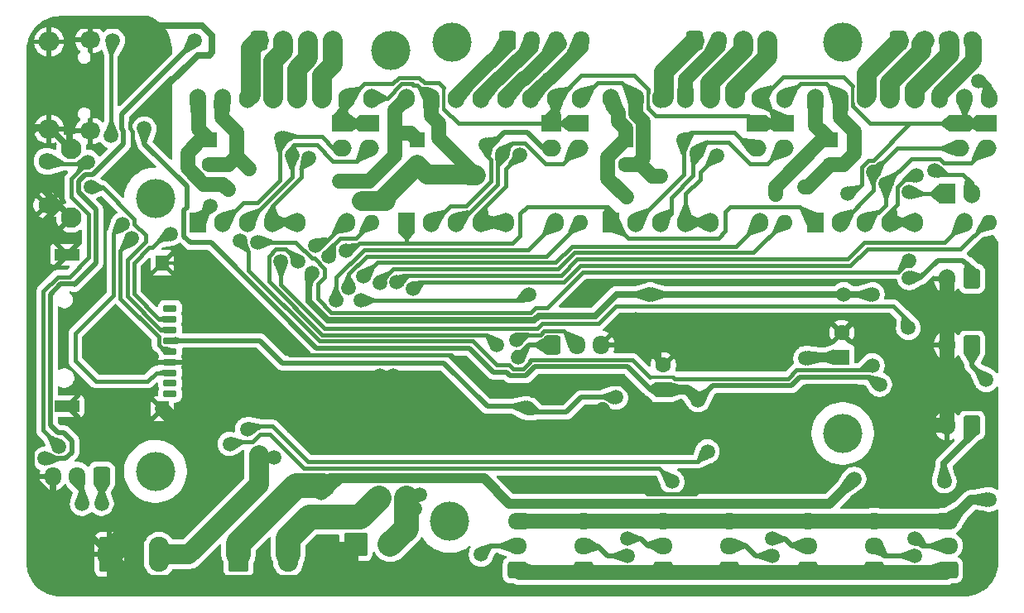
<source format=gbr>
%TF.GenerationSoftware,KiCad,Pcbnew,9.0.1-9.0.1-0~ubuntu24.04.1*%
%TF.CreationDate,2025-04-30T21:02:28+03:00*%
%TF.ProjectId,HYB_ESPA,4859425f-4553-4504-912e-6b696361645f,V_0.1b*%
%TF.SameCoordinates,PX5f5e100PY5f5e100*%
%TF.FileFunction,Copper,L2,Bot*%
%TF.FilePolarity,Positive*%
%FSLAX46Y46*%
G04 Gerber Fmt 4.6, Leading zero omitted, Abs format (unit mm)*
G04 Created by KiCad (PCBNEW 9.0.1-9.0.1-0~ubuntu24.04.1) date 2025-04-30 21:02:28*
%MOMM*%
%LPD*%
G01*
G04 APERTURE LIST*
G04 Aperture macros list*
%AMRoundRect*
0 Rectangle with rounded corners*
0 $1 Rounding radius*
0 $2 $3 $4 $5 $6 $7 $8 $9 X,Y pos of 4 corners*
0 Add a 4 corners polygon primitive as box body*
4,1,4,$2,$3,$4,$5,$6,$7,$8,$9,$2,$3,0*
0 Add four circle primitives for the rounded corners*
1,1,$1+$1,$2,$3*
1,1,$1+$1,$4,$5*
1,1,$1+$1,$6,$7*
1,1,$1+$1,$8,$9*
0 Add four rect primitives between the rounded corners*
20,1,$1+$1,$2,$3,$4,$5,0*
20,1,$1+$1,$4,$5,$6,$7,0*
20,1,$1+$1,$6,$7,$8,$9,0*
20,1,$1+$1,$8,$9,$2,$3,0*%
G04 Aperture macros list end*
%TA.AperFunction,ComponentPad*%
%ADD10O,2.100000X1.700000*%
%TD*%
%TA.AperFunction,ComponentPad*%
%ADD11O,2.100000X2.000000*%
%TD*%
%TA.AperFunction,ComponentPad*%
%ADD12O,2.000000X1.700000*%
%TD*%
%TA.AperFunction,ComponentPad*%
%ADD13R,2.000000X1.700000*%
%TD*%
%TA.AperFunction,ComponentPad*%
%ADD14R,1.700000X2.000000*%
%TD*%
%TA.AperFunction,ComponentPad*%
%ADD15O,1.700000X2.000000*%
%TD*%
%TA.AperFunction,ComponentPad*%
%ADD16RoundRect,0.250001X-0.949999X-0.949999X0.949999X-0.949999X0.949999X0.949999X-0.949999X0.949999X0*%
%TD*%
%TA.AperFunction,ComponentPad*%
%ADD17C,2.400000*%
%TD*%
%TA.AperFunction,ComponentPad*%
%ADD18RoundRect,0.249999X-0.790001X-1.550001X0.790001X-1.550001X0.790001X1.550001X-0.790001X1.550001X0*%
%TD*%
%TA.AperFunction,ComponentPad*%
%ADD19O,2.080000X3.600000*%
%TD*%
%TA.AperFunction,ComponentPad*%
%ADD20RoundRect,0.250000X0.725000X-0.600000X0.725000X0.600000X-0.725000X0.600000X-0.725000X-0.600000X0*%
%TD*%
%TA.AperFunction,ComponentPad*%
%ADD21O,1.950000X1.700000*%
%TD*%
%TA.AperFunction,ComponentPad*%
%ADD22R,1.600000X1.600000*%
%TD*%
%TA.AperFunction,ComponentPad*%
%ADD23C,1.600000*%
%TD*%
%TA.AperFunction,ComponentPad*%
%ADD24RoundRect,0.250000X0.600000X0.750000X-0.600000X0.750000X-0.600000X-0.750000X0.600000X-0.750000X0*%
%TD*%
%TA.AperFunction,ComponentPad*%
%ADD25O,1.600000X1.600000*%
%TD*%
%TA.AperFunction,ComponentPad*%
%ADD26C,4.000000*%
%TD*%
%TA.AperFunction,ComponentPad*%
%ADD27RoundRect,0.250000X-0.600000X-0.725000X0.600000X-0.725000X0.600000X0.725000X-0.600000X0.725000X0*%
%TD*%
%TA.AperFunction,ComponentPad*%
%ADD28O,1.700000X1.950000*%
%TD*%
%TA.AperFunction,ComponentPad*%
%ADD29RoundRect,0.250000X0.600000X0.725000X-0.600000X0.725000X-0.600000X-0.725000X0.600000X-0.725000X0*%
%TD*%
%TA.AperFunction,ComponentPad*%
%ADD30C,1.750000*%
%TD*%
%TA.AperFunction,ComponentPad*%
%ADD31C,2.100000*%
%TD*%
%TA.AperFunction,SMDPad,CuDef*%
%ADD32RoundRect,0.175000X0.525000X-0.175000X0.525000X0.175000X-0.525000X0.175000X-0.525000X-0.175000X0*%
%TD*%
%TA.AperFunction,SMDPad,CuDef*%
%ADD33R,1.400000X1.600000*%
%TD*%
%TA.AperFunction,SMDPad,CuDef*%
%ADD34R,1.400000X1.500000*%
%TD*%
%TA.AperFunction,SMDPad,CuDef*%
%ADD35R,2.500000X1.200000*%
%TD*%
%TA.AperFunction,ViaPad*%
%ADD36C,1.500000*%
%TD*%
%TA.AperFunction,ViaPad*%
%ADD37C,5.000000*%
%TD*%
%TA.AperFunction,Conductor*%
%ADD38C,0.400000*%
%TD*%
%TA.AperFunction,Conductor*%
%ADD39C,0.500000*%
%TD*%
%TA.AperFunction,Conductor*%
%ADD40C,0.700000*%
%TD*%
%TA.AperFunction,Conductor*%
%ADD41C,1.000000*%
%TD*%
%TA.AperFunction,Conductor*%
%ADD42C,2.500000*%
%TD*%
%TA.AperFunction,Conductor*%
%ADD43C,2.000000*%
%TD*%
%TA.AperFunction,Conductor*%
%ADD44C,1.500000*%
%TD*%
%TA.AperFunction,Conductor*%
%ADD45C,0.300000*%
%TD*%
%TA.AperFunction,Conductor*%
%ADD46C,1.450000*%
%TD*%
%TA.AperFunction,Conductor*%
%ADD47C,1.400000*%
%TD*%
%TA.AperFunction,Conductor*%
%ADD48C,1.700000*%
%TD*%
%TA.AperFunction,Conductor*%
%ADD49C,0.350000*%
%TD*%
G04 APERTURE END LIST*
D10*
%TO.P,J2,S1,SHIELD*%
%TO.N,GND*%
X6815000Y57250000D03*
D11*
X2635000Y57070000D03*
X2635000Y48130000D03*
D10*
X6815000Y47950000D03*
%TD*%
D12*
%TO.P,J14,2,Pin_2*%
%TO.N,/X_MS2*%
X98500000Y46160000D03*
D13*
%TO.P,J14,1,Pin_1*%
%TO.N,+3V3*%
X98500000Y48700000D03*
%TD*%
D14*
%TO.P,J31,1,Pin_1*%
%TO.N,/TXD_UART1*%
X94425000Y41500000D03*
D15*
%TO.P,J31,2,Pin_2*%
%TO.N,/RXD_UART1*%
X96965000Y41500000D03*
%TD*%
D16*
%TO.P,J22,1,Pin_1*%
%TO.N,GND*%
X34020000Y5600000D03*
D17*
%TO.P,J22,2,Pin_2*%
%TO.N,Net-(J22-Pin_2)*%
X37520000Y5600000D03*
%TD*%
D18*
%TO.P,J21,1,Pin_1*%
%TO.N,GND*%
X8800000Y4600000D03*
D19*
%TO.P,J21,2,Pin_2*%
%TO.N,Net-(J21-Pin_2)*%
X13880000Y4600000D03*
%TD*%
D20*
%TO.P,J26,1,Pin_1*%
%TO.N,+5V_lim*%
X65401242Y3000000D03*
D21*
%TO.P,J26,2,Pin_2*%
%TO.N,Net-(J26-Pin_2)*%
X65401242Y5500000D03*
%TO.P,J26,3,Pin_3*%
%TO.N,GND_lim*%
X65401242Y8000000D03*
%TD*%
D13*
%TO.P,J5,1,Pin_1*%
%TO.N,+3V3*%
X32600000Y48700000D03*
D12*
%TO.P,J5,2,Pin_2*%
%TO.N,/E_MS1*%
X32600000Y46160000D03*
%TD*%
D22*
%TO.P,C3,1*%
%TO.N,VDC_Secure*%
X19000000Y47000000D03*
D23*
%TO.P,C3,2*%
%TO.N,GND_Stepper*%
X19000000Y44500000D03*
%TD*%
D24*
%TO.P,J18,1,Pin_1*%
%TO.N,Net-(D6-A)*%
X97000000Y26010690D03*
D15*
%TO.P,J18,2,Pin_2*%
%TO.N,GND*%
X94500000Y26010690D03*
%TD*%
D13*
%TO.P,J12,1,Pin_1*%
%TO.N,+3V3*%
X77800000Y48700000D03*
D12*
%TO.P,J12,2,Pin_2*%
%TO.N,/Y_MS2*%
X77800000Y46160000D03*
%TD*%
D14*
%TO.P,U5,1,EN*%
%TO.N,/Stepper_EN*%
X60100000Y38600000D03*
D15*
%TO.P,U5,2,MS1*%
%TO.N,/Y_MS1*%
X62640000Y38600000D03*
%TO.P,U5,3,MS2*%
%TO.N,/Y_MS2*%
X65180000Y38600000D03*
%TO.P,U5,4,MS3*%
%TO.N,/Y_UART*%
X67720000Y38600000D03*
%TO.P,U5,5,~{RST}*%
X70260000Y38600000D03*
%TO.P,U5,7,STEP*%
%TO.N,/Y_Step*%
X75340000Y38600000D03*
D25*
%TO.P,U5,8,DIR*%
%TO.N,/Y_Dir*%
X77880000Y38600000D03*
D15*
%TO.P,U5,9,GND*%
%TO.N,GND_Stepper*%
X77880000Y51300000D03*
%TO.P,U5,10,+5V*%
%TO.N,+3V3*%
X75340000Y51300000D03*
%TO.P,U5,11,1A*%
%TO.N,Net-(J13-Pin_4)*%
X72800000Y51300000D03*
%TO.P,U5,12,1B*%
%TO.N,Net-(J13-Pin_3)*%
X70260000Y51300000D03*
%TO.P,U5,13,2A*%
%TO.N,Net-(J13-Pin_2)*%
X67720000Y51300000D03*
%TO.P,U5,14,2B*%
%TO.N,Net-(J13-Pin_1)*%
X65180000Y51300000D03*
%TO.P,U5,15,GND*%
%TO.N,GND_Stepper*%
X62640000Y51300000D03*
%TO.P,U5,16,+12V*%
%TO.N,VDC_Secure*%
X60100000Y51300000D03*
%TD*%
D26*
%TO.P,H2,1*%
%TO.N,N/C*%
X37600000Y56200000D03*
%TD*%
D14*
%TO.P,U3,1,EN*%
%TO.N,/Stepper_EN*%
X17800000Y38600000D03*
D15*
%TO.P,U3,2,MS1*%
%TO.N,/E_MS1*%
X20340000Y38600000D03*
%TO.P,U3,3,MS2*%
%TO.N,/E_MS2*%
X22880000Y38600000D03*
%TO.P,U3,4,MS3*%
%TO.N,/E_UART*%
X25420000Y38600000D03*
%TO.P,U3,5,~{RST}*%
X27960000Y38600000D03*
%TO.P,U3,7,STEP*%
%TO.N,/E_Step*%
X33040000Y38600000D03*
D25*
%TO.P,U3,8,DIR*%
%TO.N,/E_Dir*%
X35580000Y38600000D03*
D15*
%TO.P,U3,9,GND*%
%TO.N,GND_Stepper*%
X35580000Y51300000D03*
%TO.P,U3,10,+5V*%
%TO.N,+3V3*%
X33040000Y51300000D03*
%TO.P,U3,11,1A*%
%TO.N,Net-(J3-Pin_4)*%
X30500000Y51300000D03*
%TO.P,U3,12,1B*%
%TO.N,Net-(J3-Pin_3)*%
X27960000Y51300000D03*
%TO.P,U3,13,2A*%
%TO.N,Net-(J3-Pin_2)*%
X25420000Y51300000D03*
%TO.P,U3,14,2B*%
%TO.N,Net-(J3-Pin_1)*%
X22880000Y51300000D03*
%TO.P,U3,15,GND*%
%TO.N,GND_Stepper*%
X20340000Y51300000D03*
%TO.P,U3,16,+12V*%
%TO.N,VDC_Secure*%
X17800000Y51300000D03*
%TD*%
%TO.P,U6,16,+12V*%
%TO.N,VDC_Secure*%
X81020000Y51300000D03*
%TO.P,U6,15,GND*%
%TO.N,GND_Stepper*%
X83560000Y51300000D03*
%TO.P,U6,14,2B*%
%TO.N,Net-(J9-Pin_1)*%
X86100000Y51300000D03*
%TO.P,U6,13,2A*%
%TO.N,Net-(J9-Pin_2)*%
X88640000Y51300000D03*
%TO.P,U6,12,1B*%
%TO.N,Net-(J9-Pin_3)*%
X91180000Y51300000D03*
%TO.P,U6,11,1A*%
%TO.N,Net-(J9-Pin_4)*%
X93720000Y51300000D03*
%TO.P,U6,10,+5V*%
%TO.N,+3V3*%
X96260000Y51300000D03*
%TO.P,U6,9,GND*%
%TO.N,GND_Stepper*%
X98800000Y51300000D03*
D25*
%TO.P,U6,8,DIR*%
%TO.N,/X_Dir*%
X98800000Y38600000D03*
D15*
%TO.P,U6,7,STEP*%
%TO.N,/X_Step*%
X96260000Y38600000D03*
%TO.P,U6,5,~{RST}*%
%TO.N,/X_UART*%
X91180000Y38600000D03*
%TO.P,U6,4,MS3*%
X88640000Y38600000D03*
%TO.P,U6,3,MS2*%
%TO.N,/X_MS2*%
X86100000Y38600000D03*
%TO.P,U6,2,MS1*%
%TO.N,/X_MS1*%
X83560000Y38600000D03*
D14*
%TO.P,U6,1,EN*%
%TO.N,/Stepper_EN*%
X81020000Y38600000D03*
%TD*%
D13*
%TO.P,J11,1,Pin_1*%
%TO.N,+3V3*%
X95700000Y48700000D03*
D12*
%TO.P,J11,2,Pin_2*%
%TO.N,/X_MS1*%
X95700000Y46160000D03*
%TD*%
D22*
%TO.P,C23,1*%
%TO.N,+5V*%
X65450000Y21467620D03*
D23*
%TO.P,C23,2*%
%TO.N,GND*%
X65450000Y23967620D03*
%TD*%
D27*
%TO.P,J6,1,Pin_1*%
%TO.N,Net-(J6-Pin_1)*%
X49500000Y57200000D03*
D28*
%TO.P,J6,2,Pin_2*%
%TO.N,Net-(J6-Pin_2)*%
X52000000Y57200000D03*
%TO.P,J6,3,Pin_3*%
%TO.N,Net-(J6-Pin_3)*%
X54500000Y57200000D03*
%TO.P,J6,4,Pin_4*%
%TO.N,Net-(J6-Pin_4)*%
X57000000Y57200000D03*
%TD*%
D27*
%TO.P,J9,1,Pin_1*%
%TO.N,Net-(J9-Pin_1)*%
X89500000Y57200000D03*
D28*
%TO.P,J9,2,Pin_2*%
%TO.N,Net-(J9-Pin_2)*%
X92000000Y57200000D03*
%TO.P,J9,3,Pin_3*%
%TO.N,Net-(J9-Pin_3)*%
X94500000Y57200000D03*
%TO.P,J9,4,Pin_4*%
%TO.N,Net-(J9-Pin_4)*%
X97000000Y57200000D03*
%TD*%
D13*
%TO.P,J4,1,Pin_1*%
%TO.N,+3V3*%
X35400000Y48700000D03*
D12*
%TO.P,J4,2,Pin_2*%
%TO.N,/E_MS2*%
X35400000Y46160000D03*
%TD*%
D18*
%TO.P,J23,1,Pin_1*%
%TO.N,VDC*%
X22000000Y4600000D03*
D19*
%TO.P,J23,2,Pin_2*%
%TO.N,VDC_Secure*%
X27080000Y4600000D03*
%TD*%
D26*
%TO.P,H5,1*%
%TO.N,N/C*%
X13500000Y13100000D03*
%TD*%
D22*
%TO.P,C5,1*%
%TO.N,VDC_Secure*%
X40300000Y47000000D03*
D23*
%TO.P,C5,2*%
%TO.N,GND_Stepper*%
X40300000Y44500000D03*
%TD*%
D14*
%TO.P,U4,1,EN*%
%TO.N,/Stepper_EN*%
X39200000Y38600000D03*
D15*
%TO.P,U4,2,MS1*%
%TO.N,/Z_MS1*%
X41740000Y38600000D03*
%TO.P,U4,3,MS2*%
%TO.N,/Z_MS2*%
X44280000Y38600000D03*
%TO.P,U4,4,MS3*%
%TO.N,/Z_UART*%
X46820000Y38600000D03*
%TO.P,U4,5,~{RST}*%
X49360000Y38600000D03*
%TO.P,U4,7,STEP*%
%TO.N,/Z_Step*%
X54440000Y38600000D03*
D25*
%TO.P,U4,8,DIR*%
%TO.N,/Z_Dir*%
X56980000Y38600000D03*
D15*
%TO.P,U4,9,GND*%
%TO.N,GND_Stepper*%
X56980000Y51300000D03*
%TO.P,U4,10,+5V*%
%TO.N,+3V3*%
X54440000Y51300000D03*
%TO.P,U4,11,1A*%
%TO.N,Net-(J6-Pin_4)*%
X51900000Y51300000D03*
%TO.P,U4,12,1B*%
%TO.N,Net-(J6-Pin_3)*%
X49360000Y51300000D03*
%TO.P,U4,13,2A*%
%TO.N,Net-(J6-Pin_2)*%
X46820000Y51300000D03*
%TO.P,U4,14,2B*%
%TO.N,Net-(J6-Pin_1)*%
X44280000Y51300000D03*
%TO.P,U4,15,GND*%
%TO.N,GND_Stepper*%
X41740000Y51300000D03*
%TO.P,U4,16,+12V*%
%TO.N,VDC_Secure*%
X39200000Y51300000D03*
%TD*%
D27*
%TO.P,J16,1,Pin_1*%
%TO.N,Net-(D2-A)*%
X54100000Y26000000D03*
D28*
%TO.P,J16,2,Pin_2*%
%TO.N,/~{Air}*%
X56600000Y26000000D03*
%TO.P,J16,3,Pin_3*%
%TO.N,GND*%
X59100000Y26000000D03*
%TD*%
D26*
%TO.P,H3,1*%
%TO.N,N/C*%
X43800000Y57000000D03*
%TD*%
D13*
%TO.P,J8,1,Pin_1*%
%TO.N,+3V3*%
X56800000Y48700000D03*
D12*
%TO.P,J8,2,Pin_2*%
%TO.N,/Z_MS2*%
X56800000Y46160000D03*
%TD*%
D27*
%TO.P,J3,1,Pin_1*%
%TO.N,Net-(J3-Pin_1)*%
X24100000Y57200000D03*
D28*
%TO.P,J3,2,Pin_2*%
%TO.N,Net-(J3-Pin_2)*%
X26600000Y57200000D03*
%TO.P,J3,3,Pin_3*%
%TO.N,Net-(J3-Pin_3)*%
X29100000Y57200000D03*
%TO.P,J3,4,Pin_4*%
%TO.N,Net-(J3-Pin_4)*%
X31600000Y57200000D03*
%TD*%
D29*
%TO.P,J15,1,Pin_1*%
%TO.N,/TB*%
X8000000Y12600000D03*
D28*
%TO.P,J15,2,Pin_2*%
%TO.N,/TE*%
X5500000Y12600000D03*
%TO.P,J15,3,Pin_3*%
%TO.N,GND*%
X3000000Y12600000D03*
%TD*%
D27*
%TO.P,J13,1,Pin_1*%
%TO.N,Net-(J13-Pin_1)*%
X68600000Y57200000D03*
D28*
%TO.P,J13,2,Pin_2*%
%TO.N,Net-(J13-Pin_2)*%
X71100000Y57200000D03*
%TO.P,J13,3,Pin_3*%
%TO.N,Net-(J13-Pin_3)*%
X73600000Y57200000D03*
%TO.P,J13,4,Pin_4*%
%TO.N,Net-(J13-Pin_4)*%
X76100000Y57200000D03*
%TD*%
D22*
%TO.P,C6,1*%
%TO.N,VDC_Secure*%
X82520000Y47000000D03*
D23*
%TO.P,C6,2*%
%TO.N,GND_Stepper*%
X82520000Y44500000D03*
%TD*%
D24*
%TO.P,J17,1,Pin_1*%
%TO.N,Net-(D5-A)*%
X97000000Y32810690D03*
D15*
%TO.P,J17,2,Pin_2*%
%TO.N,GND*%
X94500000Y32810690D03*
%TD*%
D26*
%TO.P,H4,1*%
%TO.N,N/C*%
X83800000Y57000000D03*
%TD*%
D20*
%TO.P,J28,1,Pin_1*%
%TO.N,+5V_lim*%
X72201242Y3000000D03*
D21*
%TO.P,J28,2,Pin_2*%
%TO.N,Net-(J28-Pin_2)*%
X72201242Y5500000D03*
%TO.P,J28,3,Pin_3*%
%TO.N,GND_lim*%
X72201242Y8000000D03*
%TD*%
D20*
%TO.P,J27,1,Pin_1*%
%TO.N,+5V_lim*%
X80200000Y3000000D03*
D21*
%TO.P,J27,2,Pin_2*%
%TO.N,Net-(J27-Pin_2)*%
X80200000Y5500000D03*
%TO.P,J27,3,Pin_3*%
%TO.N,GND_lim*%
X80200000Y8000000D03*
%TD*%
D20*
%TO.P,J24,1,Pin_1*%
%TO.N,+5V_lim*%
X50505097Y3000000D03*
D21*
%TO.P,J24,2,Pin_2*%
%TO.N,Net-(J24-Pin_2)*%
X50505097Y5500000D03*
%TO.P,J24,3,Pin_3*%
%TO.N,GND_lim*%
X50505097Y8000000D03*
%TD*%
D22*
%TO.P,C4,1*%
%TO.N,VDC_Secure*%
X61600000Y47000000D03*
D23*
%TO.P,C4,2*%
%TO.N,GND_Stepper*%
X61600000Y44500000D03*
%TD*%
D30*
%TO.P,SW1,1,1*%
%TO.N,GND*%
X2400000Y40349999D03*
%TO.P,SW1,2,2*%
%TO.N,/EN*%
X2400000Y44849999D03*
D31*
%TO.P,SW1,SH,B*%
%TO.N,GND*%
X4890000Y39099999D03*
X4890000Y46109999D03*
%TD*%
D13*
%TO.P,J10,1,Pin_1*%
%TO.N,+3V3*%
X75000000Y48700000D03*
D12*
%TO.P,J10,2,Pin_2*%
%TO.N,/Y_MS1*%
X75000000Y46160000D03*
%TD*%
D22*
%TO.P,C12,1*%
%TO.N,VDC*%
X83700000Y24800000D03*
D23*
%TO.P,C12,2*%
%TO.N,GND*%
X83700000Y27300000D03*
%TD*%
D26*
%TO.P,H6,1*%
%TO.N,N/C*%
X83800000Y17000000D03*
%TD*%
D24*
%TO.P,J19,1,Pin_1*%
%TO.N,Net-(J19-Pin_1)*%
X97000000Y17800000D03*
D15*
%TO.P,J19,2,Pin_2*%
%TO.N,GND*%
X94500000Y17800000D03*
%TD*%
D20*
%TO.P,J30,1,Pin_1*%
%TO.N,+5V_lim*%
X94600000Y3000000D03*
D21*
%TO.P,J30,2,Pin_2*%
%TO.N,Net-(J30-Pin_2)*%
X94600000Y5500000D03*
%TO.P,J30,3,Pin_3*%
%TO.N,GND_lim*%
X94600000Y8000000D03*
%TD*%
D26*
%TO.P,H1,1*%
%TO.N,N/C*%
X13500000Y41000000D03*
%TD*%
D13*
%TO.P,J7,1,Pin_1*%
%TO.N,+3V3*%
X54000000Y48700000D03*
D12*
%TO.P,J7,2,Pin_2*%
%TO.N,/Z_MS1*%
X54000000Y46160000D03*
%TD*%
D26*
%TO.P,H7,1*%
%TO.N,N/C*%
X43590000Y8000000D03*
%TD*%
D20*
%TO.P,J25,1,Pin_1*%
%TO.N,+5V_lim*%
X57305097Y3000000D03*
D21*
%TO.P,J25,2,Pin_2*%
%TO.N,Net-(J25-Pin_2)*%
X57305097Y5500000D03*
%TO.P,J25,3,Pin_3*%
%TO.N,GND_lim*%
X57305097Y8000000D03*
%TD*%
D20*
%TO.P,J29,1,Pin_1*%
%TO.N,+5V_lim*%
X87000000Y3000000D03*
D21*
%TO.P,J29,2,Pin_2*%
%TO.N,Net-(J29-Pin_2)*%
X87000000Y5500000D03*
%TO.P,J29,3,Pin_3*%
%TO.N,GND_lim*%
X87000000Y8000000D03*
%TD*%
D32*
%TO.P,J20,1,DAT2*%
%TO.N,unconnected-(J20-DAT2-Pad1)*%
X15000000Y29800000D03*
%TO.P,J20,2,DAT3/CD*%
%TO.N,/SS*%
X15000000Y28700000D03*
%TO.P,J20,3,CMD*%
%TO.N,/MOSI*%
X15000000Y27600000D03*
%TO.P,J20,4,VDD*%
%TO.N,+3V3*%
X15000000Y26500000D03*
%TO.P,J20,5,CLK*%
%TO.N,/SCK*%
X15000000Y25400000D03*
%TO.P,J20,6,VSS*%
%TO.N,GND*%
X15000000Y24300000D03*
%TO.P,J20,7,DAT0*%
%TO.N,/MISO*%
X15000000Y23200000D03*
%TO.P,J20,8,DAT1*%
%TO.N,unconnected-(J20-DAT1-Pad8)*%
X15000000Y22100000D03*
%TO.P,J20,9,DET*%
%TO.N,unconnected-(J20-DET-Pad9)*%
X15000000Y21000000D03*
D33*
%TO.P,J20,SH1,SHIELD*%
%TO.N,GND*%
X14200000Y34450000D03*
D34*
%TO.P,J20,SH2,SHIELD*%
X14200000Y19500000D03*
D35*
%TO.P,J20,SH3,SHIELD*%
X4500000Y19800000D03*
%TO.P,J20,SH4,SHIELD*%
X4500000Y35300000D03*
%TD*%
D36*
%TO.N,/RXD_UART1*%
X93200000Y43900000D03*
%TO.N,/TXD_UART1*%
X90600000Y41700000D03*
%TO.N,GND*%
X36400000Y21300000D03*
X36500000Y22900000D03*
%TO.N,/Z_Step*%
X31996389Y30580000D03*
%TO.N,/SGN_AIR*%
X34501811Y30580002D03*
%TO.N,/E_Dir*%
X31246928Y35102952D03*
%TO.N,/Z_Dir*%
X33278213Y31845078D03*
%TO.N,/E_Step*%
X29886524Y36219604D03*
%TO.N,/Z_Diag*%
X48400000Y26000000D03*
X28099313Y34578289D03*
%TO.N,Net-(D2-A)*%
X50592816Y24786921D03*
%TO.N,/Y_Diag*%
X21100000Y15900000D03*
%TO.N,GND*%
X64900000Y27000000D03*
X94500000Y22400000D03*
X21072947Y20171284D03*
X62590000Y28700000D03*
X37800000Y22900000D03*
D37*
X9300000Y25900000D03*
D36*
X89670000Y16800000D03*
X59200000Y19400000D03*
X4100000Y1250000D03*
X43100000Y1500000D03*
%TO.N,+3V3*%
X86841360Y31210000D03*
X29512984Y33414400D03*
X83900000Y31210000D03*
X2198379Y14403394D03*
X51499152Y19605200D03*
X17540000Y57200000D03*
X84300000Y41500000D03*
X60600000Y20670000D03*
X64100000Y31210000D03*
%TO.N,/TE*%
X6000000Y9800000D03*
%TO.N,/TB*%
X8000000Y9800000D03*
%TO.N,VDC_Secure*%
X76900000Y41410000D03*
X20960792Y41951091D03*
X31400000Y8200000D03*
X32344508Y42840000D03*
X61660636Y41200000D03*
X35300000Y9300000D03*
X36400000Y10380000D03*
%TO.N,+5V*%
X87584423Y21984423D03*
X12350858Y48179962D03*
X69018569Y20395653D03*
%TO.N,VDC*%
X31400775Y11819745D03*
X79999077Y24674245D03*
X84964011Y12314467D03*
X30150773Y12179745D03*
X30450773Y10879745D03*
%TO.N,/X_Diag*%
X22900000Y17400000D03*
%TO.N,/EN*%
X6587618Y44759999D03*
X3650000Y15663394D03*
%TO.N,/Y_Diag*%
X66358044Y12046417D03*
%TO.N,/X_Diag*%
X69969516Y15126153D03*
%TO.N,Net-(D5-A)*%
X90610000Y32900000D03*
%TO.N,Net-(D6-A)*%
X98467732Y22467732D03*
%TO.N,Net-(F1-Pad2)*%
X8962326Y47450556D03*
X9133173Y57200000D03*
%TO.N,+5V_lim*%
X91400000Y2719997D03*
%TO.N,GND_lim*%
X98750454Y10214990D03*
%TO.N,Net-(J19-Pin_1)*%
X94200000Y12100000D03*
%TO.N,/~{Air}*%
X50436860Y26540000D03*
%TO.N,/SCK*%
X11091819Y36918943D03*
%TO.N,/MISO*%
X10151000Y38406380D03*
%TO.N,/MOSI*%
X6889222Y42201623D03*
%TO.N,/SS*%
X15058684Y37411695D03*
%TO.N,/X_MS1*%
X86943755Y43740408D03*
%TO.N,/X_MS2*%
X88227296Y42536194D03*
%TO.N,/Y_MS2*%
X68900000Y45800000D03*
%TO.N,/Y_MS1*%
X67500000Y47000000D03*
%TO.N,/Z_MS2*%
X49001049Y45634958D03*
%TO.N,/Z_MS1*%
X47300000Y46500000D03*
%TO.N,/E_MS2*%
X27471843Y45463287D03*
%TO.N,/E_MS1*%
X26415000Y47207983D03*
%TO.N,/X_UART*%
X91300000Y43400000D03*
%TO.N,/SGN_AIR*%
X51700000Y31200000D03*
%TO.N,/Y_UART*%
X70900000Y45400000D03*
%TO.N,/Z_UART*%
X50754680Y45485335D03*
%TO.N,/E_UART*%
X29200000Y45130000D03*
%TO.N,/Stepper_EN*%
X32994446Y35648437D03*
X19100000Y40300000D03*
%TO.N,/Y_Step*%
X34787807Y33047704D03*
%TO.N,/O_PWM2*%
X23945409Y36545584D03*
X90600000Y34660003D03*
%TO.N,/Y_Dir*%
X36430510Y32415932D03*
%TO.N,/X_Step*%
X38190248Y32446451D03*
%TO.N,/X_Dir*%
X39842381Y31815638D03*
%TO.N,/O_PWM1*%
X90500000Y27800000D03*
X26339319Y34583715D03*
%TO.N,Net-(J21-Pin_2)*%
X24400000Y13800000D03*
X24065599Y14774070D03*
X25600000Y14500000D03*
%TO.N,Net-(J24-Pin_2)*%
X46800000Y4600000D03*
%TO.N,Net-(J25-Pin_2)*%
X61800000Y4479997D03*
%TO.N,GND_Stepper*%
X65200000Y43300000D03*
X43900000Y43472663D03*
X34600000Y40800000D03*
X45100000Y43400000D03*
X97715219Y53084781D03*
X46300000Y43400000D03*
X79900000Y42200000D03*
X23065685Y44065685D03*
X35900000Y40800000D03*
X37100000Y40800000D03*
%TO.N,Net-(J26-Pin_2)*%
X61800000Y6240000D03*
%TO.N,Net-(J27-Pin_2)*%
X76600000Y6240000D03*
%TO.N,Net-(J28-Pin_2)*%
X76600000Y4479997D03*
%TO.N,Net-(J29-Pin_2)*%
X91200000Y4479997D03*
%TO.N,Net-(J30-Pin_2)*%
X91200000Y6240000D03*
%TO.N,/Probe_Diag*%
X86835755Y23937748D03*
X22192254Y36701682D03*
%TO.N,Net-(J22-Pin_2)*%
X40529115Y10706300D03*
X39160000Y10380000D03*
X40000000Y9300000D03*
%TD*%
D38*
%TO.N,GND*%
X14400000Y52300000D02*
X10900000Y48800000D01*
D39*
%TO.N,+5V*%
X16439000Y39839000D02*
X16700000Y40100000D01*
D38*
%TO.N,GND*%
X10900000Y48800000D02*
X10900000Y48186002D01*
X10900000Y48186002D02*
X11170000Y47916002D01*
X11170000Y45770000D02*
X10100000Y44700000D01*
%TO.N,Net-(F1-Pad2)*%
X9111960Y56695399D02*
X8959992Y56543431D01*
D39*
%TO.N,+5V*%
X49404446Y23260000D02*
X48074709Y23260000D01*
%TO.N,+3V3*%
X5610000Y42778289D02*
X6331710Y43499999D01*
%TO.N,+5V*%
X48074709Y23260000D02*
X45614710Y25719999D01*
X29980001Y25719999D02*
X19200000Y36500000D01*
X19200000Y36500000D02*
X17100000Y36500000D01*
X16700000Y40100000D02*
X16700000Y42300000D01*
X65450000Y21467620D02*
X64136472Y21467620D01*
X16700000Y42300000D02*
X12350858Y46649142D01*
X12350858Y46649142D02*
X12350858Y48179962D01*
X16439000Y37161000D02*
X16439000Y39839000D01*
%TO.N,+3V3*%
X4303394Y14403394D02*
X4950000Y15050000D01*
X3500000Y17050000D02*
X2739000Y17811000D01*
%TO.N,+5V*%
X64136472Y21467620D02*
X61794092Y23810000D01*
%TO.N,+3V3*%
X10047000Y48147792D02*
X10047000Y49647000D01*
X3800000Y32300000D02*
X5100000Y32300000D01*
X5100000Y32300000D02*
X5200000Y32200000D01*
X5200000Y32200000D02*
X7400000Y34400000D01*
X4950000Y15050000D02*
X4950000Y16250000D01*
X7400000Y34400000D02*
X7400000Y39900000D01*
X7400000Y39900000D02*
X5610000Y41690000D01*
X5610000Y41690000D02*
X5610000Y42778289D01*
%TO.N,+5V*%
X61794092Y23810000D02*
X52331186Y23810000D01*
%TO.N,+3V3*%
X4950000Y16250000D02*
X4150000Y17050000D01*
X2739000Y31239000D02*
X3800000Y32300000D01*
X10222326Y46612797D02*
X10222326Y47972466D01*
X4150000Y17050000D02*
X3500000Y17050000D01*
D38*
%TO.N,Net-(F1-Pad2)*%
X9111960Y57178787D02*
X9111960Y56695399D01*
D39*
%TO.N,+3V3*%
X10222326Y47972466D02*
X10047000Y48147792D01*
D38*
%TO.N,Net-(F1-Pad2)*%
X9133173Y57200000D02*
X9111960Y57178787D01*
D39*
%TO.N,+3V3*%
X17540000Y57140000D02*
X17540000Y57200000D01*
X6331710Y43499999D02*
X7109528Y43499999D01*
D38*
%TO.N,Net-(F1-Pad2)*%
X8959992Y47452890D02*
X8962326Y47450556D01*
D39*
%TO.N,+3V3*%
X10047000Y49647000D02*
X17540000Y57140000D01*
D38*
%TO.N,Net-(F1-Pad2)*%
X8959992Y56543431D02*
X8959992Y47452890D01*
D39*
%TO.N,+3V3*%
X2739000Y17811000D02*
X2739000Y31239000D01*
X2198379Y14403394D02*
X4303394Y14403394D01*
%TO.N,+5V*%
X49797525Y22866921D02*
X49404446Y23260000D01*
D38*
%TO.N,GND*%
X11170000Y47916002D02*
X11170000Y45770000D01*
D39*
%TO.N,+5V*%
X45614710Y25719999D02*
X29980001Y25719999D01*
%TO.N,+3V3*%
X7109528Y43499999D02*
X10222326Y46612797D01*
%TO.N,+5V*%
X17100000Y36500000D02*
X16439000Y37161000D01*
X52331186Y23810000D02*
X51388107Y22866921D01*
X51388107Y22866921D02*
X49797525Y22866921D01*
D38*
%TO.N,/X_UART*%
X90588801Y43400000D02*
X91300000Y43400000D01*
X88640000Y39700000D02*
X89390000Y40450000D01*
%TO.N,/X_MS2*%
X98500000Y46160000D02*
X98350000Y46160000D01*
X94111199Y44700000D02*
X93701199Y45110000D01*
X93701199Y45110000D02*
X90801102Y45110000D01*
X88227296Y40376740D02*
X88227296Y42536194D01*
X90801102Y45110000D02*
X88227296Y42536194D01*
X98350000Y46160000D02*
X96890000Y44700000D01*
%TO.N,+3V3*%
X84800000Y41500000D02*
X84300000Y41500000D01*
%TO.N,/X_MS1*%
X83560000Y38600000D02*
X83710000Y38600000D01*
%TO.N,/X_MS2*%
X87100000Y39600000D02*
X87450556Y39600000D01*
X88728000Y42475409D02*
X88792751Y42540159D01*
%TO.N,/X_MS1*%
X86943755Y41833755D02*
X86943755Y43740408D01*
%TO.N,/TXD_UART1*%
X90800000Y41500000D02*
X90600000Y41700000D01*
%TO.N,/X_MS2*%
X86100000Y38600000D02*
X87100000Y39600000D01*
%TO.N,/X_UART*%
X89390000Y40450000D02*
X89390000Y42201199D01*
%TO.N,/X_MS2*%
X87450556Y39600000D02*
X88227296Y40376740D01*
%TO.N,/X_MS1*%
X83710000Y38600000D02*
X86943755Y41833755D01*
%TO.N,/X_MS2*%
X88227296Y42536194D02*
X88288081Y42475409D01*
%TO.N,+3V3*%
X85733755Y42433755D02*
X84800000Y41500000D01*
%TO.N,/X_MS2*%
X88288081Y42475409D02*
X88728000Y42475409D01*
%TO.N,+3V3*%
X86442556Y44950408D02*
X85733755Y44241607D01*
X90688801Y48700000D02*
X86939209Y44950408D01*
X85733755Y44241607D02*
X85733755Y42433755D01*
X86939209Y44950408D02*
X86442556Y44950408D01*
%TO.N,/X_UART*%
X89390000Y42201199D02*
X90588801Y43400000D01*
%TO.N,/X_MS1*%
X95700000Y46160000D02*
X89363347Y46160000D01*
%TO.N,/X_UART*%
X88640000Y38600000D02*
X88640000Y39700000D01*
%TO.N,/TXD_UART1*%
X94425000Y41500000D02*
X90800000Y41500000D01*
%TO.N,/X_MS1*%
X89363347Y46160000D02*
X86943755Y43740408D01*
%TO.N,/X_MS2*%
X96890000Y44700000D02*
X94111199Y44700000D01*
%TO.N,/RXD_UART1*%
X96965000Y42600000D02*
X96075000Y43490000D01*
X96075000Y43490000D02*
X93610000Y43490000D01*
X93610000Y43490000D02*
X93200000Y43900000D01*
X96965000Y41500000D02*
X96965000Y42600000D01*
%TO.N,+3V3*%
X95700000Y48700000D02*
X90688801Y48700000D01*
%TO.N,/O_PWM2*%
X31491876Y29370000D02*
X30101199Y30760677D01*
%TO.N,/Probe_Diag*%
X22192254Y36428365D02*
X22192254Y36701682D01*
X50091617Y23576921D02*
X49698538Y23970000D01*
%TO.N,/Z_Diag*%
X48400000Y26000000D02*
X47310000Y27090000D01*
D40*
%TO.N,+3V3*%
X31156364Y28560000D02*
X29200000Y30516364D01*
X60664488Y31210000D02*
X60265488Y30811000D01*
D38*
%TO.N,/O_PWM2*%
X30810000Y32998801D02*
X30810000Y33828584D01*
%TO.N,/Z_Diag*%
X26855632Y35821970D02*
X28099313Y34578289D01*
%TO.N,/Probe_Diag*%
X64100000Y22721362D02*
X62301362Y24520000D01*
X51802816Y24285722D02*
X51094015Y23576921D01*
X62301362Y24520000D02*
X51881199Y24520000D01*
X51881199Y24520000D02*
X51802816Y24441617D01*
D40*
%TO.N,+3V3*%
X53875513Y29030000D02*
X52713673Y29030000D01*
D38*
%TO.N,/Probe_Diag*%
X51094015Y23576921D02*
X50091617Y23576921D01*
%TO.N,/O_PWM2*%
X30101199Y32290000D02*
X30810000Y32998801D01*
%TO.N,/Probe_Diag*%
X48368801Y23970000D02*
X45908802Y26429999D01*
X23040000Y33664092D02*
X23040000Y35580619D01*
X23040000Y35580619D02*
X22192254Y36428365D01*
D40*
%TO.N,+3V3*%
X58484072Y29031000D02*
X53876513Y29031000D01*
D38*
%TO.N,/Probe_Diag*%
X51802816Y24441617D02*
X51802816Y24285722D01*
%TO.N,/Z_Diag*%
X47310000Y27090000D02*
X30547472Y27090000D01*
X30547472Y27090000D02*
X25115298Y32522174D01*
X25115298Y32522174D02*
X25115298Y35113169D01*
D40*
%TO.N,+3V3*%
X60264072Y30811000D02*
X58484072Y29031000D01*
X52713673Y29030000D02*
X52243673Y28560000D01*
D38*
%TO.N,/Probe_Diag*%
X45908802Y26429999D02*
X30274092Y26430000D01*
D40*
%TO.N,+3V3*%
X29200000Y33101416D02*
X29512984Y33414400D01*
D38*
%TO.N,/O_PWM1*%
X53049185Y28220000D02*
X52579185Y27750000D01*
%TO.N,/O_PWM2*%
X30810000Y33828584D02*
X29748584Y34890000D01*
X30101199Y30760677D02*
X30101199Y32290000D01*
X51908161Y29370000D02*
X31491876Y29370000D01*
X29748584Y34890000D02*
X29498801Y34890000D01*
%TO.N,/Probe_Diag*%
X49698538Y23970000D02*
X48368801Y23970000D01*
D40*
%TO.N,+3V3*%
X52243673Y28560000D02*
X31156364Y28560000D01*
D38*
%TO.N,/O_PWM2*%
X90600000Y34660003D02*
X89439997Y33500000D01*
%TO.N,/O_PWM1*%
X90500000Y28484033D02*
X88984033Y30000000D01*
X60600000Y30000000D02*
X58820000Y28220000D01*
%TO.N,/O_PWM2*%
X57200000Y33500000D02*
X53540000Y29840000D01*
D40*
%TO.N,+3V3*%
X53876513Y29031000D02*
X53875513Y29030000D01*
X60265488Y30811000D02*
X60264072Y30811000D01*
X29200000Y30516364D02*
X29200000Y33101416D01*
D38*
%TO.N,/O_PWM2*%
X27843217Y36545584D02*
X23945409Y36545584D01*
%TO.N,/O_PWM1*%
X26339319Y32231533D02*
X26339319Y34583715D01*
%TO.N,/O_PWM2*%
X29498801Y34890000D02*
X27843217Y36545584D01*
%TO.N,/O_PWM1*%
X90500000Y27800000D02*
X90500000Y28484033D01*
X88984033Y30000000D02*
X60600000Y30000000D01*
%TO.N,/O_PWM2*%
X52378161Y29840000D02*
X51908161Y29370000D01*
D40*
%TO.N,+3V3*%
X64100000Y31210000D02*
X60664488Y31210000D01*
D38*
%TO.N,/O_PWM1*%
X30820852Y27750000D02*
X26339319Y32231533D01*
X52579185Y27750000D02*
X30820852Y27750000D01*
%TO.N,/O_PWM2*%
X89439997Y33500000D02*
X57200000Y33500000D01*
%TO.N,/Probe_Diag*%
X30274092Y26430000D02*
X23040000Y33664092D01*
%TO.N,/O_PWM1*%
X58820000Y28220000D02*
X53049185Y28220000D01*
%TO.N,/O_PWM2*%
X53540000Y29840000D02*
X52378161Y29840000D01*
%TO.N,/Z_Diag*%
X25824099Y35821970D02*
X26855632Y35821970D01*
X25115298Y35113169D02*
X25824099Y35821970D01*
D39*
%TO.N,+5V*%
X87315577Y21984423D02*
X87584423Y21984423D01*
X78550000Y21850000D02*
X79400000Y22700000D01*
X79400000Y22700000D02*
X86600000Y22700000D01*
X69018569Y20395653D02*
X70472916Y21850000D01*
X70472916Y21850000D02*
X78550000Y21850000D01*
X86600000Y22700000D02*
X87315577Y21984423D01*
D38*
%TO.N,GND*%
X76600000Y17700000D02*
X75600000Y17700000D01*
X75600000Y17700000D02*
X69300000Y11400000D01*
X64400000Y10800000D02*
X63800000Y10800000D01*
X69300000Y11400000D02*
X68700000Y10800000D01*
X63800000Y10800000D02*
X62400000Y12200000D01*
X68700000Y10800000D02*
X64400000Y10800000D01*
D41*
%TO.N,VDC*%
X84964011Y12314467D02*
X82449544Y9800000D01*
X47110000Y12390000D02*
X31400002Y12390000D01*
X82449544Y9800000D02*
X49700000Y9800000D01*
X49700000Y9800000D02*
X47110000Y12390000D01*
X31400002Y12390000D02*
X30650002Y11640000D01*
D42*
%TO.N,GND*%
X8800000Y4600000D02*
X12600000Y8400000D01*
X12600000Y8400000D02*
X15800000Y8400000D01*
X15800000Y8400000D02*
X18300000Y10900000D01*
X18300000Y10900000D02*
X18300000Y19700000D01*
X18300000Y19700000D02*
X20200000Y21600000D01*
X20200000Y21600000D02*
X37500000Y21600000D01*
D39*
%TO.N,+3V3*%
X15000000Y26500000D02*
X24187724Y26500000D01*
X24187724Y26500000D02*
X26487724Y24200000D01*
X47435776Y19764224D02*
X51340128Y19764224D01*
X51340128Y19764224D02*
X51499152Y19605200D01*
X26487724Y24200000D02*
X43000000Y24200000D01*
X43000000Y24200000D02*
X47435776Y19764224D01*
D38*
%TO.N,/~{Air}*%
X50583298Y27090000D02*
X50436860Y26943562D01*
X54360404Y27436000D02*
X54360402Y27435998D01*
X56600000Y26000000D02*
X56600000Y26125000D01*
D39*
%TO.N,Net-(D2-A)*%
X51678770Y26000000D02*
X50958770Y25280000D01*
D38*
%TO.N,/~{Air}*%
X55289000Y27436000D02*
X54360404Y27436000D01*
D39*
%TO.N,Net-(D2-A)*%
X54100000Y26000000D02*
X51678770Y26000000D01*
D38*
%TO.N,/~{Air}*%
X53198566Y27436000D02*
X52852565Y27090000D01*
D39*
%TO.N,Net-(D2-A)*%
X50837272Y25280000D02*
X50592816Y25035544D01*
D38*
%TO.N,/~{Air}*%
X54360402Y27435998D02*
X53198566Y27436000D01*
D39*
%TO.N,Net-(D2-A)*%
X50958770Y25280000D02*
X50837272Y25280000D01*
D38*
%TO.N,/~{Air}*%
X56600000Y26125000D02*
X55289000Y27436000D01*
X52852565Y27090000D02*
X50583298Y27090000D01*
X50436860Y26943562D02*
X50436860Y26540000D01*
D39*
%TO.N,Net-(D2-A)*%
X50592816Y25035544D02*
X50592816Y24786921D01*
D38*
%TO.N,GND*%
X43719990Y25000000D02*
X44000000Y24719990D01*
X27250000Y25000000D02*
X43719990Y25000000D01*
%TO.N,/X_Diag*%
X22900000Y17400000D02*
X23200000Y17700000D01*
X23200000Y17700000D02*
X25500000Y17700000D01*
X25500000Y17700000D02*
X29100000Y14100000D01*
X29100000Y14100000D02*
X68943363Y14100000D01*
X68943363Y14100000D02*
X69969516Y15126153D01*
%TO.N,/Y_Diag*%
X24160000Y16878090D02*
X23421910Y16140000D01*
X66358044Y12046417D02*
X65004461Y13400000D01*
X21340000Y16140000D02*
X21100000Y15900000D01*
X28700000Y13400000D02*
X25221910Y16878090D01*
X25221910Y16878090D02*
X24160000Y16878090D01*
X23421910Y16140000D02*
X21340000Y16140000D01*
X65004461Y13400000D02*
X28700000Y13400000D01*
D43*
%TO.N,Net-(J21-Pin_2)*%
X24065599Y11745599D02*
X24065599Y14774070D01*
X13880000Y4600000D02*
X16920000Y4600000D01*
X16920000Y4600000D02*
X24065599Y11745599D01*
D44*
%TO.N,GND*%
X42300000Y18100000D02*
X43500000Y16900000D01*
X43500000Y16900000D02*
X59000000Y16900000D01*
X59000000Y16900000D02*
X59300000Y16600000D01*
X59300000Y16600000D02*
X64600000Y16600000D01*
X64600000Y16600000D02*
X65700000Y17700000D01*
X65700000Y17700000D02*
X76600000Y17700000D01*
X76600000Y17700000D02*
X80200000Y21300000D01*
X80200000Y21300000D02*
X85100000Y21300000D01*
X85100000Y21300000D02*
X88600000Y17800000D01*
X88600000Y17800000D02*
X94500000Y17800000D01*
D38*
%TO.N,/X_Dir*%
X98580000Y38600000D02*
X95850003Y35870003D01*
X84593380Y34160000D02*
X56926620Y34160000D01*
X40501827Y32475084D02*
X39842381Y31815638D01*
X56926620Y34160000D02*
X55241704Y32475084D01*
%TO.N,/Y_Step*%
X75340000Y38600000D02*
X72880000Y36140000D01*
X56106480Y36140000D02*
X54436480Y34470000D01*
X54436480Y34470000D02*
X36210103Y34470000D01*
%TO.N,/Stepper_EN*%
X33589190Y35648437D02*
X32994446Y35648437D01*
%TO.N,/Y_Step*%
X36210103Y34470000D02*
X34787807Y33047704D01*
%TO.N,/X_Dir*%
X86303383Y35870003D02*
X84593380Y34160000D01*
%TO.N,/Y_Step*%
X72880000Y36140000D02*
X56106480Y36140000D01*
%TO.N,/Stepper_EN*%
X39340000Y36450000D02*
X34390753Y36450000D01*
%TO.N,/Y_Dir*%
X77780000Y38600000D02*
X74660000Y35480000D01*
X56379860Y35480000D02*
X54709860Y33810000D01*
X74660000Y35480000D02*
X56379860Y35480000D01*
%TO.N,/X_Dir*%
X95850003Y35870003D02*
X86303383Y35870003D01*
%TO.N,/X_Step*%
X38878881Y33135084D02*
X38190248Y32446451D01*
%TO.N,/Y_Dir*%
X37824578Y33810000D02*
X36430510Y32415932D01*
X54709860Y33810000D02*
X37824578Y33810000D01*
%TO.N,/X_Step*%
X54968324Y33135084D02*
X38878881Y33135084D01*
%TO.N,/X_Dir*%
X55241704Y32475084D02*
X40501827Y32475084D01*
%TO.N,/X_Step*%
X56653240Y34820000D02*
X54968324Y33135084D01*
X94190003Y36530003D02*
X86030003Y36530003D01*
X96260000Y38600000D02*
X94190003Y36530003D01*
X86030003Y36530003D02*
X84320000Y34820000D01*
%TO.N,/Stepper_EN*%
X34390753Y36450000D02*
X33589190Y35648437D01*
%TO.N,/X_Step*%
X84320000Y34820000D02*
X56653240Y34820000D01*
D39*
%TO.N,GND*%
X21100000Y20198337D02*
X21072947Y20171284D01*
X21100000Y20400000D02*
X21100000Y20198337D01*
D43*
X35813891Y22369990D02*
X35813886Y22369995D01*
D45*
X62350000Y20750000D02*
X61100000Y22000000D01*
X55100000Y20750000D02*
X51994840Y20750000D01*
X62350000Y19600000D02*
X62350000Y20750000D01*
X48260000Y20740000D02*
X44280010Y24719990D01*
X59750000Y18850000D02*
X61600000Y18850000D01*
X49980488Y20740000D02*
X48260000Y20740000D01*
X51784840Y20960000D02*
X50200488Y20960000D01*
X61100000Y22000000D02*
X56350000Y22000000D01*
X56350000Y22000000D02*
X55100000Y20750000D01*
X61600000Y18850000D02*
X62350000Y19600000D01*
X51994840Y20750000D02*
X51784840Y20960000D01*
X59200000Y19400000D02*
X59750000Y18850000D01*
X50200488Y20960000D02*
X49980488Y20740000D01*
X44280010Y24719990D02*
X44000000Y24719990D01*
D39*
%TO.N,+3V3*%
X51966090Y19138262D02*
X51499152Y19605200D01*
X55538262Y19138262D02*
X51966090Y19138262D01*
X60600000Y20670000D02*
X57070000Y20670000D01*
X57070000Y20670000D02*
X55538262Y19138262D01*
%TO.N,GND*%
X15000000Y24300000D02*
X17400000Y24300000D01*
D44*
X58900000Y17000000D02*
X59300000Y16600000D01*
D42*
%TO.N,VDC_Secure*%
X27080000Y6230000D02*
X29250000Y8400000D01*
X29250000Y8400000D02*
X34420000Y8400000D01*
%TO.N,Net-(J22-Pin_2)*%
X39160000Y7240000D02*
X39160000Y10380000D01*
%TO.N,VDC*%
X22000000Y5700000D02*
X27940000Y11640000D01*
%TO.N,VDC_Secure*%
X27080000Y4600000D02*
X27080000Y6230000D01*
%TO.N,VDC*%
X22000000Y4600000D02*
X22000000Y5700000D01*
X27940000Y11640000D02*
X30650002Y11640000D01*
%TO.N,VDC_Secure*%
X34420000Y8400000D02*
X36400000Y10380000D01*
%TO.N,Net-(J22-Pin_2)*%
X37520000Y5600000D02*
X39160000Y7240000D01*
D45*
%TO.N,GND*%
X15300000Y34450000D02*
X21600000Y28150000D01*
D39*
X10900000Y24300000D02*
X9300000Y25900000D01*
D40*
X5117474Y58702707D02*
X18297293Y58702707D01*
D44*
X14200000Y19500000D02*
X16000000Y17700000D01*
D40*
X4805001Y46109999D02*
X2635000Y48280000D01*
D39*
X61675000Y28700000D02*
X62590000Y28700000D01*
D43*
X8800000Y4600000D02*
X8800000Y4000000D01*
D40*
X18297293Y58702707D02*
X19300000Y57700000D01*
X4700000Y58285233D02*
X5117474Y58702707D01*
D43*
X8800000Y4000000D02*
X11299000Y1501000D01*
D40*
X19000000Y55700000D02*
X17800000Y55700000D01*
X1280000Y48280000D02*
X2635000Y48280000D01*
X4700000Y46299999D02*
X4700000Y58285233D01*
X700000Y47700000D02*
X1280000Y48280000D01*
D45*
X14200000Y34450000D02*
X15300000Y34450000D01*
D40*
X4890000Y46109999D02*
X4805001Y46109999D01*
D41*
X11299000Y1501000D02*
X10998000Y1200000D01*
D40*
X19300000Y57700000D02*
X19300000Y56000000D01*
X3000000Y10400000D02*
X8800000Y4600000D01*
X700000Y43289999D02*
X700000Y47700000D01*
D39*
X15000000Y24300000D02*
X10900000Y24300000D01*
D41*
X4150000Y1200000D02*
X4100000Y1250000D01*
D43*
X11299000Y1501000D02*
X29921000Y1501000D01*
D45*
X21600000Y28150000D02*
X24100000Y28150000D01*
D44*
X94500000Y32810690D02*
X94500000Y22400000D01*
D39*
X94500000Y17800000D02*
X90670000Y17800000D01*
D40*
X17800000Y55700000D02*
X14400000Y52300000D01*
X4890000Y46109999D02*
X4700000Y46299999D01*
D44*
X94500000Y22400000D02*
X94500000Y17800000D01*
D40*
X800000Y37400000D02*
X800000Y12600000D01*
X19300000Y56000000D02*
X19000000Y55700000D01*
X4890000Y39099999D02*
X3694999Y40294999D01*
D39*
X59100000Y26000000D02*
X59100000Y26125000D01*
D45*
X24100000Y28150000D02*
X27250000Y25000000D01*
D44*
X59200000Y16700000D02*
X59200000Y19400000D01*
D41*
X10998000Y1200000D02*
X4150000Y1200000D01*
D43*
X8800000Y5000000D02*
X8800000Y4600000D01*
D39*
X59100000Y26125000D02*
X61675000Y28700000D01*
D40*
X3000000Y12600000D02*
X3000000Y10400000D01*
D39*
X14100000Y19400000D02*
X14223980Y19523980D01*
D40*
X64900000Y27000000D02*
X64900000Y24517620D01*
X64900000Y24517620D02*
X65450000Y23967620D01*
X800000Y12600000D02*
X3000000Y10400000D01*
X4890000Y39099999D02*
X700000Y43289999D01*
D43*
X29921000Y1501000D02*
X34020000Y5600000D01*
D40*
X2857430Y12600000D02*
X3000000Y12600000D01*
X3694999Y40294999D02*
X800000Y37400000D01*
D44*
X59300000Y16600000D02*
X59200000Y16700000D01*
D39*
X90670000Y17800000D02*
X89670000Y16800000D01*
D38*
%TO.N,+3V3*%
X32600000Y48675000D02*
X32600000Y50860000D01*
X64700000Y49500000D02*
X74175000Y49500000D01*
X63919000Y52181000D02*
X63919000Y51822324D01*
X96260000Y49460000D02*
X96260000Y51300000D01*
X56700000Y48700000D02*
X56700000Y48800000D01*
X77660000Y53500000D02*
X83900000Y53500000D01*
X75000000Y48675000D02*
X77775000Y48675000D01*
X77800000Y48720000D02*
X75340000Y51180000D01*
X41000000Y52900000D02*
X42500000Y52900000D01*
D45*
X84821000Y52579000D02*
X84821000Y50795676D01*
D38*
X54775844Y51300000D02*
X57075844Y53600000D01*
X35400000Y48675000D02*
X32600000Y48675000D01*
X75340000Y51180000D02*
X75340000Y51300000D01*
X42500000Y52900000D02*
X43000000Y52400000D01*
X34900000Y52800000D02*
X37762586Y52800000D01*
X77775000Y48675000D02*
X77800000Y48700000D01*
D45*
X63919000Y51822324D02*
X63919000Y50281000D01*
D38*
X75460000Y51300000D02*
X77660000Y53500000D01*
D39*
X86841360Y30741360D02*
X86841360Y31210000D01*
D38*
X37762586Y52800000D02*
X38383586Y53421000D01*
D40*
X64100000Y31210000D02*
X86841360Y31210000D01*
D38*
X54440000Y51300000D02*
X54775844Y51300000D01*
X54440000Y49140000D02*
X54000000Y48700000D01*
X63919000Y50281000D02*
X64700000Y49500000D01*
X54440000Y51300000D02*
X54440000Y49140000D01*
X43000000Y50200000D02*
X44500000Y48700000D01*
X62500000Y53600000D02*
X63919000Y52181000D01*
X57075844Y53600000D02*
X62500000Y53600000D01*
X33400000Y51300000D02*
X34900000Y52800000D01*
X44500000Y48700000D02*
X56700000Y48700000D01*
X38383586Y53421000D02*
X40479000Y53421000D01*
X32600000Y50860000D02*
X33040000Y51300000D01*
X77800000Y48700000D02*
X77900000Y48700000D01*
X75340000Y51300000D02*
X75340000Y51260000D01*
X96000000Y49200000D02*
X96260000Y49460000D01*
X74175000Y49500000D02*
X75000000Y48675000D01*
X40479000Y53421000D02*
X41000000Y52900000D01*
X83900000Y53500000D02*
X84821000Y52579000D01*
X33040000Y51300000D02*
X33400000Y51300000D01*
D45*
X43000000Y52400000D02*
X43000000Y50200000D01*
D38*
X75340000Y51300000D02*
X75460000Y51300000D01*
D39*
%TO.N,/TE*%
X6000000Y9800000D02*
X6000000Y12100000D01*
X6000000Y12100000D02*
X5500000Y12600000D01*
%TO.N,/TB*%
X8000000Y9800000D02*
X8000000Y12600000D01*
D44*
%TO.N,VDC_Secure*%
X61660636Y41200000D02*
X59789000Y43071636D01*
X82520000Y47000000D02*
X81020000Y48500000D01*
X60220000Y51180000D02*
X60100000Y51300000D01*
X38000000Y45450000D02*
X38000000Y47700000D01*
X18438859Y42500000D02*
X16800000Y44138859D01*
X81700000Y47000000D02*
X82520000Y47000000D01*
X20960792Y41951091D02*
X20411883Y42500000D01*
X76900000Y42200000D02*
X81700000Y47000000D01*
X61600000Y48209570D02*
X60879000Y48930570D01*
X16800000Y44138859D02*
X16800000Y45700000D01*
X76900000Y41410000D02*
X76900000Y42200000D01*
X59789000Y43071636D02*
X59789000Y45250141D01*
X35390000Y42840000D02*
X38000000Y45450000D01*
X16800000Y45700000D02*
X18100000Y47000000D01*
X61538859Y47000000D02*
X61600000Y47000000D01*
X20411883Y42500000D02*
X18438859Y42500000D01*
X17800000Y51300000D02*
X17900000Y51200000D01*
X18100000Y47000000D02*
X19000000Y47000000D01*
X60879000Y48930570D02*
X60879000Y49861000D01*
X81020000Y48500000D02*
X81020000Y51300000D01*
X17900000Y48100000D02*
X19000000Y47000000D01*
X38000000Y47700000D02*
X38000000Y50100000D01*
X17900000Y51200000D02*
X17900000Y48100000D01*
X38000000Y47700000D02*
X39600000Y47700000D01*
X61600000Y47000000D02*
X61600000Y48209570D01*
X38000000Y50100000D02*
X39200000Y51300000D01*
X59789000Y45250141D02*
X61538859Y47000000D01*
X60879000Y49861000D02*
X60220000Y50520000D01*
X60220000Y50520000D02*
X60220000Y51180000D01*
X32344508Y42840000D02*
X35390000Y42840000D01*
X39600000Y47700000D02*
X40300000Y47000000D01*
D41*
%TO.N,+5V*%
X67914222Y21500000D02*
X65482380Y21500000D01*
X65482380Y21500000D02*
X65450000Y21467620D01*
X69018569Y20395653D02*
X67914222Y21500000D01*
%TO.N,VDC*%
X83700000Y24800000D02*
X80124832Y24800000D01*
X80124832Y24800000D02*
X79999077Y24674245D01*
D38*
%TO.N,/EN*%
X4900000Y43072381D02*
X6587618Y44759999D01*
X2651000Y44598999D02*
X5515877Y44598999D01*
X2000000Y17300000D02*
X2000000Y31504092D01*
X5515877Y44598999D02*
X5676877Y44759999D01*
X6690000Y34990000D02*
X6690000Y39436876D01*
X5676877Y44759999D02*
X6587618Y44759999D01*
X3650000Y15663394D02*
X3636606Y15663394D01*
X2000000Y31504092D02*
X3505908Y33010000D01*
X3505908Y33010000D02*
X4710000Y33010000D01*
X4710000Y33010000D02*
X6690000Y34990000D01*
X3636606Y15663394D02*
X2000000Y17300000D01*
X4900000Y41226876D02*
X4900000Y43072381D01*
X6690000Y39436876D02*
X4900000Y41226876D01*
X2400000Y44849999D02*
X2651000Y44598999D01*
D39*
%TO.N,Net-(D5-A)*%
X91700000Y32900000D02*
X90610000Y32900000D01*
X93500000Y34700000D02*
X91700000Y32900000D01*
X97000000Y33810690D02*
X96110690Y34700000D01*
X97000000Y32810690D02*
X97000000Y33810690D01*
X96110690Y34700000D02*
X93500000Y34700000D01*
%TO.N,Net-(D6-A)*%
X97000000Y26010690D02*
X97000000Y23935464D01*
X97000000Y23935464D02*
X98467732Y22467732D01*
D41*
%TO.N,+5V_lim*%
X91680003Y3000000D02*
X91400000Y2719997D01*
D44*
X94319997Y2719997D02*
X94600000Y3000000D01*
X50505097Y3000000D02*
X50785100Y2719997D01*
D41*
X94600000Y3000000D02*
X91680003Y3000000D01*
D44*
X50785100Y2719997D02*
X94319997Y2719997D01*
%TO.N,Net-(J6-Pin_1)*%
X44280000Y51541851D02*
X47810149Y55072000D01*
X49500000Y56662711D02*
X49500000Y57200000D01*
X47810149Y55072000D02*
X47909289Y55072000D01*
X47909289Y55072000D02*
X49500000Y56662711D01*
X44280000Y51300000D02*
X44280000Y51541851D01*
D46*
%TO.N,Net-(J6-Pin_4)*%
X57000000Y57200000D02*
X57000000Y56540659D01*
D44*
X51921141Y51321141D02*
X51900000Y51300000D01*
D46*
X53746756Y53287415D02*
X53746756Y53286000D01*
X57000000Y56540659D02*
X53746756Y53287415D01*
X53746756Y53287415D02*
X53680919Y53287415D01*
X53680919Y53287415D02*
X52040000Y51646496D01*
D47*
X52040000Y51417429D02*
X52040000Y51394388D01*
D44*
X52040000Y51321141D02*
X51921141Y51321141D01*
D46*
X52040000Y51646496D02*
X52040000Y51394388D01*
X52040000Y51394388D02*
X52040000Y51321141D01*
D44*
%TO.N,Net-(J6-Pin_2)*%
X48638719Y53311000D02*
X50399719Y55072000D01*
X48589149Y53311000D02*
X48638719Y53311000D01*
X50399719Y55072000D02*
X50521413Y55072000D01*
X46820000Y51541851D02*
X48589149Y53311000D01*
X52000000Y56550587D02*
X52000000Y57200000D01*
X50521413Y55072000D02*
X52000000Y56550587D01*
X46820000Y51300000D02*
X46820000Y51541851D01*
%TO.N,Net-(J6-Pin_3)*%
X51250844Y53311000D02*
X51129149Y53311000D01*
X49360000Y51541851D02*
X49360000Y51300000D01*
X51129149Y53311000D02*
X49360000Y51541851D01*
X49504266Y51300000D02*
X49360000Y51300000D01*
X54800000Y56860156D02*
X51250844Y53311000D01*
D48*
%TO.N,Net-(J9-Pin_4)*%
X93720000Y51720000D02*
X97200000Y55200000D01*
X93720000Y51300000D02*
X93720000Y51720000D01*
X97200000Y55200000D02*
X97200000Y57200000D01*
D43*
%TO.N,Net-(J9-Pin_2)*%
X92200000Y57200000D02*
X91839000Y56839000D01*
X91839000Y56070196D02*
X88640000Y52871196D01*
X88640000Y52871196D02*
X88640000Y51300000D01*
X91839000Y56839000D02*
X91839000Y56070196D01*
%TO.N,Net-(J9-Pin_3)*%
X94700000Y57200000D02*
X94700000Y55735074D01*
X91180000Y52215074D02*
X91180000Y51300000D01*
X94700000Y55735074D02*
X91180000Y52215074D01*
%TO.N,Net-(J9-Pin_1)*%
X89578000Y57200000D02*
X89578000Y57078000D01*
X86282000Y53782000D02*
X86282000Y51482000D01*
X89578000Y57078000D02*
X86282000Y53782000D01*
D41*
%TO.N,GND_lim*%
X94725000Y8000000D02*
X96939990Y10214990D01*
X94600000Y8000000D02*
X94725000Y8000000D01*
X96939990Y10214990D02*
X98750454Y10214990D01*
D44*
X50505097Y8000000D02*
X94600000Y8000000D01*
D40*
%TO.N,Net-(J19-Pin_1)*%
X97000000Y16800000D02*
X97000000Y17800000D01*
X94115856Y13915856D02*
X97000000Y16800000D01*
X94200000Y12731712D02*
X94115856Y12815856D01*
X94115856Y12815856D02*
X94115856Y13915856D01*
X94200000Y12100000D02*
X94200000Y12731712D01*
D44*
%TO.N,Net-(J13-Pin_2)*%
X69714000Y55214000D02*
X67720000Y53220000D01*
X71100000Y56584750D02*
X69729250Y55214000D01*
X71100000Y57200000D02*
X71100000Y56584750D01*
X69729250Y55214000D02*
X69714000Y55214000D01*
X67720000Y53220000D02*
X67720000Y51300000D01*
D38*
%TO.N,/SCK*%
X13839000Y26861000D02*
X9900000Y30800000D01*
X9900000Y30800000D02*
X9900000Y35727124D01*
X14495712Y25400000D02*
X13839000Y26056712D01*
X15000000Y25400000D02*
X14495712Y25400000D01*
X13839000Y26056712D02*
X13839000Y26861000D01*
X9900000Y35727124D02*
X11091819Y36918943D01*
%TO.N,/MISO*%
X9200000Y31100000D02*
X9200000Y37455380D01*
X9200000Y37455380D02*
X10151000Y38406380D01*
X13600000Y23200000D02*
X12700000Y22300000D01*
X12700000Y22300000D02*
X7420244Y22300000D01*
X5300000Y27200000D02*
X9200000Y31100000D01*
X15000000Y23200000D02*
X13600000Y23200000D01*
X5300000Y24420244D02*
X5300000Y27200000D01*
X7420244Y22300000D02*
X5300000Y24420244D01*
%TO.N,/MOSI*%
X11361000Y38907579D02*
X8066956Y42201623D01*
X8066956Y42201623D02*
X6889222Y42201623D01*
X12541153Y37258847D02*
X11361000Y38439000D01*
X10640000Y34755925D02*
X12541153Y36657078D01*
X15000000Y27600000D02*
X14033380Y27600000D01*
X14033380Y27600000D02*
X10640000Y30993380D01*
X12541153Y36657078D02*
X12541153Y37258847D01*
X11361000Y38439000D02*
X11361000Y38907579D01*
X10640000Y30993380D02*
X10640000Y34755925D01*
%TO.N,/SS*%
X11300000Y34414118D02*
X12883070Y35997188D01*
X11300000Y31266760D02*
X11300000Y34414118D01*
X12883070Y35997188D02*
X13197188Y35997188D01*
X15000000Y28700000D02*
X13866760Y28700000D01*
X14611695Y37411695D02*
X15058684Y37411695D01*
X13866760Y28700000D02*
X11300000Y31266760D01*
X13197188Y35997188D02*
X14611695Y37411695D01*
%TO.N,/Y_MS2*%
X72100000Y46800000D02*
X69900000Y46800000D01*
X76100000Y44600000D02*
X74300000Y44600000D01*
X68900000Y45800000D02*
X68500000Y45400000D01*
X77800000Y46160000D02*
X77660000Y46160000D01*
X66240000Y41140000D02*
X66240000Y39540000D01*
X66240000Y39540000D02*
X65300000Y38600000D01*
X65300000Y38600000D02*
X65180000Y38600000D01*
X77660000Y46160000D02*
X76100000Y44600000D01*
X68500000Y43400000D02*
X66240000Y41140000D01*
X74300000Y44600000D02*
X72100000Y46800000D01*
X68500000Y45400000D02*
X68500000Y43400000D01*
X69900000Y46800000D02*
X68900000Y45800000D01*
%TO.N,/Y_MS1*%
X68300000Y47800000D02*
X67500000Y47000000D01*
X67500000Y47000000D02*
X67500000Y43460000D01*
X74365000Y46135000D02*
X72700000Y47800000D01*
X72700000Y47800000D02*
X68300000Y47800000D01*
X67500000Y43460000D02*
X62640000Y38600000D01*
X75000000Y46135000D02*
X74365000Y46135000D01*
%TO.N,/Z_MS2*%
X55140000Y44600000D02*
X56700000Y46160000D01*
X49001049Y45701049D02*
X50000000Y46700000D01*
X48500000Y42500000D02*
X44600000Y38600000D01*
X49001049Y45634958D02*
X49001049Y45701049D01*
X50000000Y46700000D02*
X51300000Y46700000D01*
X51300000Y46700000D02*
X53400000Y44600000D01*
X53400000Y44600000D02*
X55140000Y44600000D01*
X44600000Y38600000D02*
X44280000Y38600000D01*
X49001049Y45634958D02*
X48500000Y45133909D01*
X48500000Y45133909D02*
X48500000Y42500000D01*
D39*
%TO.N,/Z_MS1*%
X47900000Y46500000D02*
X49200000Y47800000D01*
X53140000Y46160000D02*
X54000000Y46160000D01*
X51500000Y47800000D02*
X53140000Y46160000D01*
D38*
X43700000Y40300000D02*
X42000000Y38600000D01*
X42000000Y38600000D02*
X41740000Y38600000D01*
X45300000Y40300000D02*
X43700000Y40300000D01*
X47800000Y45000000D02*
X47800000Y42800000D01*
X47300000Y45500000D02*
X47800000Y45000000D01*
D39*
X49200000Y47800000D02*
X51500000Y47800000D01*
X47300000Y46500000D02*
X47900000Y46500000D01*
D38*
X47800000Y42800000D02*
X45300000Y40300000D01*
X47300000Y46500000D02*
X47300000Y45500000D01*
%TO.N,/E_MS2*%
X30000000Y46500000D02*
X31676000Y44824000D01*
X27471843Y46271843D02*
X27700000Y46500000D01*
X31676000Y44824000D02*
X34089000Y44824000D01*
X22880000Y38630000D02*
X22880000Y38600000D01*
X27471843Y45463287D02*
X27471843Y46271843D01*
X27700000Y46500000D02*
X30000000Y46500000D01*
X27471843Y45463287D02*
X27471843Y43221843D01*
X27471843Y43221843D02*
X22880000Y38630000D01*
X34089000Y44824000D02*
X35400000Y46135000D01*
%TO.N,/E_MS1*%
X27015000Y47207983D02*
X27207017Y47400000D01*
X30500000Y47400000D02*
X31765000Y46135000D01*
X23915204Y40600000D02*
X22500000Y40600000D01*
X26200000Y46992983D02*
X26200000Y42884796D01*
X22500000Y40600000D02*
X20500000Y38600000D01*
X31765000Y46135000D02*
X32600000Y46135000D01*
X26415000Y47207983D02*
X26200000Y46992983D01*
X20500000Y38600000D02*
X20340000Y38600000D01*
X26200000Y42884796D02*
X23915204Y40600000D01*
X26415000Y47207983D02*
X27015000Y47207983D01*
X27207017Y47400000D02*
X30500000Y47400000D01*
%TO.N,/X_UART*%
X88640000Y38600000D02*
X91180000Y38600000D01*
X91180000Y38600000D02*
X91180000Y39380000D01*
D43*
%TO.N,Net-(J3-Pin_4)*%
X30500000Y53600000D02*
X31600000Y54700000D01*
X31600000Y54700000D02*
X31600000Y57200000D01*
X30500000Y51300000D02*
X30500000Y53600000D01*
%TO.N,Net-(J3-Pin_2)*%
X25562000Y55054245D02*
X26600000Y56092245D01*
X25562000Y51300000D02*
X25562000Y55054245D01*
X26600000Y56092245D02*
X26600000Y57200000D01*
D38*
%TO.N,/Y_UART*%
X67720000Y38600000D02*
X70260000Y38600000D01*
X70900000Y45400000D02*
X69200000Y43700000D01*
X69200000Y43000000D02*
X67720000Y41520000D01*
X67720000Y41520000D02*
X67720000Y38600000D01*
X69200000Y43700000D02*
X69200000Y43000000D01*
%TO.N,/Z_UART*%
X49360000Y44090655D02*
X49360000Y42260000D01*
D41*
X46820000Y38600000D02*
X49360000Y38600000D01*
D38*
X50754680Y45485335D02*
X49360000Y44090655D01*
X49360000Y42260000D02*
X46820000Y39720000D01*
X46820000Y39720000D02*
X46820000Y38600000D01*
%TO.N,/E_UART*%
X28400000Y44330000D02*
X28400000Y43200000D01*
X29200000Y45130000D02*
X28400000Y44330000D01*
X25420000Y38600000D02*
X27960000Y38600000D01*
X25420000Y40220000D02*
X25420000Y38600000D01*
X28400000Y43200000D02*
X25420000Y40220000D01*
D43*
%TO.N,Net-(J3-Pin_3)*%
X27960000Y51300000D02*
X27960000Y54256123D01*
X29100000Y55396123D02*
X29100000Y57200000D01*
X27960000Y54256123D02*
X29100000Y55396123D01*
%TO.N,Net-(J3-Pin_1)*%
X23300000Y56400000D02*
X24100000Y57200000D01*
X23300000Y51602378D02*
X23300000Y56400000D01*
%TO.N,Net-(J13-Pin_1)*%
X68600000Y57200000D02*
X68600000Y57100000D01*
X65500000Y54000000D02*
X65500000Y51382842D01*
X68600000Y57100000D02*
X65500000Y54000000D01*
D38*
%TO.N,/Stepper_EN*%
X39340000Y38460000D02*
X39340000Y38440000D01*
X71066371Y36975570D02*
X61844430Y36975570D01*
X60100000Y39800000D02*
X59700000Y40200000D01*
X39200000Y38600000D02*
X39340000Y38460000D01*
X50050000Y36450000D02*
X39340000Y36450000D01*
X50800000Y37200000D02*
X50050000Y36450000D01*
X19100000Y40300000D02*
X19100000Y39900000D01*
X72300000Y40200000D02*
X71800000Y39700000D01*
X61844430Y36975570D02*
X60220000Y38600000D01*
X79420000Y40200000D02*
X72300000Y40200000D01*
X50800000Y39500000D02*
X50800000Y37200000D01*
X19100000Y39900000D02*
X17800000Y38600000D01*
X51500000Y40200000D02*
X50800000Y39500000D01*
X71800000Y39700000D02*
X71800000Y37709199D01*
X60220000Y38600000D02*
X60100000Y38600000D01*
X81020000Y38600000D02*
X79420000Y40200000D01*
X59700000Y40200000D02*
X51500000Y40200000D01*
X39200000Y36590000D02*
X39340000Y36450000D01*
X71800000Y37709199D02*
X71066371Y36975570D01*
X39200000Y38600000D02*
X39200000Y36590000D01*
X60100000Y38600000D02*
X60100000Y39800000D01*
D43*
%TO.N,Net-(J13-Pin_4)*%
X72800000Y52200000D02*
X72800000Y51300000D01*
X76100000Y57200000D02*
X76100000Y55500000D01*
X76100000Y55500000D02*
X72800000Y52200000D01*
%TO.N,Net-(J13-Pin_3)*%
X73600000Y56240767D02*
X70260000Y52900767D01*
X73600000Y57200000D02*
X73600000Y56240767D01*
X70260000Y52900767D02*
X70260000Y51300000D01*
D39*
%TO.N,Net-(J24-Pin_2)*%
X47700000Y5500000D02*
X46800000Y4600000D01*
X50505097Y5500000D02*
X47700000Y5500000D01*
%TO.N,Net-(J25-Pin_2)*%
X58700000Y5500000D02*
X59720003Y4479997D01*
X57305097Y5500000D02*
X58700000Y5500000D01*
X59720003Y4479997D02*
X61800000Y4479997D01*
D44*
%TO.N,GND_Stepper*%
X20300000Y49300000D02*
X21800000Y47800000D01*
D43*
X40011000Y44211000D02*
X40300000Y44500000D01*
D44*
X83900000Y44500000D02*
X82520000Y44500000D01*
X79900000Y42200000D02*
X80220000Y42200000D01*
D38*
X77880000Y51300000D02*
X78000000Y51300000D01*
X37195966Y51300000D02*
X38656966Y52761000D01*
D43*
X37100000Y40800000D02*
X35900000Y40800000D01*
D44*
X41740000Y51300000D02*
X41740000Y49460000D01*
X21800000Y47800000D02*
X21800000Y45331370D01*
D38*
X57120000Y51300000D02*
X58720000Y52900000D01*
D44*
X20968630Y44500000D02*
X19000000Y44500000D01*
D38*
X79500000Y52800000D02*
X82060000Y52800000D01*
D44*
X63100000Y44500000D02*
X61600000Y44500000D01*
D38*
X39864034Y52640000D02*
X40250000Y52640000D01*
X82060000Y52800000D02*
X83560000Y51300000D01*
D44*
X80220000Y42200000D02*
X82520000Y44500000D01*
D38*
X56980000Y51300000D02*
X57120000Y51300000D01*
X97715219Y53084781D02*
X98365219Y53084781D01*
D44*
X63411000Y45179630D02*
X62731370Y44500000D01*
X41740000Y49460000D02*
X42500000Y48700000D01*
D43*
X41327337Y43472663D02*
X40300000Y44500000D01*
D44*
X64300000Y43300000D02*
X63100000Y44500000D01*
X83560000Y49340000D02*
X85020000Y47880000D01*
D38*
X39743034Y52761000D02*
X39864034Y52640000D01*
D43*
X46227337Y43472663D02*
X41327337Y43472663D01*
D44*
X62731370Y44500000D02*
X61600000Y44500000D01*
D43*
X35900000Y40800000D02*
X34600000Y40800000D01*
D44*
X42500000Y48700000D02*
X42500000Y47200000D01*
D38*
X40250000Y52640000D02*
X41590000Y51300000D01*
D43*
X46300000Y43400000D02*
X46227337Y43472663D01*
D38*
X38656966Y52761000D02*
X39743034Y52761000D01*
X78000000Y51300000D02*
X79500000Y52800000D01*
D44*
X20300000Y51260000D02*
X20300000Y49300000D01*
X20340000Y51300000D02*
X20300000Y51260000D01*
X21800000Y45331370D02*
X20968630Y44500000D01*
X42500000Y47200000D02*
X45600000Y44100000D01*
X83560000Y51300000D02*
X83560000Y49340000D01*
D38*
X61160000Y52900000D02*
X62640000Y51420000D01*
D43*
X37100000Y40800000D02*
X37100000Y41256016D01*
D44*
X65200000Y43300000D02*
X64300000Y43300000D01*
X62640000Y49660000D02*
X63411000Y48889000D01*
D38*
X98800000Y52650000D02*
X98800000Y51300000D01*
D44*
X45600000Y44100000D02*
X45600000Y43400000D01*
D38*
X62640000Y51420000D02*
X62640000Y51300000D01*
X98365219Y53084781D02*
X98800000Y52650000D01*
X41590000Y51300000D02*
X41740000Y51300000D01*
D44*
X85020000Y45620000D02*
X83900000Y44500000D01*
X85020000Y47880000D02*
X85020000Y45620000D01*
D38*
X58720000Y52900000D02*
X61160000Y52900000D01*
D43*
X45600000Y43400000D02*
X46300000Y43400000D01*
X40011000Y44167017D02*
X40011000Y44211000D01*
D44*
X63411000Y48889000D02*
X63411000Y45179630D01*
X62640000Y49660000D02*
X62640000Y51300000D01*
D43*
X37100000Y41256016D02*
X40011000Y44167017D01*
D44*
X23065685Y44065685D02*
X21800000Y45331370D01*
D38*
X35580000Y51300000D02*
X37195966Y51300000D01*
D39*
%TO.N,Net-(J26-Pin_2)*%
X63130000Y6240000D02*
X61800000Y6240000D01*
X63870000Y5500000D02*
X63130000Y6240000D01*
X65401242Y5500000D02*
X63870000Y5500000D01*
%TO.N,Net-(J27-Pin_2)*%
X78600000Y5500000D02*
X77860000Y6240000D01*
X80200000Y5500000D02*
X78600000Y5500000D01*
X77860000Y6240000D02*
X76600000Y6240000D01*
%TO.N,Net-(J28-Pin_2)*%
X72201242Y5500000D02*
X73900000Y5500000D01*
X73900000Y5500000D02*
X74920003Y4479997D01*
X74920003Y4479997D02*
X76600000Y4479997D01*
%TO.N,Net-(J29-Pin_2)*%
X88020003Y4479997D02*
X91200000Y4479997D01*
X87000000Y5500000D02*
X88020003Y4479997D01*
%TO.N,Net-(J30-Pin_2)*%
X91940000Y5500000D02*
X91200000Y6240000D01*
X94600000Y5500000D02*
X91940000Y5500000D01*
D49*
%TO.N,/Probe_Diag*%
X64100000Y22721362D02*
X66471362Y22721362D01*
D38*
X86362252Y23464245D02*
X86835755Y23937748D01*
X66471362Y22721362D02*
X66592724Y22600000D01*
X79064245Y23464245D02*
X86362252Y23464245D01*
X66592724Y22600000D02*
X78200000Y22600000D01*
X78200000Y22600000D02*
X79064245Y23464245D01*
%TO.N,/Z_Dir*%
X53510000Y35130000D02*
X35120588Y35130000D01*
%TO.N,/E_Step*%
X32890000Y38600000D02*
X30509604Y36219604D01*
%TO.N,/E_Dir*%
X35580000Y38600000D02*
X33980000Y37000000D01*
X31246928Y35808822D02*
X31246928Y35102952D01*
%TO.N,/Z_Dir*%
X56980000Y38600000D02*
X53510000Y35130000D01*
%TO.N,/E_Step*%
X33040000Y38600000D02*
X32890000Y38600000D01*
%TO.N,/SGN_AIR*%
X40343580Y30605638D02*
X34527447Y30605638D01*
X51107704Y30607704D02*
X40345646Y30607704D01*
%TO.N,/E_Dir*%
X32438106Y37000000D02*
X31246928Y35808822D01*
%TO.N,/Z_Dir*%
X33278213Y33287625D02*
X33278213Y31845078D01*
%TO.N,/E_Step*%
X30509604Y36219604D02*
X29886524Y36219604D01*
%TO.N,/SGN_AIR*%
X34527447Y30605638D02*
X34501811Y30580002D01*
X40345646Y30607704D02*
X40343580Y30605638D01*
%TO.N,/E_Dir*%
X33980000Y37000000D02*
X32438106Y37000000D01*
%TO.N,/Z_Dir*%
X35120588Y35130000D02*
X33278213Y33287625D01*
%TO.N,/SGN_AIR*%
X51700000Y31200000D02*
X51107704Y30607704D01*
%TO.N,/Z_Step*%
X31996389Y32939181D02*
X31996389Y30580000D01*
X54440000Y38600000D02*
X51630000Y35790000D01*
X34847208Y35790000D02*
X31996389Y32939181D01*
X51630000Y35790000D02*
X34847208Y35790000D01*
%TO.N,+3V3*%
X95700000Y48700000D02*
X98500000Y48700000D01*
X86600000Y48700000D02*
X90688801Y48700000D01*
X84821000Y50479000D02*
X86600000Y48700000D01*
X84821000Y50795676D02*
X84821000Y50479000D01*
%TD*%
%TA.AperFunction,Conductor*%
%TO.N,GND*%
G36*
X12913527Y59688781D02*
G01*
X13133456Y59590863D01*
X13145004Y59584978D01*
X13478463Y59392456D01*
X13489348Y59385387D01*
X13800848Y59159069D01*
X13810935Y59150901D01*
X14097076Y58893259D01*
X14106254Y58884081D01*
X14363897Y58597941D01*
X14372065Y58587854D01*
X14598382Y58276355D01*
X14605451Y58265470D01*
X14797968Y57932021D01*
X14803861Y57920457D01*
X14960476Y57568696D01*
X14965127Y57556578D01*
X15084109Y57190388D01*
X15087468Y57177851D01*
X15167520Y56801235D01*
X15169551Y56788416D01*
X15209882Y56404696D01*
X15210551Y56393301D01*
X15212984Y56200792D01*
X15212994Y56199225D01*
X15212994Y55925724D01*
X15193309Y55858685D01*
X15176675Y55838043D01*
X9872173Y50533541D01*
X9810850Y50500056D01*
X9741158Y50505040D01*
X9685225Y50546912D01*
X9660808Y50612376D01*
X9660492Y50621222D01*
X9660492Y55551349D01*
X9676494Y55612279D01*
X9679774Y55618092D01*
X10191714Y56525494D01*
X10194710Y56531261D01*
X10200325Y56540338D01*
X10200152Y56540444D01*
X10202686Y56544581D01*
X10202697Y56544595D01*
X10292057Y56719975D01*
X10352882Y56907174D01*
X10353042Y56908186D01*
X10383673Y57101578D01*
X10383673Y57298423D01*
X10352882Y57492827D01*
X10292055Y57680030D01*
X10243160Y57775992D01*
X10202697Y57855405D01*
X10087001Y58014646D01*
X9947819Y58153828D01*
X9788578Y58269524D01*
X9768559Y58279724D01*
X9613202Y58358883D01*
X9425999Y58419710D01*
X9231595Y58450500D01*
X9231590Y58450500D01*
X9034756Y58450500D01*
X9034751Y58450500D01*
X8840346Y58419710D01*
X8653143Y58358883D01*
X8477767Y58269524D01*
X8318528Y58153829D01*
X8252350Y58087651D01*
X8191026Y58054167D01*
X8121335Y58059152D01*
X8065401Y58101023D01*
X8064350Y58102449D01*
X8044722Y58129466D01*
X7894464Y58279724D01*
X7894459Y58279728D01*
X7722557Y58404621D01*
X7533217Y58501096D01*
X7331129Y58566758D01*
X7121246Y58600000D01*
X7065000Y58600000D01*
X7065000Y57648483D01*
X7046591Y57659111D01*
X6893991Y57700000D01*
X6736009Y57700000D01*
X6583409Y57659111D01*
X6565000Y57648483D01*
X6565000Y58600000D01*
X6508754Y58600000D01*
X6298872Y58566758D01*
X6298869Y58566758D01*
X6096782Y58501096D01*
X5907442Y58404621D01*
X5735540Y58279728D01*
X5735535Y58279724D01*
X5585276Y58129465D01*
X5585272Y58129460D01*
X5460379Y57957558D01*
X5363904Y57768218D01*
X5298242Y57566130D01*
X5298242Y57566127D01*
X5287769Y57500000D01*
X6366473Y57500000D01*
X6334881Y57468408D01*
X6255889Y57331591D01*
X6215000Y57178991D01*
X6215000Y57021009D01*
X6220629Y57000000D01*
X5287769Y57000000D01*
X5298242Y56933874D01*
X5298242Y56933871D01*
X5363904Y56731783D01*
X5460379Y56542443D01*
X5585272Y56370541D01*
X5585276Y56370536D01*
X5735535Y56220277D01*
X5785925Y56183666D01*
X5828590Y56128335D01*
X5834569Y56058722D01*
X5801963Y55996927D01*
X5800721Y55995667D01*
X5709723Y55904669D01*
X5638538Y55798134D01*
X5638533Y55798125D01*
X5589499Y55679745D01*
X5589497Y55679739D01*
X5564500Y55554072D01*
X5564500Y55554069D01*
X5564500Y55425931D01*
X5564500Y55425929D01*
X5564499Y55425929D01*
X5589497Y55300262D01*
X5589499Y55300256D01*
X5638533Y55181876D01*
X5638538Y55181867D01*
X5709723Y55075332D01*
X5709726Y55075328D01*
X5800327Y54984727D01*
X5800331Y54984724D01*
X5906866Y54913539D01*
X5906872Y54913536D01*
X5906873Y54913535D01*
X6025256Y54864499D01*
X6025260Y54864499D01*
X6025261Y54864498D01*
X6150928Y54839500D01*
X6150931Y54839500D01*
X6279071Y54839500D01*
X6363615Y54856318D01*
X6404744Y54864499D01*
X6523127Y54913535D01*
X6629669Y54984724D01*
X6720276Y55075331D01*
X6791465Y55181873D01*
X6840501Y55300256D01*
X6865500Y55425931D01*
X6865500Y55554069D01*
X6865500Y55554072D01*
X6840502Y55679739D01*
X6840501Y55679740D01*
X6840501Y55679744D01*
X6791465Y55798127D01*
X6791464Y55798128D01*
X6791461Y55798134D01*
X6720276Y55904669D01*
X6720273Y55904673D01*
X6629672Y55995274D01*
X6629664Y55995280D01*
X6620105Y56001668D01*
X6575302Y56055282D01*
X6565000Y56104767D01*
X6565000Y56551518D01*
X6583409Y56540889D01*
X6736009Y56500000D01*
X6893991Y56500000D01*
X7046591Y56540889D01*
X7065000Y56551518D01*
X7065000Y55900000D01*
X7121246Y55900000D01*
X7331127Y55933243D01*
X7331130Y55933243D01*
X7533217Y55998905D01*
X7722557Y56095380D01*
X7894459Y56220273D01*
X7894462Y56220275D01*
X7905663Y56231476D01*
X7966985Y56264963D01*
X8036677Y56259981D01*
X8092612Y56218112D01*
X8112973Y56176440D01*
X8255118Y55655514D01*
X8259492Y55622872D01*
X8259492Y49069420D01*
X8258107Y49062201D01*
X8258952Y49057864D01*
X8250696Y49023549D01*
X8206452Y48912431D01*
X8163364Y48857429D01*
X8097380Y48834454D01*
X8029449Y48850799D01*
X8003567Y48870621D01*
X7894464Y48979724D01*
X7894459Y48979728D01*
X7722557Y49104621D01*
X7533217Y49201096D01*
X7331129Y49266758D01*
X7121246Y49300000D01*
X7065000Y49300000D01*
X7065000Y48648483D01*
X7046591Y48659111D01*
X6893991Y48700000D01*
X6736009Y48700000D01*
X6583409Y48659111D01*
X6565000Y48648483D01*
X6565000Y49095235D01*
X6584685Y49162274D01*
X6620106Y49198335D01*
X6629669Y49204724D01*
X6720276Y49295331D01*
X6791465Y49401873D01*
X6840501Y49520256D01*
X6855940Y49597872D01*
X6865500Y49645929D01*
X6865500Y49774072D01*
X6840502Y49899739D01*
X6840501Y49899740D01*
X6840501Y49899744D01*
X6791465Y50018127D01*
X6791464Y50018128D01*
X6791461Y50018134D01*
X6720276Y50124669D01*
X6720273Y50124673D01*
X6629672Y50215274D01*
X6629668Y50215277D01*
X6523133Y50286462D01*
X6523124Y50286467D01*
X6404744Y50335501D01*
X6404738Y50335503D01*
X6279071Y50360500D01*
X6279069Y50360500D01*
X6150931Y50360500D01*
X6150929Y50360500D01*
X6025261Y50335503D01*
X6025255Y50335501D01*
X5906875Y50286467D01*
X5906866Y50286462D01*
X5800331Y50215277D01*
X5800327Y50215274D01*
X5709726Y50124673D01*
X5709723Y50124669D01*
X5638538Y50018134D01*
X5638533Y50018125D01*
X5589499Y49899745D01*
X5589497Y49899739D01*
X5564500Y49774072D01*
X5564500Y49774069D01*
X5564500Y49645931D01*
X5564500Y49645929D01*
X5564499Y49645929D01*
X5589497Y49520262D01*
X5589499Y49520256D01*
X5638533Y49401876D01*
X5638538Y49401867D01*
X5709723Y49295332D01*
X5709726Y49295328D01*
X5800721Y49204333D01*
X5834206Y49143010D01*
X5829222Y49073318D01*
X5787350Y49017385D01*
X5785925Y49016334D01*
X5735540Y48979728D01*
X5735535Y48979724D01*
X5585276Y48829465D01*
X5585272Y48829460D01*
X5460379Y48657558D01*
X5363904Y48468218D01*
X5298242Y48266130D01*
X5298242Y48266127D01*
X5287769Y48200000D01*
X6220629Y48200000D01*
X6215000Y48178991D01*
X6215000Y48021009D01*
X6255889Y47868409D01*
X6334881Y47731592D01*
X6366473Y47700000D01*
X5287769Y47700000D01*
X5269914Y47679095D01*
X5211406Y47640903D01*
X5156226Y47637155D01*
X5011993Y47659999D01*
X4768007Y47659999D01*
X4527040Y47621834D01*
X4294995Y47546436D01*
X4290497Y47544573D01*
X4290083Y47545571D01*
X4226503Y47533638D01*
X4161766Y47559923D01*
X4121515Y47617034D01*
X4118531Y47686840D01*
X4120961Y47695337D01*
X4148066Y47778755D01*
X4164102Y47880000D01*
X3083527Y47880000D01*
X3115119Y47911592D01*
X3194111Y48048409D01*
X3235000Y48201009D01*
X3235000Y48358991D01*
X3229371Y48380000D01*
X4164102Y48380000D01*
X4148065Y48481248D01*
X4075102Y48705803D01*
X3967914Y48916172D01*
X3829133Y49107187D01*
X3662186Y49274134D01*
X3471171Y49412915D01*
X3260802Y49520103D01*
X3036247Y49593066D01*
X2885000Y49617022D01*
X2885000Y48828483D01*
X2866591Y48839111D01*
X2713991Y48880000D01*
X2556009Y48880000D01*
X2403409Y48839111D01*
X2385000Y48828483D01*
X2385000Y49617022D01*
X2233752Y49593066D01*
X2009197Y49520103D01*
X1798828Y49412915D01*
X1607813Y49274134D01*
X1440866Y49107187D01*
X1302085Y48916172D01*
X1194897Y48705803D01*
X1121934Y48481248D01*
X1105898Y48380000D01*
X2040629Y48380000D01*
X2035000Y48358991D01*
X2035000Y48201009D01*
X2075889Y48048409D01*
X2154881Y47911592D01*
X2186473Y47880000D01*
X1105898Y47880000D01*
X1121934Y47778753D01*
X1194897Y47554198D01*
X1302085Y47343829D01*
X1440866Y47152814D01*
X1607813Y46985867D01*
X1798828Y46847086D01*
X2009195Y46739898D01*
X2233744Y46666937D01*
X2233750Y46666935D01*
X2385000Y46642980D01*
X2385000Y47731518D01*
X2403409Y47720889D01*
X2556009Y47680000D01*
X2713991Y47680000D01*
X2866591Y47720889D01*
X2885000Y47731518D01*
X2885000Y46642981D01*
X3036249Y46666935D01*
X3036255Y46666937D01*
X3257536Y46738837D01*
X3327377Y46740833D01*
X3387210Y46704753D01*
X3418039Y46642052D01*
X3413786Y46582588D01*
X3378166Y46472963D01*
X3378166Y46472960D01*
X3340000Y46231993D01*
X3340000Y46112673D01*
X3338324Y46106966D01*
X3339461Y46101128D01*
X3328593Y46073829D01*
X3320315Y46045634D01*
X3315820Y46041740D01*
X3313620Y46036212D01*
X3289714Y46019119D01*
X3267511Y45999879D01*
X3261624Y45999033D01*
X3256786Y45995573D01*
X3227438Y45994118D01*
X3198353Y45989935D01*
X3191411Y45992330D01*
X3187002Y45992111D01*
X3154210Y46005165D01*
X3140717Y46012920D01*
X3129624Y46020108D01*
X3120920Y46026431D01*
X3120921Y46026431D01*
X3120919Y46026432D01*
X3053252Y46060910D01*
X2928009Y46124726D01*
X2928006Y46124727D01*
X2722098Y46191629D01*
X2569016Y46215875D01*
X2508254Y46225499D01*
X2291746Y46225499D01*
X2230984Y46215875D01*
X2077901Y46191629D01*
X1871993Y46124727D01*
X1871990Y46124726D01*
X1679080Y46026432D01*
X1614771Y45979708D01*
X1503922Y45899171D01*
X1503920Y45899169D01*
X1503919Y45899169D01*
X1350830Y45746080D01*
X1350830Y45746079D01*
X1350828Y45746077D01*
X1314189Y45695648D01*
X1223567Y45570919D01*
X1125273Y45378009D01*
X1125272Y45378006D01*
X1058370Y45172098D01*
X1031953Y45005310D01*
X1024500Y44958253D01*
X1024500Y44741745D01*
X1029489Y44710247D01*
X1058370Y44527901D01*
X1125272Y44321993D01*
X1125273Y44321990D01*
X1211146Y44153458D01*
X1223567Y44129080D01*
X1350828Y43953921D01*
X1503922Y43800827D01*
X1679081Y43673566D01*
X1734521Y43645318D01*
X1871990Y43575273D01*
X1871993Y43575272D01*
X1961556Y43546172D01*
X2077903Y43508369D01*
X2291746Y43474499D01*
X2291747Y43474499D01*
X2508252Y43474499D01*
X2508254Y43474499D01*
X2703900Y43505487D01*
X2712810Y43506538D01*
X2716147Y43507427D01*
X2722097Y43508369D01*
X2729857Y43510891D01*
X2736257Y43512783D01*
X4169170Y43894325D01*
X4201076Y43898499D01*
X4436098Y43898499D01*
X4503137Y43878814D01*
X4548892Y43826010D01*
X4558836Y43756852D01*
X4529811Y43693296D01*
X4523779Y43686818D01*
X4355888Y43518928D01*
X4355887Y43518927D01*
X4279222Y43404189D01*
X4226421Y43276714D01*
X4226418Y43276703D01*
X4205205Y43170053D01*
X4200123Y43144504D01*
X4199500Y43141374D01*
X4199500Y41295870D01*
X4199500Y41157882D01*
X4199500Y41157880D01*
X4199499Y41157880D01*
X4226418Y41022554D01*
X4226421Y41022544D01*
X4279222Y40895069D01*
X4355887Y40780331D01*
X4381954Y40754264D01*
X4415439Y40692941D01*
X4410455Y40623249D01*
X4368583Y40567316D01*
X4332592Y40548652D01*
X4295001Y40536439D01*
X4077619Y40425676D01*
X3971885Y40348856D01*
X3906079Y40325376D01*
X3838025Y40341202D01*
X3789330Y40391308D01*
X3775000Y40449174D01*
X3775000Y40458220D01*
X3741142Y40671981D01*
X3674264Y40877814D01*
X3674263Y40877817D01*
X3576005Y41070657D01*
X3533168Y41129616D01*
X3533168Y41129617D01*
X2878880Y40475327D01*
X2861266Y40541062D01*
X2796098Y40653936D01*
X2703937Y40746097D01*
X2591063Y40811265D01*
X2525326Y40828880D01*
X3179616Y41483169D01*
X3179615Y41483170D01*
X3120660Y41526003D01*
X2927817Y41624263D01*
X2927814Y41624264D01*
X2721981Y41691142D01*
X2508220Y41724999D01*
X2291780Y41724999D01*
X2078018Y41691142D01*
X1872185Y41624264D01*
X1872182Y41624263D01*
X1679346Y41526007D01*
X1620383Y41483169D01*
X2274673Y40828880D01*
X2208937Y40811265D01*
X2096063Y40746097D01*
X2003902Y40653936D01*
X1938734Y40541062D01*
X1921119Y40475327D01*
X1266830Y41129616D01*
X1223992Y41070653D01*
X1125736Y40877817D01*
X1125735Y40877814D01*
X1058857Y40671981D01*
X1025000Y40458220D01*
X1025000Y40241779D01*
X1058857Y40028018D01*
X1125735Y39822185D01*
X1125736Y39822182D01*
X1223996Y39629339D01*
X1266829Y39570384D01*
X1266830Y39570383D01*
X1921119Y40224672D01*
X1938734Y40158936D01*
X2003902Y40046062D01*
X2096063Y39953901D01*
X2208937Y39888733D01*
X2274672Y39871119D01*
X1620382Y39216831D01*
X1679342Y39173994D01*
X1872182Y39075736D01*
X1872185Y39075735D01*
X2078018Y39008857D01*
X2291780Y38974999D01*
X2508220Y38974999D01*
X2721981Y39008857D01*
X2927814Y39075735D01*
X2927817Y39075736D01*
X3120659Y39173995D01*
X3143112Y39190308D01*
X3208918Y39213790D01*
X3276972Y39197966D01*
X3325668Y39147861D01*
X3340000Y39089992D01*
X3340000Y38978006D01*
X3378165Y38737040D01*
X3453560Y38505001D01*
X3564323Y38287619D01*
X3631543Y38195098D01*
X3631544Y38195097D01*
X4288958Y38852512D01*
X4313978Y38792109D01*
X4385112Y38685648D01*
X4475649Y38595111D01*
X4582110Y38523977D01*
X4642510Y38498958D01*
X3985096Y37841545D01*
X3985097Y37841543D01*
X4077619Y37774323D01*
X4295001Y37663560D01*
X4527040Y37588165D01*
X4768007Y37549999D01*
X5011993Y37549999D01*
X5252959Y37588165D01*
X5484998Y37663560D01*
X5702377Y37774321D01*
X5792614Y37839882D01*
X5858420Y37863362D01*
X5926474Y37847537D01*
X5975169Y37797431D01*
X5989500Y37739564D01*
X5989500Y36522913D01*
X5969815Y36455874D01*
X5962792Y36446034D01*
X5828706Y36276345D01*
X5823805Y36272873D01*
X5819095Y36265543D01*
X4676776Y35123224D01*
X3753551Y34200001D01*
X3753552Y34200000D01*
X4609981Y34200000D01*
X4677020Y34180315D01*
X4722775Y34127511D01*
X4732719Y34058353D01*
X4703694Y33994797D01*
X4697662Y33988319D01*
X4456162Y33746819D01*
X4394839Y33713334D01*
X4368481Y33710500D01*
X3436913Y33710500D01*
X3301585Y33683582D01*
X3301575Y33683579D01*
X3174100Y33630778D01*
X3059362Y33554113D01*
X1455887Y31950638D01*
X1379222Y31835900D01*
X1326421Y31708425D01*
X1326418Y31708413D01*
X1303269Y31592034D01*
X1300546Y31578342D01*
X1299500Y31573085D01*
X1299500Y17368994D01*
X1299500Y17231006D01*
X1299500Y17231004D01*
X1299499Y17231004D01*
X1326418Y17095678D01*
X1326421Y17095668D01*
X1379222Y16968193D01*
X1455887Y16853455D01*
X1455888Y16853454D01*
X2004207Y16305137D01*
X2030196Y16267006D01*
X2147275Y15998423D01*
X2221808Y15827444D01*
X2230552Y15758124D01*
X2200431Y15695081D01*
X2141007Y15658330D01*
X2108138Y15653894D01*
X2099957Y15653894D01*
X1905552Y15623104D01*
X1718349Y15562277D01*
X1542973Y15472918D01*
X1452120Y15406909D01*
X1383733Y15357222D01*
X1383731Y15357220D01*
X1383730Y15357220D01*
X1244553Y15218043D01*
X1244553Y15218042D01*
X1244551Y15218040D01*
X1231349Y15199869D01*
X1128855Y15058800D01*
X1039496Y14883424D01*
X978669Y14696221D01*
X947879Y14501817D01*
X947879Y14304972D01*
X978669Y14110568D01*
X1039496Y13923365D01*
X1125227Y13755110D01*
X1128855Y13747989D01*
X1244551Y13588748D01*
X1383733Y13449566D01*
X1486338Y13375019D01*
X1542975Y13333869D01*
X1650561Y13279052D01*
X1701358Y13231078D01*
X1718153Y13163257D01*
X1712199Y13130251D01*
X1683241Y13041126D01*
X1652970Y12850000D01*
X2595854Y12850000D01*
X2557370Y12783343D01*
X2525000Y12662535D01*
X2525000Y12537465D01*
X2557370Y12416657D01*
X2595854Y12350000D01*
X1652970Y12350000D01*
X1683242Y12158873D01*
X1683242Y12158870D01*
X1748904Y11956783D01*
X1845379Y11767443D01*
X1970272Y11595541D01*
X1970276Y11595536D01*
X2120535Y11445277D01*
X2120540Y11445273D01*
X2292442Y11320380D01*
X2481782Y11223905D01*
X2683871Y11158243D01*
X2750000Y11147769D01*
X2750000Y12195855D01*
X2816657Y12157370D01*
X2937465Y12125000D01*
X3062535Y12125000D01*
X3183343Y12157370D01*
X3250000Y12195855D01*
X3250000Y11147770D01*
X3316126Y11158243D01*
X3316129Y11158243D01*
X3518217Y11223905D01*
X3707557Y11320380D01*
X3879459Y11445273D01*
X3879464Y11445277D01*
X4029721Y11595534D01*
X4149372Y11760220D01*
X4171652Y11777401D01*
X4191826Y11797006D01*
X4198947Y11798449D01*
X4204702Y11802886D01*
X4232729Y11805294D01*
X4260304Y11810880D01*
X4267076Y11808244D01*
X4274316Y11808865D01*
X4299196Y11795738D01*
X4325413Y11785530D01*
X4332643Y11778090D01*
X4336111Y11776260D01*
X4350006Y11760224D01*
X4377627Y11722206D01*
X4423285Y11659361D01*
X4425779Y11655798D01*
X4426637Y11654526D01*
X4426642Y11654521D01*
X4427497Y11653429D01*
X4430159Y11649901D01*
X4469896Y11595208D01*
X4469899Y11595205D01*
X4578094Y11487010D01*
X4582336Y11482553D01*
X5014061Y11005703D01*
X5033058Y10984721D01*
X5063460Y10921812D01*
X5057709Y10859230D01*
X4866568Y10332058D01*
X4860481Y10318035D01*
X4841115Y10280025D01*
X4841114Y10280021D01*
X4780290Y10092825D01*
X4772237Y10041985D01*
X4771997Y10040472D01*
X4765148Y10003159D01*
X4765380Y9998692D01*
X4763600Y9987446D01*
X4763598Y9987444D01*
X4763599Y9987444D01*
X4749500Y9898423D01*
X4749500Y9701578D01*
X4780290Y9507174D01*
X4841117Y9319971D01*
X4907217Y9190243D01*
X4930476Y9144595D01*
X5046172Y8985354D01*
X5185354Y8846172D01*
X5344595Y8730476D01*
X5389068Y8707816D01*
X5519970Y8641118D01*
X5519972Y8641118D01*
X5519975Y8641116D01*
X5574490Y8623403D01*
X5707173Y8580291D01*
X5901578Y8549500D01*
X5901583Y8549500D01*
X6098422Y8549500D01*
X6292826Y8580291D01*
X6480025Y8641116D01*
X6655405Y8730476D01*
X6814646Y8846172D01*
X6912319Y8943845D01*
X6973642Y8977330D01*
X7043334Y8972346D01*
X7087681Y8943845D01*
X7185354Y8846172D01*
X7344595Y8730476D01*
X7389068Y8707816D01*
X7519970Y8641118D01*
X7519972Y8641118D01*
X7519975Y8641116D01*
X7574490Y8623403D01*
X7707173Y8580291D01*
X7901578Y8549500D01*
X7901583Y8549500D01*
X8098422Y8549500D01*
X8292826Y8580291D01*
X8480025Y8641116D01*
X8655405Y8730476D01*
X8814646Y8846172D01*
X8953828Y8985354D01*
X9069524Y9144595D01*
X9158884Y9319975D01*
X9219709Y9507174D01*
X9221922Y9521145D01*
X9250500Y9701578D01*
X9250500Y9898423D01*
X9219709Y10092827D01*
X9190933Y10181389D01*
X9158884Y10280025D01*
X9139511Y10318045D01*
X9133429Y10332058D01*
X8939030Y10868216D01*
X8934685Y10937949D01*
X8948270Y10972572D01*
X8959583Y10992129D01*
X9264008Y11518391D01*
X9268445Y11529129D01*
X9284814Y11555666D01*
X9306659Y11621590D01*
X9315034Y11641854D01*
X9316606Y11647778D01*
X9317713Y11652826D01*
X9321120Y11665235D01*
X9339999Y11722203D01*
X9350500Y11824991D01*
X9350499Y13279781D01*
X10298800Y13279781D01*
X10298800Y12920220D01*
X10339055Y12562947D01*
X10339057Y12562935D01*
X10419064Y12212399D01*
X10419068Y12212387D01*
X10537818Y11873021D01*
X10537821Y11873013D01*
X10693816Y11549085D01*
X10885114Y11244637D01*
X10885115Y11244635D01*
X11109282Y10963537D01*
X11363536Y10709283D01*
X11644634Y10485116D01*
X11644637Y10485115D01*
X11644639Y10485113D01*
X11899682Y10324858D01*
X11949084Y10293817D01*
X12273012Y10137822D01*
X12273019Y10137820D01*
X12273024Y10137817D01*
X12527906Y10048630D01*
X12612386Y10019069D01*
X12612398Y10019065D01*
X12962934Y9939057D01*
X13320220Y9898801D01*
X13320221Y9898800D01*
X13320224Y9898800D01*
X13679779Y9898800D01*
X13679779Y9898801D01*
X14037066Y9939057D01*
X14387602Y10019065D01*
X14726976Y10137817D01*
X14726984Y10137821D01*
X14726987Y10137822D01*
X15050915Y10293817D01*
X15050915Y10293818D01*
X15050921Y10293820D01*
X15355361Y10485113D01*
X15507154Y10606163D01*
X15636463Y10709283D01*
X15636465Y10709286D01*
X15636470Y10709289D01*
X15890711Y10963530D01*
X15895463Y10969488D01*
X16114884Y11244635D01*
X16114885Y11244637D01*
X16114887Y11244639D01*
X16306180Y11549079D01*
X16314516Y11566388D01*
X16462178Y11873013D01*
X16462179Y11873016D01*
X16462183Y11873024D01*
X16580935Y12212398D01*
X16660943Y12562934D01*
X16701200Y12920224D01*
X16701200Y13279776D01*
X16660943Y13637066D01*
X16580935Y13987602D01*
X16462183Y14326976D01*
X16462180Y14326981D01*
X16462178Y14326988D01*
X16306183Y14650916D01*
X16287725Y14680291D01*
X16114887Y14955361D01*
X16114885Y14955364D01*
X16114884Y14955366D01*
X15890717Y15236464D01*
X15636463Y15490718D01*
X15355365Y15714885D01*
X15355363Y15714886D01*
X15050915Y15906184D01*
X14726987Y16062179D01*
X14726979Y16062182D01*
X14387613Y16180932D01*
X14387601Y16180936D01*
X14117073Y16242682D01*
X14037066Y16260943D01*
X14037062Y16260944D01*
X14037053Y16260945D01*
X13679780Y16301200D01*
X13679776Y16301200D01*
X13320224Y16301200D01*
X13320219Y16301200D01*
X12962946Y16260945D01*
X12962934Y16260943D01*
X12612398Y16180936D01*
X12612386Y16180932D01*
X12273020Y16062182D01*
X12273012Y16062179D01*
X11949084Y15906184D01*
X11644636Y15714886D01*
X11644634Y15714885D01*
X11363536Y15490718D01*
X11109282Y15236464D01*
X10885115Y14955366D01*
X10885114Y14955364D01*
X10693816Y14650916D01*
X10537821Y14326988D01*
X10537818Y14326980D01*
X10419068Y13987614D01*
X10419064Y13987602D01*
X10339057Y13637066D01*
X10339055Y13637054D01*
X10298800Y13279781D01*
X9350499Y13279781D01*
X9350499Y13375008D01*
X9339999Y13477797D01*
X9284814Y13644334D01*
X9192712Y13793656D01*
X9068656Y13917712D01*
X8955326Y13987614D01*
X8919336Y14009813D01*
X8919331Y14009815D01*
X8888670Y14019975D01*
X8752797Y14064999D01*
X8752795Y14065000D01*
X8650010Y14075500D01*
X7349998Y14075500D01*
X7349981Y14075499D01*
X7247203Y14065000D01*
X7247200Y14064999D01*
X7080668Y14009815D01*
X7080663Y14009813D01*
X6931342Y13917711D01*
X6807289Y13793658D01*
X6711821Y13638879D01*
X6659873Y13592155D01*
X6590910Y13580932D01*
X6526828Y13608776D01*
X6518601Y13616295D01*
X6379786Y13755110D01*
X6207820Y13880049D01*
X6018414Y13976556D01*
X6018413Y13976557D01*
X6018412Y13976557D01*
X5816243Y14042246D01*
X5816241Y14042247D01*
X5816240Y14042247D01*
X5653356Y14068045D01*
X5606287Y14075500D01*
X5393713Y14075500D01*
X5346644Y14068045D01*
X5277351Y14077001D01*
X5223899Y14121998D01*
X5203261Y14188750D01*
X5221987Y14256064D01*
X5239561Y14278194D01*
X5532952Y14571584D01*
X5595967Y14665894D01*
X5615084Y14694505D01*
X5615795Y14696220D01*
X5667142Y14820185D01*
X5671658Y14831087D01*
X5683808Y14892168D01*
X5700500Y14976080D01*
X5700500Y16323921D01*
X5671659Y16468908D01*
X5671658Y16468909D01*
X5671658Y16468913D01*
X5615084Y16605495D01*
X5569470Y16673762D01*
X5569470Y16673763D01*
X5532950Y16728419D01*
X4628421Y17632948D01*
X4628414Y17632954D01*
X4554729Y17682188D01*
X4554729Y17682187D01*
X4505491Y17715087D01*
X4368917Y17771657D01*
X4368907Y17771660D01*
X4223920Y17800500D01*
X4223918Y17800500D01*
X3862229Y17800500D01*
X3795190Y17820185D01*
X3774548Y17836819D01*
X3525819Y18085549D01*
X3511115Y18112477D01*
X3494523Y18138295D01*
X3493631Y18144496D01*
X3492334Y18146872D01*
X3489500Y18173230D01*
X3489500Y18278861D01*
X13332411Y18278861D01*
X13392623Y18256403D01*
X13392627Y18256402D01*
X13452155Y18250001D01*
X13452172Y18250000D01*
X14947828Y18250000D01*
X14947844Y18250001D01*
X15007376Y18256402D01*
X15067588Y18278861D01*
X14200000Y19146448D01*
X13332411Y18278861D01*
X3489500Y18278861D01*
X3489500Y18576000D01*
X3509185Y18643039D01*
X3561989Y18688794D01*
X3613500Y18700000D01*
X5246448Y18700000D01*
X5246448Y18700001D01*
X4410905Y19535544D01*
X4377420Y19596867D01*
X4382404Y19666559D01*
X4410905Y19710907D01*
X4499998Y19800000D01*
X4853552Y19800000D01*
X5819093Y18834459D01*
X5852578Y18773136D01*
X5850550Y18744792D01*
X5871770Y18711772D01*
X5992090Y18756648D01*
X5992091Y18756649D01*
X6107187Y18842810D01*
X6107190Y18842813D01*
X6193350Y18957907D01*
X6193354Y18957914D01*
X6243596Y19092621D01*
X6243598Y19092628D01*
X6249999Y19152156D01*
X6250000Y19152173D01*
X6250000Y20297832D01*
X13000000Y20297832D01*
X13000000Y18702168D01*
X13004718Y18658272D01*
X13004719Y18658272D01*
X13846448Y19500000D01*
X13846448Y19500001D01*
X13004719Y20341730D01*
X13000000Y20297832D01*
X6250000Y20297832D01*
X6250000Y20447828D01*
X6249999Y20447845D01*
X6243598Y20507373D01*
X6243596Y20507380D01*
X6193354Y20642087D01*
X6193350Y20642094D01*
X6107190Y20757188D01*
X6107187Y20757191D01*
X5992093Y20843351D01*
X5992086Y20843355D01*
X5871771Y20888230D01*
X5850872Y20855711D01*
X5847596Y20809890D01*
X5819095Y20765543D01*
X4853552Y19800000D01*
X4499998Y19800000D01*
X4499999Y19800001D01*
X4410905Y19889095D01*
X4377420Y19950418D01*
X4382404Y20020110D01*
X4410905Y20064457D01*
X5246448Y20900000D01*
X3613500Y20900000D01*
X3546461Y20919685D01*
X3500706Y20972489D01*
X3489500Y21024000D01*
X3489500Y21689462D01*
X3509185Y21756501D01*
X3561989Y21802256D01*
X3631147Y21812200D01*
X3682389Y21792565D01*
X3726086Y21763368D01*
X3726088Y21763367D01*
X3726092Y21763365D01*
X3816267Y21726014D01*
X3908165Y21687949D01*
X3908169Y21687949D01*
X3908170Y21687948D01*
X4101456Y21649500D01*
X4101459Y21649500D01*
X4298543Y21649500D01*
X4462380Y21682090D01*
X4491835Y21687949D01*
X4655858Y21755889D01*
X4673907Y21763365D01*
X4673907Y21763366D01*
X4673914Y21763368D01*
X4837782Y21872861D01*
X4977139Y22012218D01*
X5086632Y22176086D01*
X5162051Y22358165D01*
X5183193Y22464453D01*
X5200500Y22551457D01*
X5200500Y22748544D01*
X5162052Y22941830D01*
X5162051Y22941831D01*
X5162051Y22941835D01*
X5150215Y22970409D01*
X5086635Y23123908D01*
X5086628Y23123921D01*
X4977139Y23287782D01*
X4977136Y23287786D01*
X4837785Y23427137D01*
X4837781Y23427140D01*
X4673920Y23536629D01*
X4673907Y23536636D01*
X4491839Y23612050D01*
X4491829Y23612053D01*
X4298543Y23650500D01*
X4298541Y23650500D01*
X4101459Y23650500D01*
X4101457Y23650500D01*
X3908170Y23612053D01*
X3908160Y23612050D01*
X3726092Y23536636D01*
X3726081Y23536630D01*
X3682390Y23507436D01*
X3615713Y23486559D01*
X3548333Y23505044D01*
X3501643Y23557023D01*
X3489500Y23610539D01*
X3489500Y29869866D01*
X3509185Y29936905D01*
X3561989Y29982660D01*
X3631147Y29992604D01*
X3682391Y29972968D01*
X3710795Y29953989D01*
X3797137Y29896297D01*
X3951918Y29832184D01*
X4116228Y29799501D01*
X4116232Y29799500D01*
X4116233Y29799500D01*
X4283768Y29799500D01*
X4283769Y29799501D01*
X4448082Y29832184D01*
X4602863Y29896297D01*
X4742162Y29989374D01*
X4860626Y30107838D01*
X4953703Y30247137D01*
X5017816Y30401918D01*
X5050500Y30566233D01*
X5050500Y30733767D01*
X5017816Y30898082D01*
X4964804Y31026063D01*
X4953704Y31052861D01*
X4860626Y31192163D01*
X4742165Y31310624D01*
X4742161Y31310627D01*
X4738903Y31312804D01*
X4737581Y31314386D01*
X4737454Y31314490D01*
X4737473Y31314515D01*
X4694098Y31366417D01*
X4685391Y31435742D01*
X4715546Y31498769D01*
X4774989Y31535488D01*
X4844848Y31534240D01*
X4855237Y31530471D01*
X4981087Y31478342D01*
X4981091Y31478342D01*
X4981092Y31478341D01*
X5126079Y31449500D01*
X5126082Y31449500D01*
X5273919Y31449500D01*
X5385159Y31471628D01*
X5418912Y31478342D01*
X5555494Y31534916D01*
X5678416Y31617048D01*
X7982952Y33921584D01*
X8044920Y34014328D01*
X8065084Y34044505D01*
X8121658Y34181087D01*
X8134231Y34244293D01*
X8150500Y34326080D01*
X8150500Y39973921D01*
X8121659Y40118908D01*
X8121658Y40118909D01*
X8121658Y40118913D01*
X8121656Y40118918D01*
X8065087Y40255489D01*
X8065080Y40255502D01*
X7982952Y40378415D01*
X7930891Y40430476D01*
X7878416Y40482951D01*
X7470308Y40891059D01*
X7436823Y40952382D01*
X7441807Y41022074D01*
X7483679Y41078007D01*
X7518081Y41096143D01*
X7940385Y41239677D01*
X8010192Y41242612D01*
X8067969Y41209953D01*
X9577905Y39700017D01*
X9611390Y39638694D01*
X9606406Y39569002D01*
X9564534Y39513069D01*
X9546519Y39501851D01*
X9495594Y39475904D01*
X9404741Y39409895D01*
X9336354Y39360208D01*
X9336352Y39360206D01*
X9336351Y39360206D01*
X9197174Y39221029D01*
X9197174Y39221028D01*
X9197172Y39221026D01*
X9191915Y39213790D01*
X9081476Y39061786D01*
X8992117Y38886410D01*
X8929788Y38694581D01*
X8929755Y38694592D01*
X8929347Y38693171D01*
X8676593Y37939927D01*
X8658610Y37907429D01*
X8659270Y37906988D01*
X8579223Y37787188D01*
X8526421Y37659713D01*
X8526421Y37659711D01*
X8526420Y37659708D01*
X8499525Y37524497D01*
X8499525Y37524496D01*
X8499500Y37524373D01*
X8499500Y31441520D01*
X8479815Y31374481D01*
X8463181Y31353839D01*
X4755888Y27646547D01*
X4755887Y27646546D01*
X4679222Y27531808D01*
X4626421Y27404333D01*
X4626421Y27404331D01*
X4626420Y27404328D01*
X4601700Y27280051D01*
X4599500Y27268993D01*
X4599500Y24489238D01*
X4599500Y24351250D01*
X4599500Y24351248D01*
X4599499Y24351248D01*
X4626418Y24215922D01*
X4626421Y24215912D01*
X4679222Y24088437D01*
X4755887Y23973699D01*
X6973698Y21755888D01*
X7088436Y21679223D01*
X7215911Y21626422D01*
X7215916Y21626420D01*
X7215920Y21626420D01*
X7215921Y21626419D01*
X7351247Y21599500D01*
X7351250Y21599500D01*
X12768996Y21599500D01*
X12891297Y21623828D01*
X12904328Y21626420D01*
X12970924Y21654005D01*
X13031807Y21679223D01*
X13031808Y21679224D01*
X13031811Y21679225D01*
X13146543Y21755886D01*
X13587819Y22197164D01*
X13649142Y22230648D01*
X13718833Y22225664D01*
X13774767Y22183793D01*
X13799184Y22118328D01*
X13799500Y22109482D01*
X13799500Y21870406D01*
X13804790Y21812200D01*
X13805685Y21802346D01*
X13805686Y21802339D01*
X13854487Y21645731D01*
X13854489Y21645727D01*
X13873579Y21614147D01*
X13891414Y21546592D01*
X13873579Y21485853D01*
X13854489Y21454274D01*
X13854487Y21454270D01*
X13805686Y21297662D01*
X13805685Y21297659D01*
X13805685Y21297657D01*
X13801622Y21252948D01*
X13799500Y21229594D01*
X13799500Y20874000D01*
X13779815Y20806961D01*
X13727011Y20761206D01*
X13675500Y20750000D01*
X13452155Y20750000D01*
X13392625Y20743599D01*
X13332410Y20721142D01*
X14376776Y19676776D01*
X15395279Y18658272D01*
X15399999Y18702181D01*
X15400000Y18702181D01*
X15400000Y20025500D01*
X15419685Y20092539D01*
X15472489Y20138294D01*
X15524000Y20149500D01*
X15579591Y20149500D01*
X15579594Y20149500D01*
X15647657Y20155685D01*
X15804270Y20204488D01*
X15878586Y20249413D01*
X15944648Y20289349D01*
X15944647Y20289349D01*
X15944653Y20289352D01*
X16060648Y20405347D01*
X16072703Y20425289D01*
X16145511Y20545728D01*
X16145514Y20545737D01*
X16194315Y20702343D01*
X16200500Y20770406D01*
X16200500Y21229594D01*
X16194315Y21297657D01*
X16145512Y21454270D01*
X16126419Y21485853D01*
X16108584Y21553403D01*
X16126419Y21614148D01*
X16145512Y21645730D01*
X16194315Y21802343D01*
X16200500Y21870406D01*
X16200500Y22329594D01*
X16194315Y22397657D01*
X16145512Y22554270D01*
X16126419Y22585853D01*
X16108584Y22653403D01*
X16126419Y22714148D01*
X16145512Y22745730D01*
X16194315Y22902343D01*
X16200500Y22970406D01*
X16200500Y23429594D01*
X16194315Y23497657D01*
X16150020Y23639803D01*
X16145514Y23654264D01*
X16145513Y23654265D01*
X16145512Y23654270D01*
X16126128Y23686335D01*
X16108293Y23753888D01*
X16126131Y23814635D01*
X16145050Y23845930D01*
X16145052Y23845936D01*
X16193820Y24002438D01*
X16199999Y24070444D01*
X16199999Y24529567D01*
X16193821Y24597562D01*
X16193818Y24597573D01*
X16145055Y24754060D01*
X16126129Y24785368D01*
X16108293Y24852923D01*
X16126128Y24913667D01*
X16145512Y24945730D01*
X16194315Y25102343D01*
X16200500Y25170406D01*
X16200500Y25625500D01*
X16220185Y25692539D01*
X16272989Y25738294D01*
X16324500Y25749500D01*
X23825494Y25749500D01*
X23892533Y25729815D01*
X23913175Y25713181D01*
X24912055Y24714302D01*
X25904773Y23721584D01*
X25963154Y23663203D01*
X26009309Y23617048D01*
X26132222Y23534920D01*
X26132235Y23534913D01*
X26248973Y23486559D01*
X26268811Y23478342D01*
X26268815Y23478342D01*
X26268816Y23478341D01*
X26413803Y23449500D01*
X26413806Y23449500D01*
X42637770Y23449500D01*
X42704809Y23429815D01*
X42725451Y23413181D01*
X46957356Y19181276D01*
X46957359Y19181274D01*
X46957361Y19181272D01*
X46961281Y19178653D01*
X47080281Y19099140D01*
X47136856Y19075706D01*
X47216864Y19042565D01*
X47319006Y19022248D01*
X47337054Y19018658D01*
X47361857Y19013724D01*
X47361858Y19013724D01*
X47361859Y19013724D01*
X47509694Y19013724D01*
X49860035Y19013724D01*
X49915556Y19000600D01*
X50837848Y18538759D01*
X50839525Y18537828D01*
X50843743Y18535679D01*
X50843747Y18535676D01*
X50945997Y18483577D01*
X51019122Y18446318D01*
X51019124Y18446318D01*
X51019127Y18446316D01*
X51110571Y18416604D01*
X51206325Y18385491D01*
X51400730Y18354700D01*
X51400735Y18354700D01*
X51597567Y18354700D01*
X51597569Y18354700D01*
X51649160Y18362872D01*
X51666586Y18364382D01*
X52099545Y18371243D01*
X52818988Y18382643D01*
X52819015Y18382645D01*
X52819022Y18382645D01*
X52837412Y18383851D01*
X52869022Y18385923D01*
X52869031Y18385926D01*
X52870383Y18386145D01*
X52890344Y18387762D01*
X55612182Y18387762D01*
X55709724Y18407166D01*
X55757175Y18416604D01*
X55893757Y18473178D01*
X55970816Y18524667D01*
X56016678Y18555310D01*
X57344548Y19883182D01*
X57405871Y19916666D01*
X57432229Y19919500D01*
X59011802Y19919500D01*
X59019751Y19919245D01*
X59031966Y19918461D01*
X59051165Y19913334D01*
X59055153Y19912633D01*
X59142667Y19905000D01*
X59241503Y19905000D01*
X59245473Y19904745D01*
X59247454Y19904023D01*
X59261713Y19902619D01*
X59335328Y19887976D01*
X59358580Y19880923D01*
X59427928Y19852198D01*
X59449362Y19840740D01*
X59511764Y19799044D01*
X59528573Y19785249D01*
X59528618Y19785298D01*
X59529756Y19784278D01*
X59530554Y19783623D01*
X59531143Y19783034D01*
X59584485Y19740250D01*
X59617254Y19713967D01*
X59617267Y19713959D01*
X59617274Y19713954D01*
X59621531Y19711245D01*
X59720562Y19662523D01*
X59720565Y19662522D01*
X60067942Y19536571D01*
X60081963Y19530484D01*
X60119968Y19511119D01*
X60119971Y19511119D01*
X60119975Y19511116D01*
X60307174Y19450291D01*
X60358331Y19442190D01*
X60358331Y19442189D01*
X60359827Y19441953D01*
X60396841Y19435149D01*
X60401305Y19435383D01*
X60501583Y19419500D01*
X60501585Y19419500D01*
X60698422Y19419500D01*
X60892826Y19450291D01*
X60892832Y19450293D01*
X61080025Y19511116D01*
X61255405Y19600476D01*
X61414646Y19716172D01*
X61553828Y19855354D01*
X61669524Y20014595D01*
X61758884Y20189975D01*
X61819709Y20377174D01*
X61830715Y20446665D01*
X61850500Y20571578D01*
X61850500Y20768423D01*
X61819709Y20962827D01*
X61776221Y21096667D01*
X61758884Y21150025D01*
X61758882Y21150028D01*
X61758882Y21150030D01*
X61699257Y21267050D01*
X61669524Y21325405D01*
X61553828Y21484646D01*
X61414646Y21623828D01*
X61255405Y21739524D01*
X61222086Y21756501D01*
X61080029Y21828883D01*
X60892826Y21889710D01*
X60698422Y21920500D01*
X60698417Y21920500D01*
X60501583Y21920500D01*
X60501578Y21920500D01*
X60307172Y21889709D01*
X60307169Y21889709D01*
X60119976Y21828885D01*
X60119974Y21828885D01*
X60081966Y21809519D01*
X60067941Y21803431D01*
X59032287Y21427926D01*
X58990020Y21420500D01*
X56996076Y21420500D01*
X56967242Y21414766D01*
X56967243Y21414765D01*
X56851093Y21391661D01*
X56851083Y21391658D01*
X56771081Y21358521D01*
X56771082Y21358520D01*
X56771080Y21358519D01*
X56714505Y21335084D01*
X56675243Y21308850D01*
X56638702Y21284434D01*
X56591582Y21252951D01*
X56591579Y21252948D01*
X55263713Y19925081D01*
X55202390Y19891596D01*
X55176032Y19888762D01*
X53074793Y19888762D01*
X53007754Y19908447D01*
X52990490Y19921828D01*
X52450704Y20422247D01*
X52447326Y20425500D01*
X52313797Y20559029D01*
X52265968Y20593780D01*
X52265968Y20593779D01*
X52261960Y20596691D01*
X52239412Y20616005D01*
X52237969Y20617146D01*
X52198682Y20642665D01*
X52196063Y20644568D01*
X52154561Y20674722D01*
X51979181Y20764083D01*
X51791978Y20824910D01*
X51597574Y20855700D01*
X51597569Y20855700D01*
X51400735Y20855700D01*
X51400729Y20855700D01*
X51252262Y20832186D01*
X51244918Y20831246D01*
X51220781Y20828889D01*
X51220778Y20828889D01*
X49951952Y20518280D01*
X49922467Y20514724D01*
X47798005Y20514724D01*
X47730966Y20534409D01*
X47710324Y20551043D01*
X43503551Y24757818D01*
X43470066Y24819141D01*
X43475050Y24888833D01*
X43516922Y24944766D01*
X43582386Y24969183D01*
X43591232Y24969499D01*
X45252480Y24969499D01*
X45319519Y24949814D01*
X45340161Y24933180D01*
X47596295Y22677046D01*
X47625767Y22657355D01*
X47669979Y22627814D01*
X47719214Y22594916D01*
X47719215Y22594916D01*
X47719216Y22594915D01*
X47719218Y22594914D01*
X47855791Y22538344D01*
X47855796Y22538342D01*
X47855800Y22538342D01*
X47855801Y22538341D01*
X48000788Y22509500D01*
X48000791Y22509500D01*
X48000792Y22509500D01*
X48148626Y22509500D01*
X49042217Y22509500D01*
X49109256Y22489815D01*
X49129898Y22473181D01*
X49319104Y22283974D01*
X49319107Y22283971D01*
X49355340Y22259761D01*
X49355339Y22259761D01*
X49442028Y22201838D01*
X49442031Y22201836D01*
X49453314Y22197163D01*
X49473782Y22188685D01*
X49578613Y22145262D01*
X49681383Y22124820D01*
X49714020Y22118328D01*
X49723606Y22116421D01*
X49723607Y22116421D01*
X51462027Y22116421D01*
X51559569Y22135825D01*
X51607020Y22145263D01*
X51743602Y22201837D01*
X51811327Y22247089D01*
X51866523Y22283969D01*
X52605734Y23023182D01*
X52667057Y23056666D01*
X52693415Y23059500D01*
X61431862Y23059500D01*
X61498901Y23039815D01*
X61519543Y23023181D01*
X62500220Y22042505D01*
X63431012Y21111713D01*
X63448189Y21093092D01*
X63455930Y21086795D01*
X63553521Y20989204D01*
X63658056Y20884669D01*
X63658059Y20884667D01*
X63658060Y20884666D01*
X63780966Y20802543D01*
X63780969Y20802542D01*
X63780977Y20802536D01*
X63800950Y20794263D01*
X63813922Y20788890D01*
X63813927Y20788886D01*
X63844712Y20770524D01*
X64152657Y20520014D01*
X64190588Y20467156D01*
X64206203Y20425291D01*
X64206206Y20425285D01*
X64292452Y20310076D01*
X64292455Y20310073D01*
X64407664Y20223827D01*
X64407671Y20223823D01*
X64542517Y20173529D01*
X64542516Y20173529D01*
X64549444Y20172785D01*
X64602127Y20167120D01*
X66297872Y20167121D01*
X66357483Y20173529D01*
X66492331Y20223824D01*
X66513228Y20239469D01*
X66541943Y20255515D01*
X67136989Y20490812D01*
X67144038Y20492156D01*
X67147651Y20494477D01*
X67182586Y20499500D01*
X67348380Y20499500D01*
X67415419Y20479815D01*
X67449926Y20446665D01*
X67965318Y19711245D01*
X67974444Y19698223D01*
X68003938Y19660137D01*
X68003943Y19660133D01*
X68007980Y19655835D01*
X68007789Y19655657D01*
X68021198Y19640937D01*
X68050595Y19600477D01*
X68064741Y19581007D01*
X68203923Y19441825D01*
X68363164Y19326129D01*
X68413464Y19300500D01*
X68538539Y19236771D01*
X68538541Y19236771D01*
X68538544Y19236769D01*
X68638886Y19204166D01*
X68725742Y19175944D01*
X68920147Y19145153D01*
X68920152Y19145153D01*
X69116991Y19145153D01*
X69311395Y19175944D01*
X69327805Y19181276D01*
X69498594Y19236769D01*
X69673974Y19326129D01*
X69833215Y19441825D01*
X69972397Y19581007D01*
X70088093Y19740248D01*
X70177453Y19915628D01*
X70190641Y19956221D01*
X70196240Y19970409D01*
X70663041Y20968260D01*
X70665922Y20972369D01*
X70666526Y20975142D01*
X70687673Y21003392D01*
X70747466Y21063183D01*
X70808790Y21096667D01*
X70835146Y21099500D01*
X78623920Y21099500D01*
X78721462Y21118904D01*
X78768913Y21128342D01*
X78905495Y21184916D01*
X78972361Y21229594D01*
X79028416Y21267048D01*
X79674548Y21913182D01*
X79735871Y21946666D01*
X79762229Y21949500D01*
X86005933Y21949500D01*
X86072972Y21929815D01*
X86107051Y21897271D01*
X86126117Y21870409D01*
X86542018Y21284436D01*
X86570866Y21247540D01*
X86574900Y21243281D01*
X86574643Y21243039D01*
X86587921Y21228511D01*
X86619596Y21184915D01*
X86630595Y21169777D01*
X86769777Y21030595D01*
X86929018Y20914899D01*
X86988348Y20884669D01*
X87104393Y20825541D01*
X87104395Y20825541D01*
X87104398Y20825539D01*
X87161575Y20806961D01*
X87291596Y20764714D01*
X87486001Y20733923D01*
X87486006Y20733923D01*
X87682845Y20733923D01*
X87877249Y20764714D01*
X87879800Y20765543D01*
X88064448Y20825539D01*
X88239828Y20914899D01*
X88399069Y21030595D01*
X88538251Y21169777D01*
X88653947Y21329018D01*
X88743307Y21504398D01*
X88804132Y21691597D01*
X88812262Y21742929D01*
X88834923Y21886001D01*
X88834923Y22082846D01*
X88804132Y22277250D01*
X88743305Y22464453D01*
X88681451Y22585848D01*
X88653947Y22639828D01*
X88538251Y22799069D01*
X88399069Y22938251D01*
X88239828Y23053947D01*
X88064448Y23143307D01*
X88005184Y23162563D01*
X87947511Y23201999D01*
X87920312Y23266358D01*
X87932227Y23335204D01*
X87932969Y23336690D01*
X87994639Y23457723D01*
X88055464Y23644922D01*
X88071174Y23744112D01*
X88086255Y23839326D01*
X88086255Y24036171D01*
X88055464Y24230575D01*
X88006452Y24381415D01*
X87994639Y24417773D01*
X87994637Y24417776D01*
X87994637Y24417778D01*
X87947498Y24510293D01*
X87905279Y24593153D01*
X87789583Y24752394D01*
X87650401Y24891576D01*
X87491160Y25007272D01*
X87458196Y25024068D01*
X87315784Y25096631D01*
X87128581Y25157458D01*
X86934177Y25188248D01*
X86934172Y25188248D01*
X86737338Y25188248D01*
X86737333Y25188248D01*
X86542928Y25157458D01*
X86355725Y25096631D01*
X86180349Y25007272D01*
X86021110Y24891577D01*
X85881926Y24752394D01*
X85854249Y24714302D01*
X85841469Y24699365D01*
X85481270Y24340361D01*
X85341626Y24201180D01*
X85341363Y24200918D01*
X85314494Y24186305D01*
X85288763Y24169768D01*
X85282411Y24168855D01*
X85279985Y24167535D01*
X85253828Y24164745D01*
X85124500Y24164745D01*
X85057461Y24184430D01*
X85011706Y24237234D01*
X85000500Y24288745D01*
X85000499Y25647871D01*
X85000498Y25647877D01*
X84994091Y25707484D01*
X84971252Y25768719D01*
X84943797Y25842329D01*
X84943793Y25842336D01*
X84857547Y25957545D01*
X84857544Y25957548D01*
X84742335Y26043794D01*
X84742328Y26043798D01*
X84607482Y26094092D01*
X84607483Y26094092D01*
X84547883Y26100499D01*
X84547881Y26100500D01*
X84547873Y26100500D01*
X84547864Y26100500D01*
X84544548Y26100678D01*
X84544632Y26102258D01*
X84542713Y26102822D01*
X84534573Y26101542D01*
X84509676Y26112522D01*
X84483579Y26120185D01*
X84478184Y26126411D01*
X84470644Y26129736D01*
X84455636Y26152432D01*
X84437824Y26172989D01*
X84435656Y26182649D01*
X84432107Y26188017D01*
X84429831Y26208613D01*
X84427515Y26218933D01*
X83746447Y26900000D01*
X83752661Y26900000D01*
X83854394Y26927259D01*
X83945606Y26979920D01*
X84020080Y27054394D01*
X84072741Y27145606D01*
X84100000Y27247339D01*
X84100000Y27253552D01*
X84779474Y26574078D01*
X84779474Y26574079D01*
X84811859Y26618651D01*
X84904755Y26800969D01*
X84967990Y26995583D01*
X85000000Y27197683D01*
X85000000Y27402318D01*
X84967990Y27604418D01*
X84904755Y27799032D01*
X84811859Y27981350D01*
X84779474Y28025923D01*
X84779474Y28025924D01*
X84100000Y27346449D01*
X84100000Y27352661D01*
X84072741Y27454394D01*
X84020080Y27545606D01*
X83945606Y27620080D01*
X83854394Y27672741D01*
X83752661Y27700000D01*
X83746446Y27700000D01*
X84425922Y28379476D01*
X84425921Y28379477D01*
X84381359Y28411853D01*
X84381350Y28411859D01*
X84199031Y28504756D01*
X84004417Y28567991D01*
X83802317Y28600000D01*
X83597683Y28600000D01*
X83395582Y28567991D01*
X83200968Y28504756D01*
X83018644Y28411857D01*
X82974077Y28379477D01*
X82974077Y28379476D01*
X83653554Y27700000D01*
X83647339Y27700000D01*
X83545606Y27672741D01*
X83454394Y27620080D01*
X83379920Y27545606D01*
X83327259Y27454394D01*
X83300000Y27352661D01*
X83300000Y27346447D01*
X82620524Y28025923D01*
X82620523Y28025923D01*
X82588143Y27981356D01*
X82495244Y27799032D01*
X82432009Y27604418D01*
X82400000Y27402318D01*
X82400000Y27197683D01*
X82432009Y26995583D01*
X82495244Y26800969D01*
X82588141Y26618650D01*
X82588147Y26618641D01*
X82620523Y26574079D01*
X82620524Y26574078D01*
X83300000Y27253554D01*
X83300000Y27247339D01*
X83327259Y27145606D01*
X83379920Y27054394D01*
X83454394Y26979920D01*
X83545606Y26927259D01*
X83647339Y26900000D01*
X83653553Y26900000D01*
X82971368Y26217818D01*
X82964661Y26195784D01*
X82958561Y26166747D01*
X82954600Y26162730D01*
X82952957Y26157331D01*
X82930338Y26138121D01*
X82909509Y26116992D01*
X82902875Y26114795D01*
X82899703Y26112100D01*
X82884539Y26108720D01*
X82865742Y26102492D01*
X82858758Y26101559D01*
X82855996Y26101504D01*
X82852315Y26100697D01*
X82847194Y26100012D01*
X82846770Y26100078D01*
X82844017Y26099629D01*
X82792526Y26094093D01*
X82792517Y26094091D01*
X82758305Y26081332D01*
X82741554Y26076398D01*
X82715461Y26070673D01*
X82016056Y25808395D01*
X81972517Y25800500D01*
X81547566Y25800500D01*
X81519948Y25803615D01*
X81515246Y25804690D01*
X81515239Y25804691D01*
X80197085Y25912793D01*
X80167056Y25914512D01*
X80167080Y25914946D01*
X80153887Y25915814D01*
X80097499Y25924745D01*
X80097494Y25924745D01*
X79900660Y25924745D01*
X79900655Y25924745D01*
X79706250Y25893955D01*
X79519047Y25833128D01*
X79343671Y25743769D01*
X79273160Y25692539D01*
X79184431Y25628073D01*
X79184429Y25628071D01*
X79184428Y25628071D01*
X79045251Y25488894D01*
X79045251Y25488893D01*
X79045249Y25488891D01*
X78995562Y25420504D01*
X78929553Y25329651D01*
X78840194Y25154275D01*
X78779367Y24967072D01*
X78748577Y24772668D01*
X78748577Y24575823D01*
X78779368Y24381418D01*
X78779368Y24381415D01*
X78823261Y24246329D01*
X78825256Y24176488D01*
X78789176Y24116655D01*
X78752786Y24093451D01*
X78732435Y24085021D01*
X78617699Y24008358D01*
X78617698Y24008357D01*
X77946162Y23336819D01*
X77884839Y23303334D01*
X77858481Y23300500D01*
X66903103Y23300500D01*
X66890238Y23303572D01*
X66880528Y23302572D01*
X66860751Y23310611D01*
X66847092Y23313871D01*
X66840424Y23317247D01*
X66803173Y23342137D01*
X66737692Y23369260D01*
X66733489Y23371388D01*
X66711324Y23392214D01*
X66687644Y23411297D01*
X66686110Y23415906D01*
X66682570Y23419232D01*
X66675184Y23448732D01*
X66665579Y23477591D01*
X66666433Y23483687D01*
X66665601Y23487010D01*
X66667818Y23493573D01*
X66671569Y23520336D01*
X66717990Y23663203D01*
X66750000Y23865303D01*
X66750000Y24069938D01*
X66717990Y24272038D01*
X66654755Y24466652D01*
X66561859Y24648970D01*
X66529474Y24693543D01*
X66529474Y24693544D01*
X65850000Y24014069D01*
X65850000Y24020281D01*
X65822741Y24122014D01*
X65770080Y24213226D01*
X65695606Y24287700D01*
X65604394Y24340361D01*
X65502661Y24367620D01*
X65496446Y24367620D01*
X66175922Y25047096D01*
X66175921Y25047097D01*
X66131359Y25079473D01*
X66131350Y25079479D01*
X65949031Y25172376D01*
X65754417Y25235611D01*
X65552317Y25267620D01*
X65347683Y25267620D01*
X65145582Y25235611D01*
X64950968Y25172376D01*
X64768644Y25079477D01*
X64724077Y25047097D01*
X64724077Y25047096D01*
X65403554Y24367620D01*
X65397339Y24367620D01*
X65295606Y24340361D01*
X65204394Y24287700D01*
X65129920Y24213226D01*
X65077259Y24122014D01*
X65050000Y24020281D01*
X65050000Y24014067D01*
X64370524Y24693543D01*
X64370523Y24693543D01*
X64338143Y24648976D01*
X64245244Y24466652D01*
X64182009Y24272038D01*
X64150000Y24069938D01*
X64150000Y23961382D01*
X64130315Y23894343D01*
X64077511Y23848588D01*
X64008353Y23838644D01*
X63944797Y23867669D01*
X63938319Y23873701D01*
X62747907Y25064113D01*
X62633169Y25140778D01*
X62505694Y25193579D01*
X62505684Y25193582D01*
X62370358Y25220500D01*
X62370356Y25220500D01*
X62370355Y25220500D01*
X60477486Y25220500D01*
X60410447Y25240185D01*
X60364692Y25292989D01*
X60354748Y25362147D01*
X60359555Y25382818D01*
X60416757Y25558870D01*
X60416757Y25558873D01*
X60447030Y25750000D01*
X59504146Y25750000D01*
X59542630Y25816657D01*
X59575000Y25937465D01*
X59575000Y26062535D01*
X59542630Y26183343D01*
X59504146Y26250000D01*
X60447030Y26250000D01*
X60416757Y26441128D01*
X60416757Y26441131D01*
X60351095Y26643218D01*
X60254620Y26832558D01*
X60129727Y27004460D01*
X60129723Y27004465D01*
X59979464Y27154724D01*
X59979459Y27154728D01*
X59807558Y27279621D01*
X59774040Y27296699D01*
X59618217Y27376096D01*
X59416129Y27441758D01*
X59324281Y27456305D01*
X59261146Y27486234D01*
X59224215Y27545546D01*
X59225213Y27615408D01*
X59262367Y27671447D01*
X59262236Y27671578D01*
X59262886Y27672229D01*
X59263823Y27673641D01*
X59265018Y27674634D01*
X59266545Y27675888D01*
X60010556Y28419898D01*
X60853838Y29263181D01*
X60915161Y29296666D01*
X60941519Y29299500D01*
X88642514Y29299500D01*
X88709553Y29279815D01*
X88730195Y29263181D01*
X89231678Y28761698D01*
X89265163Y28700375D01*
X89267987Y28672460D01*
X89259137Y27967529D01*
X89257620Y27949687D01*
X89249500Y27898422D01*
X89249500Y27701578D01*
X89280290Y27507174D01*
X89341117Y27319971D01*
X89391211Y27221657D01*
X89430476Y27144595D01*
X89546172Y26985354D01*
X89685354Y26846172D01*
X89844595Y26730476D01*
X89927455Y26688257D01*
X90019970Y26641118D01*
X90019972Y26641118D01*
X90019975Y26641116D01*
X90089115Y26618651D01*
X90207173Y26580291D01*
X90401578Y26549500D01*
X90401583Y26549500D01*
X90598422Y26549500D01*
X90792826Y26580291D01*
X90980025Y26641116D01*
X91155405Y26730476D01*
X91314646Y26846172D01*
X91453828Y26985354D01*
X91569524Y27144595D01*
X91658884Y27319975D01*
X91719709Y27507174D01*
X91723611Y27531811D01*
X91750500Y27701578D01*
X91750500Y27898423D01*
X91719709Y28092827D01*
X91691487Y28179683D01*
X91658884Y28280025D01*
X91658882Y28280028D01*
X91658882Y28280030D01*
X91611743Y28372545D01*
X91569524Y28455405D01*
X91453828Y28614646D01*
X91314646Y28753828D01*
X91303814Y28761698D01*
X91268503Y28787354D01*
X91251397Y28802363D01*
X91250380Y28803436D01*
X90408904Y29572849D01*
X90371687Y29604090D01*
X90371911Y29604358D01*
X90362354Y29612336D01*
X89430579Y30544112D01*
X89430578Y30544113D01*
X89315840Y30620778D01*
X89188365Y30673579D01*
X89188355Y30673582D01*
X89053029Y30700500D01*
X89053027Y30700500D01*
X89053026Y30700500D01*
X88161339Y30700500D01*
X88094300Y30720185D01*
X88048545Y30772989D01*
X88038601Y30842147D01*
X88043408Y30862819D01*
X88061069Y30917174D01*
X88091860Y31111578D01*
X88091860Y31308423D01*
X88061069Y31502827D01*
X88019435Y31630962D01*
X88000244Y31690025D01*
X88000242Y31690028D01*
X88000242Y31690030D01*
X87929945Y31827995D01*
X87910884Y31865405D01*
X87795188Y32024646D01*
X87656006Y32163828D01*
X87496765Y32279524D01*
X87441331Y32307769D01*
X87321389Y32368883D01*
X87134186Y32429710D01*
X86939782Y32460500D01*
X86939777Y32460500D01*
X86742943Y32460500D01*
X86742938Y32460500D01*
X86548533Y32429710D01*
X86543312Y32428014D01*
X86539325Y32426793D01*
X85283890Y32065340D01*
X85249583Y32060500D01*
X84869336Y32060500D01*
X84802297Y32080185D01*
X84781655Y32096819D01*
X84714648Y32163826D01*
X84714646Y32163828D01*
X84555405Y32279524D01*
X84499971Y32307769D01*
X84380029Y32368883D01*
X84192826Y32429710D01*
X83998422Y32460500D01*
X83998417Y32460500D01*
X83801583Y32460500D01*
X83801578Y32460500D01*
X83607173Y32429710D01*
X83419970Y32368883D01*
X83244594Y32279524D01*
X83153741Y32213515D01*
X83085354Y32163828D01*
X83085352Y32163826D01*
X83085351Y32163826D01*
X83018345Y32096819D01*
X82957022Y32063334D01*
X82930664Y32060500D01*
X65691775Y32060500D01*
X65657468Y32065340D01*
X65365154Y32149500D01*
X64400022Y32427371D01*
X64392826Y32429709D01*
X64389172Y32430288D01*
X64382760Y32431990D01*
X64382734Y32431997D01*
X64378040Y32433243D01*
X64377088Y32433475D01*
X64303336Y32445729D01*
X64296622Y32446106D01*
X64296645Y32446523D01*
X64281713Y32447308D01*
X64198421Y32460500D01*
X64198417Y32460500D01*
X64001583Y32460500D01*
X64001578Y32460500D01*
X63807173Y32429710D01*
X63801952Y32428014D01*
X63797965Y32426793D01*
X62542530Y32065340D01*
X62508223Y32060500D01*
X60580716Y32060500D01*
X60416413Y32027818D01*
X60416401Y32027815D01*
X60384610Y32014646D01*
X60261631Y31963708D01*
X60261625Y31963705D01*
X60261625Y31963704D01*
X60166377Y31900060D01*
X60122319Y31870621D01*
X59734110Y31482412D01*
X59725104Y31474248D01*
X59721911Y31471628D01*
X58168102Y29917819D01*
X58106779Y29884334D01*
X58080421Y29881500D01*
X54871519Y29881500D01*
X54804480Y29901185D01*
X54758725Y29953989D01*
X54748781Y30023147D01*
X54777806Y30086703D01*
X54783838Y30093181D01*
X57453838Y32763181D01*
X57515161Y32796666D01*
X57541519Y32799500D01*
X89253924Y32799500D01*
X89320963Y32779815D01*
X89366718Y32727011D01*
X89376397Y32694898D01*
X89390291Y32607174D01*
X89451117Y32419971D01*
X89503560Y32317047D01*
X89540476Y32244595D01*
X89656172Y32085354D01*
X89795354Y31946172D01*
X89954595Y31830476D01*
X90037455Y31788257D01*
X90129970Y31741118D01*
X90129972Y31741118D01*
X90129975Y31741116D01*
X90230317Y31708513D01*
X90317173Y31680291D01*
X90511578Y31649500D01*
X90511583Y31649500D01*
X90708422Y31649500D01*
X90902826Y31680291D01*
X90932799Y31690030D01*
X91090025Y31741116D01*
X91265405Y31830476D01*
X91280179Y31841211D01*
X91301528Y31853676D01*
X91309749Y31857432D01*
X91739664Y32133897D01*
X91782536Y32151215D01*
X91918913Y32178342D01*
X92055495Y32234916D01*
X92109131Y32270754D01*
X92109132Y32270754D01*
X92171988Y32312753D01*
X92178416Y32317048D01*
X92948350Y33086983D01*
X93009670Y33120466D01*
X93079361Y33115482D01*
X93123709Y33086981D01*
X93150000Y33060690D01*
X94066988Y33060690D01*
X94034075Y33003683D01*
X94000000Y32876516D01*
X94000000Y32744864D01*
X94034075Y32617697D01*
X94066988Y32560690D01*
X93150000Y32560690D01*
X93150000Y32554444D01*
X93183242Y32344563D01*
X93183242Y32344560D01*
X93248904Y32142473D01*
X93345379Y31953133D01*
X93470272Y31781231D01*
X93470276Y31781226D01*
X93620535Y31630967D01*
X93620540Y31630963D01*
X93792442Y31506070D01*
X93981782Y31409595D01*
X94183871Y31343933D01*
X94250000Y31333459D01*
X94250000Y32377678D01*
X94307007Y32344765D01*
X94434174Y32310690D01*
X94565826Y32310690D01*
X94692993Y32344765D01*
X94750000Y32377678D01*
X94750000Y31333460D01*
X94816126Y31343933D01*
X94816129Y31343933D01*
X95018217Y31409595D01*
X95207557Y31506070D01*
X95379458Y31630962D01*
X95518330Y31769834D01*
X95579653Y31803319D01*
X95649345Y31798335D01*
X95705279Y31756464D01*
X95711551Y31747250D01*
X95715185Y31741359D01*
X95715186Y31741356D01*
X95807288Y31592034D01*
X95931344Y31467978D01*
X96080666Y31375876D01*
X96247203Y31320691D01*
X96349991Y31310190D01*
X97650008Y31310191D01*
X97654267Y31310626D01*
X97675588Y31312804D01*
X97752797Y31320691D01*
X97919334Y31375876D01*
X98068656Y31467978D01*
X98192712Y31592034D01*
X98284814Y31741356D01*
X98339999Y31907893D01*
X98350500Y32010681D01*
X98350499Y33610698D01*
X98339999Y33713487D01*
X98284814Y33880024D01*
X98192712Y34029346D01*
X98068656Y34153402D01*
X97960383Y34220185D01*
X97919336Y34245503D01*
X97919331Y34245505D01*
X97746372Y34302818D01*
X97746644Y34303640D01*
X97700564Y34325711D01*
X96902754Y34974125D01*
X96888442Y34985111D01*
X96876267Y34995791D01*
X96589111Y35282948D01*
X96589107Y35282951D01*
X96589106Y35282952D01*
X96513617Y35333391D01*
X96468814Y35387001D01*
X96460105Y35456326D01*
X96490260Y35519354D01*
X96494809Y35524154D01*
X97945019Y36974364D01*
X97997613Y37005614D01*
X99088852Y37327506D01*
X99088857Y37327508D01*
X99090682Y37328046D01*
X99090700Y37327985D01*
X99100335Y37330629D01*
X99103988Y37331437D01*
X99104534Y37331523D01*
X99104863Y37331631D01*
X99107342Y37332178D01*
X99108268Y37332115D01*
X99109396Y37332293D01*
X99109436Y37332036D01*
X99141128Y37329876D01*
X99174921Y37328192D01*
X99175877Y37327508D01*
X99177050Y37327428D01*
X99204196Y37307249D01*
X99231747Y37287539D01*
X99233068Y37285787D01*
X99233124Y37285745D01*
X99233148Y37285681D01*
X99234426Y37283986D01*
X99385314Y37076307D01*
X99392383Y37065422D01*
X99501273Y36876819D01*
X99567931Y36761364D01*
X99584897Y36731979D01*
X99590786Y36720423D01*
X99688780Y36500324D01*
X99699500Y36449891D01*
X99699500Y23281460D01*
X99679815Y23214421D01*
X99627011Y23168666D01*
X99557853Y23158722D01*
X99494297Y23187747D01*
X99475182Y23208574D01*
X99433199Y23266358D01*
X99421560Y23282378D01*
X99282378Y23421560D01*
X99123137Y23537256D01*
X99063544Y23567620D01*
X98947760Y23626615D01*
X98947748Y23626620D01*
X98907179Y23639803D01*
X98892959Y23645414D01*
X98117117Y24008357D01*
X97947453Y24087727D01*
X97895072Y24133963D01*
X97876002Y24201180D01*
X97892661Y24262131D01*
X98264078Y24904202D01*
X98268030Y24913667D01*
X98268651Y24915154D01*
X98284814Y24941356D01*
X98304868Y25001878D01*
X98314136Y25024068D01*
X98315707Y25029817D01*
X98318060Y25039995D01*
X98321166Y25051061D01*
X98325491Y25064113D01*
X98339999Y25107893D01*
X98350500Y25210681D01*
X98350499Y26810698D01*
X98349166Y26823743D01*
X98339999Y26913487D01*
X98339998Y26913490D01*
X98335435Y26927259D01*
X98284814Y27080024D01*
X98192712Y27229346D01*
X98068656Y27353402D01*
X97927113Y27440706D01*
X97919336Y27445503D01*
X97919331Y27445505D01*
X97914786Y27447011D01*
X97752797Y27500689D01*
X97752795Y27500690D01*
X97650010Y27511190D01*
X96349998Y27511190D01*
X96349981Y27511189D01*
X96247203Y27500690D01*
X96247200Y27500689D01*
X96080668Y27445505D01*
X96080663Y27445503D01*
X95931342Y27353401D01*
X95807289Y27229348D01*
X95711551Y27074131D01*
X95659603Y27027407D01*
X95590640Y27016184D01*
X95526558Y27044028D01*
X95518331Y27051547D01*
X95379464Y27190414D01*
X95379459Y27190418D01*
X95207557Y27315311D01*
X95018215Y27411787D01*
X94816124Y27477449D01*
X94750000Y27487922D01*
X94750000Y26443702D01*
X94692993Y26476615D01*
X94565826Y26510690D01*
X94434174Y26510690D01*
X94307007Y26476615D01*
X94250000Y26443702D01*
X94250000Y27487922D01*
X94249999Y27487922D01*
X94183875Y27477449D01*
X93981784Y27411787D01*
X93792442Y27315311D01*
X93620540Y27190418D01*
X93620535Y27190414D01*
X93470276Y27040155D01*
X93470272Y27040150D01*
X93345379Y26868248D01*
X93248904Y26678908D01*
X93183242Y26476821D01*
X93183242Y26476818D01*
X93150000Y26266937D01*
X93150000Y26260690D01*
X94066988Y26260690D01*
X94034075Y26203683D01*
X94000000Y26076516D01*
X94000000Y25944864D01*
X94034075Y25817697D01*
X94066988Y25760690D01*
X93150000Y25760690D01*
X93150000Y25754444D01*
X93183242Y25544563D01*
X93183242Y25544560D01*
X93248904Y25342473D01*
X93345379Y25153133D01*
X93470272Y24981231D01*
X93470276Y24981226D01*
X93620535Y24830967D01*
X93620540Y24830963D01*
X93792442Y24706070D01*
X93981782Y24609595D01*
X94183871Y24543933D01*
X94250000Y24533459D01*
X94250000Y25577678D01*
X94307007Y25544765D01*
X94434174Y25510690D01*
X94565826Y25510690D01*
X94692993Y25544765D01*
X94750000Y25577678D01*
X94750000Y24533460D01*
X94816126Y24543933D01*
X94816129Y24543933D01*
X95018217Y24609595D01*
X95207557Y24706070D01*
X95379458Y24830962D01*
X95518330Y24969834D01*
X95538744Y24980982D01*
X95556599Y24995882D01*
X95568831Y24997411D01*
X95579653Y25003319D01*
X95602851Y25001660D01*
X95625930Y25004543D01*
X95637048Y24999215D01*
X95649345Y24998335D01*
X95667962Y24984399D01*
X95688937Y24974346D01*
X95701499Y24959294D01*
X95705279Y24956464D01*
X95711551Y24947249D01*
X95726275Y24923377D01*
X95733943Y24908176D01*
X95733978Y24908192D01*
X95735158Y24905769D01*
X95735813Y24904470D01*
X95735919Y24904204D01*
X96232835Y24045182D01*
X96249500Y23983092D01*
X96249500Y23861546D01*
X96249500Y23861544D01*
X96249499Y23861544D01*
X96278340Y23716557D01*
X96278343Y23716547D01*
X96334913Y23579974D01*
X96334914Y23579973D01*
X96334916Y23579969D01*
X96351618Y23554973D01*
X96397028Y23487010D01*
X96417051Y23457044D01*
X96417052Y23457043D01*
X96798620Y23075476D01*
X96823257Y23040338D01*
X97290050Y22042505D01*
X97295661Y22028285D01*
X97308844Y21987716D01*
X97308849Y21987704D01*
X97398209Y21812325D01*
X97398210Y21812323D01*
X97428512Y21770617D01*
X97428513Y21770616D01*
X97429419Y21769369D01*
X97450913Y21738206D01*
X97454232Y21735217D01*
X97513904Y21653086D01*
X97653086Y21513904D01*
X97812327Y21398208D01*
X97890218Y21358521D01*
X97987702Y21308850D01*
X97987704Y21308850D01*
X97987707Y21308848D01*
X98062839Y21284436D01*
X98174905Y21248023D01*
X98369310Y21217232D01*
X98369315Y21217232D01*
X98566154Y21217232D01*
X98760558Y21248023D01*
X98947757Y21308848D01*
X99123137Y21398208D01*
X99282378Y21513904D01*
X99421560Y21653086D01*
X99475183Y21726893D01*
X99530512Y21769556D01*
X99600125Y21775535D01*
X99661920Y21742929D01*
X99696278Y21682090D01*
X99699500Y21654005D01*
X99699500Y11314535D01*
X99679815Y11247496D01*
X99627011Y11201741D01*
X99557853Y11191797D01*
X99502614Y11214217D01*
X99405859Y11284514D01*
X99230483Y11373873D01*
X99043280Y11434700D01*
X98848876Y11465490D01*
X98848871Y11465490D01*
X98652037Y11465490D01*
X98652031Y11465490D01*
X98546121Y11448716D01*
X98530614Y11447250D01*
X98511856Y11446662D01*
X98505306Y11446456D01*
X98505301Y11446456D01*
X98505299Y11446455D01*
X97202973Y11217365D01*
X97181490Y11215490D01*
X96841447Y11215490D01*
X96764527Y11200190D01*
X96764510Y11200186D01*
X96761063Y11199500D01*
X96648154Y11177041D01*
X96611451Y11161838D01*
X96603446Y11158523D01*
X96603437Y11158520D01*
X96466082Y11101626D01*
X96466069Y11101619D01*
X96302209Y10992131D01*
X96252226Y10942147D01*
X96162851Y10852772D01*
X96162848Y10852769D01*
X95282778Y9972700D01*
X95255327Y9951991D01*
X94173284Y9350724D01*
X94120406Y9335332D01*
X93291323Y9286089D01*
X92772367Y9255265D01*
X92772359Y9255265D01*
X92772355Y9255264D01*
X92729990Y9251096D01*
X92717850Y9250500D01*
X87666306Y9250500D01*
X87627988Y9256569D01*
X87441240Y9317247D01*
X87279957Y9342792D01*
X87231287Y9350500D01*
X86768713Y9350500D01*
X86729202Y9344243D01*
X86558759Y9317247D01*
X86372012Y9256569D01*
X86333694Y9250500D01*
X83614326Y9250500D01*
X83547287Y9270185D01*
X83501532Y9322989D01*
X83491588Y9392147D01*
X83520613Y9455703D01*
X83526645Y9462181D01*
X84037164Y9972700D01*
X84562056Y10497593D01*
X84578560Y10511448D01*
X85661441Y11270344D01*
X85699527Y11299837D01*
X85699535Y11299847D01*
X85703835Y11303884D01*
X85704014Y11303693D01*
X85718721Y11317094D01*
X85778657Y11360639D01*
X85917839Y11499821D01*
X86033535Y11659062D01*
X86122895Y11834442D01*
X86183720Y12021641D01*
X86211718Y12198417D01*
X92949500Y12198417D01*
X92949500Y12194032D01*
X92949500Y12001578D01*
X92980290Y11807174D01*
X93041117Y11619971D01*
X93128376Y11448716D01*
X93130476Y11444595D01*
X93246172Y11285354D01*
X93385354Y11146172D01*
X93544595Y11030476D01*
X93606123Y10999126D01*
X93719970Y10941118D01*
X93719972Y10941118D01*
X93719975Y10941116D01*
X93815749Y10909997D01*
X93907173Y10880291D01*
X94101578Y10849500D01*
X94101583Y10849500D01*
X94298422Y10849500D01*
X94492826Y10880291D01*
X94515114Y10887533D01*
X94680025Y10941116D01*
X94682049Y10942147D01*
X94724029Y10963537D01*
X94855405Y11030476D01*
X95014646Y11146172D01*
X95153828Y11285354D01*
X95269524Y11444595D01*
X95358884Y11619975D01*
X95419709Y11807174D01*
X95424028Y11834442D01*
X95450500Y12001578D01*
X95450500Y12198423D01*
X95429532Y12330807D01*
X95419709Y12392826D01*
X95419708Y12392830D01*
X95419708Y12392831D01*
X95358885Y12580022D01*
X95358885Y12580023D01*
X95347743Y12601891D01*
X95341217Y12617145D01*
X95172348Y13098611D01*
X95023934Y13521758D01*
X95020322Y13591533D01*
X95053263Y13650476D01*
X96971599Y15568812D01*
X96987142Y15581986D01*
X97004290Y15594248D01*
X97731252Y16290219D01*
X97777992Y16318351D01*
X97919334Y16365186D01*
X98068656Y16457288D01*
X98192712Y16581344D01*
X98284814Y16730666D01*
X98339999Y16897203D01*
X98350500Y16999991D01*
X98350499Y18600008D01*
X98348486Y18619710D01*
X98339999Y18702797D01*
X98339998Y18702800D01*
X98326083Y18744792D01*
X98284814Y18869334D01*
X98192712Y19018656D01*
X98068656Y19142712D01*
X97919334Y19234814D01*
X97752797Y19289999D01*
X97752795Y19290000D01*
X97650010Y19300500D01*
X96349998Y19300500D01*
X96349981Y19300499D01*
X96247203Y19290000D01*
X96247200Y19289999D01*
X96080668Y19234815D01*
X96080663Y19234813D01*
X95931342Y19142711D01*
X95807289Y19018658D01*
X95711551Y18863441D01*
X95659603Y18816717D01*
X95590640Y18805494D01*
X95526558Y18833338D01*
X95518331Y18840857D01*
X95379464Y18979724D01*
X95379459Y18979728D01*
X95207557Y19104621D01*
X95018215Y19201097D01*
X94816124Y19266759D01*
X94750000Y19277232D01*
X94750000Y18233012D01*
X94692993Y18265925D01*
X94565826Y18300000D01*
X94434174Y18300000D01*
X94307007Y18265925D01*
X94250000Y18233012D01*
X94250000Y19277232D01*
X94249999Y19277232D01*
X94183875Y19266759D01*
X93981784Y19201097D01*
X93792442Y19104621D01*
X93620540Y18979728D01*
X93620535Y18979724D01*
X93470276Y18829465D01*
X93470272Y18829460D01*
X93345379Y18657558D01*
X93248904Y18468218D01*
X93183242Y18266131D01*
X93183242Y18266128D01*
X93150000Y18056247D01*
X93150000Y18050000D01*
X94066988Y18050000D01*
X94034075Y17992993D01*
X94000000Y17865826D01*
X94000000Y17734174D01*
X94034075Y17607007D01*
X94066988Y17550000D01*
X93150000Y17550000D01*
X93150000Y17543754D01*
X93183242Y17333873D01*
X93183242Y17333870D01*
X93248904Y17131783D01*
X93345379Y16942443D01*
X93470272Y16770541D01*
X93470276Y16770536D01*
X93620535Y16620277D01*
X93620540Y16620273D01*
X93792442Y16495380D01*
X93981782Y16398905D01*
X94183871Y16333243D01*
X94250000Y16322769D01*
X94250000Y17366988D01*
X94307007Y17334075D01*
X94434174Y17300000D01*
X94565826Y17300000D01*
X94692993Y17334075D01*
X94750000Y17366988D01*
X94750000Y16322770D01*
X94816126Y16333243D01*
X94816129Y16333243D01*
X95018219Y16398906D01*
X95091116Y16436049D01*
X95159785Y16448946D01*
X95224526Y16422671D01*
X95264783Y16365565D01*
X95267777Y16295759D01*
X95235093Y16237884D01*
X93455231Y14458022D01*
X93455228Y14458018D01*
X93362153Y14318723D01*
X93362152Y14318720D01*
X93328442Y14237335D01*
X93328442Y14237334D01*
X93298040Y14163939D01*
X93298038Y14163931D01*
X93265356Y13999628D01*
X93265356Y13677770D01*
X93262329Y13650541D01*
X92973870Y12368971D01*
X92972633Y12363321D01*
X92972587Y12363109D01*
X92972585Y12363097D01*
X92963556Y12303481D01*
X92963249Y12297207D01*
X92963150Y12297212D01*
X92962324Y12281491D01*
X92962311Y12279342D01*
X92962208Y12278660D01*
X92949500Y12198417D01*
X86211718Y12198417D01*
X86214510Y12216046D01*
X86214511Y12216046D01*
X86214511Y12412890D01*
X86183720Y12607294D01*
X86153005Y12701823D01*
X86122895Y12794492D01*
X86122893Y12794495D01*
X86122893Y12794497D01*
X86033534Y12969873D01*
X85917839Y13129113D01*
X85778657Y13268295D01*
X85619416Y13383991D01*
X85444040Y13473350D01*
X85256837Y13534177D01*
X85062433Y13564967D01*
X85062428Y13564967D01*
X84865594Y13564967D01*
X84865589Y13564967D01*
X84671184Y13534177D01*
X84483981Y13473350D01*
X84308605Y13383991D01*
X84239621Y13333870D01*
X84149365Y13268295D01*
X84149363Y13268293D01*
X84149362Y13268293D01*
X84010182Y13129113D01*
X83947150Y13042357D01*
X83937222Y13030356D01*
X83919886Y13011897D01*
X83919884Y13011895D01*
X83160989Y11929018D01*
X83147124Y11912502D01*
X82071443Y10836819D01*
X82010120Y10803334D01*
X81983762Y10800500D01*
X67152297Y10800500D01*
X67085258Y10820185D01*
X67039503Y10872989D01*
X67029559Y10942147D01*
X67058584Y11005703D01*
X67079408Y11024816D01*
X67172690Y11092589D01*
X67311872Y11231771D01*
X67427568Y11391012D01*
X67516928Y11566392D01*
X67577753Y11753591D01*
X67582812Y11785530D01*
X67608544Y11947995D01*
X67608544Y12144840D01*
X67577753Y12339244D01*
X67516926Y12526447D01*
X67465686Y12627011D01*
X67427568Y12701822D01*
X67311872Y12861063D01*
X67172690Y13000245D01*
X67172689Y13000246D01*
X67091682Y13059102D01*
X67091682Y13059103D01*
X67085871Y13063325D01*
X67083789Y13065241D01*
X67080313Y13067362D01*
X67076276Y13070295D01*
X67076275Y13070296D01*
X67013459Y13115934D01*
X67013450Y13115940D01*
X67013451Y13115940D01*
X67013449Y13115941D01*
X66917134Y13165016D01*
X66866339Y13212990D01*
X66849544Y13280811D01*
X66872081Y13346946D01*
X66926797Y13390397D01*
X66973430Y13399500D01*
X69012359Y13399500D01*
X69103403Y13417611D01*
X69147691Y13426420D01*
X69256227Y13471377D01*
X69275167Y13479222D01*
X69275167Y13479223D01*
X69275174Y13479225D01*
X69356251Y13533401D01*
X69378437Y13545165D01*
X70282651Y13912708D01*
X70290990Y13915753D01*
X70449541Y13967269D01*
X70624921Y14056629D01*
X70784162Y14172325D01*
X70923344Y14311507D01*
X71039040Y14470748D01*
X71128400Y14646128D01*
X71189225Y14833327D01*
X71197159Y14883419D01*
X71220016Y15027731D01*
X71220016Y15224576D01*
X71189225Y15418980D01*
X71128398Y15606183D01*
X71070553Y15719709D01*
X71039040Y15781558D01*
X70923344Y15940799D01*
X70784162Y16079981D01*
X70624921Y16195677D01*
X70449545Y16285036D01*
X70262342Y16345863D01*
X70067938Y16376653D01*
X70067933Y16376653D01*
X69871099Y16376653D01*
X69871094Y16376653D01*
X69676689Y16345863D01*
X69489486Y16285036D01*
X69314110Y16195677D01*
X69223257Y16129668D01*
X69154870Y16079981D01*
X69154868Y16079979D01*
X69154867Y16079979D01*
X69015690Y15940802D01*
X69015690Y15940801D01*
X69015688Y15940799D01*
X68999550Y15918587D01*
X68899992Y15781559D01*
X68810633Y15606181D01*
X68810632Y15606179D01*
X68810632Y15606178D01*
X68749808Y15418980D01*
X68748306Y15414358D01*
X68748291Y15414363D01*
X68747848Y15412817D01*
X68571545Y14885201D01*
X68531629Y14827856D01*
X68467046Y14801195D01*
X68453937Y14800500D01*
X29441519Y14800500D01*
X29374480Y14820185D01*
X29353838Y14836819D01*
X27108675Y17081983D01*
X27024468Y17166190D01*
X80585210Y17166190D01*
X80585210Y16806629D01*
X80625465Y16449356D01*
X80625467Y16449344D01*
X80705474Y16098808D01*
X80705478Y16098796D01*
X80824228Y15759430D01*
X80824231Y15759422D01*
X80980226Y15435494D01*
X81171524Y15131046D01*
X81171525Y15131044D01*
X81395692Y14849946D01*
X81649946Y14595692D01*
X81931044Y14371525D01*
X81931047Y14371524D01*
X81931049Y14371522D01*
X82192606Y14207174D01*
X82235494Y14180226D01*
X82559422Y14024231D01*
X82559429Y14024229D01*
X82559434Y14024226D01*
X82814316Y13935039D01*
X82898796Y13905478D01*
X82898808Y13905474D01*
X83249344Y13825466D01*
X83606630Y13785210D01*
X83606631Y13785209D01*
X83606634Y13785209D01*
X83966189Y13785209D01*
X83966189Y13785210D01*
X84323476Y13825466D01*
X84674012Y13905474D01*
X85013386Y14024226D01*
X85013394Y14024230D01*
X85013397Y14024231D01*
X85337325Y14180226D01*
X85337325Y14180227D01*
X85337331Y14180229D01*
X85641771Y14371522D01*
X85805149Y14501811D01*
X85922873Y14595692D01*
X85922875Y14595695D01*
X85922880Y14595698D01*
X86177121Y14849939D01*
X86180208Y14853809D01*
X86401294Y15131044D01*
X86401295Y15131046D01*
X86401297Y15131048D01*
X86592590Y15435488D01*
X86656792Y15568806D01*
X86748588Y15759422D01*
X86748589Y15759425D01*
X86748593Y15759433D01*
X86867345Y16098807D01*
X86947353Y16449343D01*
X86987610Y16806633D01*
X86987610Y17166185D01*
X86947353Y17523475D01*
X86947352Y17523480D01*
X86935874Y17573770D01*
X86867345Y17874011D01*
X86867341Y17874023D01*
X86816204Y18020164D01*
X86771867Y18146872D01*
X86748593Y18213385D01*
X86748590Y18213390D01*
X86748588Y18213397D01*
X86592593Y18537325D01*
X86497418Y18688794D01*
X86401297Y18841770D01*
X86401295Y18841773D01*
X86401294Y18841775D01*
X86177127Y19122873D01*
X85922873Y19377127D01*
X85641775Y19601294D01*
X85641773Y19601295D01*
X85337325Y19792593D01*
X85013397Y19948588D01*
X85013389Y19948591D01*
X84674023Y20067341D01*
X84674011Y20067345D01*
X84363161Y20138294D01*
X84323476Y20147352D01*
X84323472Y20147353D01*
X84323463Y20147354D01*
X83966190Y20187609D01*
X83966186Y20187609D01*
X83606634Y20187609D01*
X83606629Y20187609D01*
X83249356Y20147354D01*
X83249344Y20147352D01*
X82898808Y20067345D01*
X82898796Y20067341D01*
X82559430Y19948591D01*
X82559422Y19948588D01*
X82235494Y19792593D01*
X81931046Y19601295D01*
X81931044Y19601294D01*
X81649946Y19377127D01*
X81395692Y19122873D01*
X81171525Y18841775D01*
X81171524Y18841773D01*
X80980226Y18537325D01*
X80824231Y18213397D01*
X80824228Y18213389D01*
X80705478Y17874023D01*
X80705474Y17874011D01*
X80625467Y17523475D01*
X80625465Y17523463D01*
X80585210Y17166190D01*
X27024468Y17166190D01*
X25946545Y18244113D01*
X25831807Y18320778D01*
X25704332Y18373579D01*
X25704322Y18373582D01*
X25568996Y18400500D01*
X25568994Y18400500D01*
X25568993Y18400500D01*
X24406650Y18400500D01*
X24384130Y18402562D01*
X23149477Y18630586D01*
X23149466Y18630588D01*
X23132709Y18632828D01*
X23099619Y18637251D01*
X23099616Y18637251D01*
X23093644Y18637470D01*
X23093649Y18637621D01*
X23073549Y18638601D01*
X22998421Y18650500D01*
X22998417Y18650500D01*
X22801583Y18650500D01*
X22801578Y18650500D01*
X22607173Y18619710D01*
X22419970Y18558883D01*
X22244594Y18469524D01*
X22171760Y18416606D01*
X22085354Y18353828D01*
X22085352Y18353826D01*
X22085351Y18353826D01*
X21946174Y18214649D01*
X21946174Y18214648D01*
X21946172Y18214646D01*
X21896931Y18146872D01*
X21830476Y18055406D01*
X21741117Y17880030D01*
X21680290Y17692827D01*
X21649500Y17498423D01*
X21649500Y17301578D01*
X21660153Y17234318D01*
X21656319Y17204650D01*
X21654997Y17174762D01*
X21651889Y17170367D01*
X21651199Y17165025D01*
X21631932Y17142139D01*
X21614662Y17117710D01*
X21609668Y17115692D01*
X21606202Y17111573D01*
X21577627Y17102738D01*
X21549886Y17091522D01*
X21542790Y17091966D01*
X21539451Y17090933D01*
X21514626Y17093082D01*
X21512404Y17093503D01*
X21370065Y17125855D01*
X21363599Y17127281D01*
X21363304Y17127344D01*
X21303472Y17136417D01*
X21291336Y17135784D01*
X21276688Y17138104D01*
X21276661Y17138109D01*
X21198417Y17150500D01*
X21001583Y17150500D01*
X21001578Y17150500D01*
X20807173Y17119710D01*
X20619970Y17058883D01*
X20444594Y16969524D01*
X20407321Y16942443D01*
X20285354Y16853828D01*
X20285352Y16853826D01*
X20285351Y16853826D01*
X20146174Y16714649D01*
X20146174Y16714648D01*
X20146172Y16714646D01*
X20116469Y16673763D01*
X20030476Y16555406D01*
X19941117Y16380030D01*
X19880290Y16192827D01*
X19849500Y15998423D01*
X19849500Y15801578D01*
X19880290Y15607174D01*
X19941117Y15419971D01*
X19976738Y15350062D01*
X20030476Y15244595D01*
X20146172Y15085354D01*
X20285354Y14946172D01*
X20444595Y14830476D01*
X20502063Y14801195D01*
X20619970Y14741118D01*
X20619972Y14741118D01*
X20619975Y14741116D01*
X20720317Y14708513D01*
X20807173Y14680291D01*
X21001578Y14649500D01*
X21001583Y14649500D01*
X21198422Y14649500D01*
X21392826Y14680291D01*
X21580025Y14741116D01*
X21755405Y14830476D01*
X21770431Y14841394D01*
X21791675Y14853809D01*
X21795517Y14855570D01*
X21800098Y14857667D01*
X22412960Y15252478D01*
X22479974Y15272234D01*
X22547035Y15252623D01*
X22592848Y15199869D01*
X22602867Y15130721D01*
X22602583Y15128836D01*
X22565099Y14892168D01*
X22565099Y12418488D01*
X22545414Y12351449D01*
X22528780Y12330807D01*
X16334792Y6136819D01*
X16273469Y6103334D01*
X16247111Y6100500D01*
X15307628Y6100500D01*
X15240589Y6120185D01*
X15201081Y6163849D01*
X15200099Y6163246D01*
X15197554Y6167398D01*
X15055033Y6363563D01*
X15055029Y6363568D01*
X14883567Y6535030D01*
X14883562Y6535034D01*
X14687401Y6677552D01*
X14687400Y6677553D01*
X14687398Y6677554D01*
X14560288Y6742320D01*
X14471344Y6787640D01*
X14240736Y6862568D01*
X14001245Y6900500D01*
X14001240Y6900500D01*
X13758760Y6900500D01*
X13758755Y6900500D01*
X13519263Y6862568D01*
X13288655Y6787640D01*
X13072598Y6677552D01*
X12876437Y6535034D01*
X12876432Y6535030D01*
X12704970Y6363568D01*
X12704966Y6363563D01*
X12562448Y6167402D01*
X12452360Y5951345D01*
X12377432Y5720737D01*
X12339500Y5481246D01*
X12339500Y3718755D01*
X12377432Y3479264D01*
X12452360Y3248656D01*
X12452362Y3248653D01*
X12562445Y3032603D01*
X12562448Y3032599D01*
X12704966Y2836438D01*
X12704970Y2836433D01*
X12876432Y2664971D01*
X12876437Y2664967D01*
X12991537Y2581343D01*
X13072602Y2522446D01*
X13288653Y2412362D01*
X13288655Y2412361D01*
X13403959Y2374897D01*
X13519265Y2337432D01*
X13630186Y2319864D01*
X13758755Y2299500D01*
X13758760Y2299500D01*
X14001245Y2299500D01*
X14117347Y2317890D01*
X14240735Y2337432D01*
X14471347Y2412362D01*
X14687398Y2522446D01*
X14883569Y2664972D01*
X15055028Y2836431D01*
X15197554Y3032602D01*
X15197557Y3032608D01*
X15200099Y3036754D01*
X15201191Y3036085D01*
X15245126Y3082596D01*
X15307628Y3099500D01*
X17038097Y3099500D01*
X17271368Y3136447D01*
X17495992Y3209432D01*
X17706434Y3316657D01*
X17897510Y3455483D01*
X20037819Y5595792D01*
X20099142Y5629277D01*
X20168834Y5624293D01*
X20224767Y5582421D01*
X20249184Y5516957D01*
X20249500Y5508111D01*
X20249500Y4485259D01*
X20268608Y4340127D01*
X20279452Y4257762D01*
X20316373Y4119971D01*
X20338842Y4036113D01*
X20426651Y3824121D01*
X20426661Y3824101D01*
X20442886Y3796000D01*
X20459500Y3733999D01*
X20459500Y2999983D01*
X20470000Y2897204D01*
X20505506Y2790056D01*
X20525186Y2730665D01*
X20617288Y2581344D01*
X20741344Y2457288D01*
X20890665Y2365186D01*
X21057202Y2310001D01*
X21159990Y2299500D01*
X21159995Y2299500D01*
X22840005Y2299500D01*
X22840010Y2299500D01*
X22942798Y2310001D01*
X23109335Y2365186D01*
X23258656Y2457288D01*
X23382712Y2581344D01*
X23474814Y2730665D01*
X23529999Y2897202D01*
X23540500Y2999990D01*
X23540500Y3733999D01*
X23557114Y3796000D01*
X23573338Y3824101D01*
X23573348Y3824121D01*
X23604778Y3900001D01*
X23661158Y4036113D01*
X23720548Y4257762D01*
X23750500Y4485266D01*
X23750500Y4923558D01*
X23770185Y4990597D01*
X23786814Y5011234D01*
X25117819Y6342240D01*
X25179142Y6375724D01*
X25248834Y6370740D01*
X25304767Y6328868D01*
X25329184Y6263404D01*
X25329500Y6254558D01*
X25329500Y4485259D01*
X25348608Y4340127D01*
X25359452Y4257762D01*
X25396373Y4119971D01*
X25418842Y4036113D01*
X25506651Y3824121D01*
X25506661Y3824101D01*
X25522886Y3796000D01*
X25539500Y3733999D01*
X25539500Y3718755D01*
X25577432Y3479264D01*
X25652360Y3248656D01*
X25652362Y3248653D01*
X25762445Y3032603D01*
X25762448Y3032599D01*
X25904966Y2836438D01*
X25904970Y2836433D01*
X26076432Y2664971D01*
X26076437Y2664967D01*
X26191537Y2581343D01*
X26272602Y2522446D01*
X26488653Y2412362D01*
X26488655Y2412361D01*
X26603959Y2374897D01*
X26719265Y2337432D01*
X26830186Y2319864D01*
X26958755Y2299500D01*
X26958760Y2299500D01*
X27201245Y2299500D01*
X27317347Y2317890D01*
X27440735Y2337432D01*
X27671347Y2412362D01*
X27887398Y2522446D01*
X28083569Y2664972D01*
X28255028Y2836431D01*
X28397554Y3032602D01*
X28507638Y3248653D01*
X28582568Y3479265D01*
X28603341Y3610422D01*
X28620500Y3718755D01*
X28620500Y3733999D01*
X28637114Y3796000D01*
X28653338Y3824101D01*
X28653348Y3824121D01*
X28684778Y3900001D01*
X28741158Y4036113D01*
X28800548Y4257762D01*
X28830500Y4485266D01*
X28830500Y5453557D01*
X28850185Y5520596D01*
X28866819Y5541238D01*
X29938762Y6613181D01*
X30000085Y6646666D01*
X30026443Y6649500D01*
X32196000Y6649500D01*
X32263039Y6629815D01*
X32308794Y6577011D01*
X32320000Y6525500D01*
X32320000Y5850000D01*
X33471518Y5850000D01*
X33460889Y5831591D01*
X33420000Y5678991D01*
X33420000Y5521009D01*
X33460889Y5368409D01*
X33471518Y5350000D01*
X32320000Y5350000D01*
X32320000Y4600015D01*
X32330493Y4497311D01*
X32330494Y4497304D01*
X32385641Y4330882D01*
X32385643Y4330877D01*
X32477684Y4181656D01*
X32601655Y4057685D01*
X32750876Y3965644D01*
X32750881Y3965642D01*
X32917303Y3910495D01*
X32917310Y3910494D01*
X33020014Y3900001D01*
X33020027Y3900000D01*
X33770000Y3900000D01*
X33770000Y5051518D01*
X33788409Y5040889D01*
X33941009Y5000000D01*
X34098991Y5000000D01*
X34251591Y5040889D01*
X34270000Y5051518D01*
X34270000Y3900000D01*
X35019973Y3900000D01*
X35019985Y3900001D01*
X35122689Y3910494D01*
X35122696Y3910495D01*
X35289118Y3965642D01*
X35289123Y3965644D01*
X35438344Y4057685D01*
X35562315Y4181656D01*
X35654356Y4330877D01*
X35654358Y4330882D01*
X35709505Y4497304D01*
X35709506Y4497311D01*
X35719999Y4600015D01*
X35720000Y4600028D01*
X35720000Y4753917D01*
X35739685Y4820956D01*
X35792489Y4866711D01*
X35861647Y4876655D01*
X35925203Y4847630D01*
X35951387Y4815917D01*
X36061385Y4625396D01*
X36061396Y4625379D01*
X36201078Y4443341D01*
X36201084Y4443334D01*
X36363333Y4281085D01*
X36363340Y4281079D01*
X36545378Y4141397D01*
X36545382Y4141395D01*
X36545388Y4141390D01*
X36744112Y4026656D01*
X36744115Y4026655D01*
X36744120Y4026652D01*
X36850291Y3982675D01*
X36956113Y3938842D01*
X37177761Y3879452D01*
X37338435Y3858300D01*
X37405265Y3849501D01*
X37405266Y3849501D01*
X37634735Y3849501D01*
X37686389Y3856302D01*
X37862239Y3879452D01*
X38083887Y3938842D01*
X38280266Y4020185D01*
X38295879Y4026652D01*
X38295880Y4026654D01*
X38295888Y4026656D01*
X38494612Y4141390D01*
X38676661Y4281080D01*
X40478919Y6083339D01*
X40519113Y6135720D01*
X40618611Y6265388D01*
X40646500Y6313695D01*
X40697066Y6361911D01*
X40765673Y6375135D01*
X40830538Y6349168D01*
X40858881Y6317670D01*
X40868288Y6302698D01*
X40986314Y6114861D01*
X40986315Y6114859D01*
X41210482Y5833761D01*
X41464736Y5579507D01*
X41745834Y5355340D01*
X41745837Y5355339D01*
X41745839Y5355337D01*
X42047207Y5165974D01*
X42050284Y5164041D01*
X42374212Y5008046D01*
X42374219Y5008044D01*
X42374224Y5008041D01*
X42615663Y4923558D01*
X42713586Y4889293D01*
X42713598Y4889289D01*
X43064134Y4809281D01*
X43421420Y4769025D01*
X43421421Y4769024D01*
X43421424Y4769024D01*
X43780979Y4769024D01*
X43780979Y4769025D01*
X44138266Y4809281D01*
X44488802Y4889289D01*
X44828176Y5008041D01*
X44828184Y5008045D01*
X44828187Y5008046D01*
X45152115Y5164041D01*
X45152115Y5164042D01*
X45152121Y5164044D01*
X45456561Y5355337D01*
X45564737Y5441605D01*
X45629420Y5468011D01*
X45698116Y5455256D01*
X45749010Y5407385D01*
X45765944Y5339599D01*
X45743541Y5273418D01*
X45742367Y5271774D01*
X45730478Y5255411D01*
X45641117Y5080030D01*
X45580290Y4892827D01*
X45549500Y4698423D01*
X45549500Y4501578D01*
X45580290Y4307174D01*
X45641117Y4119971D01*
X45714970Y3975027D01*
X45730476Y3944595D01*
X45846172Y3785354D01*
X45985354Y3646172D01*
X46144595Y3530476D01*
X46227455Y3488257D01*
X46319970Y3441118D01*
X46319972Y3441118D01*
X46319975Y3441116D01*
X46420317Y3408513D01*
X46507173Y3380291D01*
X46701578Y3349500D01*
X46701583Y3349500D01*
X46898422Y3349500D01*
X47092826Y3380291D01*
X47280025Y3441116D01*
X47455405Y3530476D01*
X47614646Y3646172D01*
X47753828Y3785354D01*
X47869524Y3944595D01*
X47958884Y4119975D01*
X47976617Y4174553D01*
X47981825Y4187901D01*
X48206223Y4677193D01*
X48217856Y4690574D01*
X48225222Y4706703D01*
X48240302Y4716395D01*
X48252062Y4729922D01*
X48269124Y4734918D01*
X48284000Y4744477D01*
X48318935Y4749500D01*
X48566567Y4749500D01*
X48611072Y4741239D01*
X49356613Y4454550D01*
X49412118Y4412116D01*
X49435872Y4346409D01*
X49420331Y4278289D01*
X49377203Y4233275D01*
X49311441Y4192713D01*
X49187386Y4068658D01*
X49095284Y3919337D01*
X49095282Y3919332D01*
X49088876Y3900000D01*
X49040098Y3752797D01*
X49040098Y3752796D01*
X49040097Y3752796D01*
X49029597Y3650017D01*
X49029597Y2349999D01*
X49029598Y2349982D01*
X49040097Y2247204D01*
X49040098Y2247201D01*
X49072193Y2150347D01*
X49095283Y2080666D01*
X49187385Y1931344D01*
X49311441Y1807288D01*
X49460763Y1715186D01*
X49627300Y1660001D01*
X49730088Y1649500D01*
X50101833Y1649501D01*
X50158128Y1635986D01*
X50305074Y1561113D01*
X50429859Y1520568D01*
X50461066Y1510428D01*
X50492273Y1500288D01*
X50686678Y1469497D01*
X52253572Y1469497D01*
X52269381Y1467992D01*
X52293157Y1466293D01*
X52294266Y1466240D01*
X52372443Y1468562D01*
X52376106Y1469497D01*
X91301583Y1469497D01*
X91498417Y1469497D01*
X92801338Y1469497D01*
X92807273Y1469355D01*
X92835716Y1467992D01*
X92845664Y1468940D01*
X92857416Y1469497D01*
X94418419Y1469497D01*
X94612823Y1500288D01*
X94675238Y1520568D01*
X94800023Y1561113D01*
X94946969Y1635986D01*
X95003264Y1649501D01*
X95375002Y1649501D01*
X95375008Y1649501D01*
X95477797Y1660001D01*
X95644334Y1715186D01*
X95793656Y1807288D01*
X95917712Y1931344D01*
X96009814Y2080666D01*
X96064999Y2247203D01*
X96075500Y2349991D01*
X96075499Y3650008D01*
X96064999Y3752797D01*
X96009814Y3919334D01*
X95917712Y4068656D01*
X95793656Y4192712D01*
X95644334Y4284814D01*
X95644333Y4284815D01*
X95638878Y4288179D01*
X95592154Y4340127D01*
X95580931Y4409090D01*
X95608775Y4473172D01*
X95616272Y4481377D01*
X95755104Y4620208D01*
X95758326Y4624642D01*
X95863225Y4769025D01*
X95880051Y4792184D01*
X95976557Y4981588D01*
X96042246Y5183757D01*
X96075500Y5393713D01*
X96075500Y5606287D01*
X96042246Y5816243D01*
X95976557Y6018412D01*
X95880051Y6207816D01*
X95880049Y6207819D01*
X95880048Y6207821D01*
X95755109Y6379787D01*
X95604792Y6530104D01*
X95566777Y6557723D01*
X95440204Y6649684D01*
X95397540Y6705011D01*
X95391561Y6774624D01*
X95424166Y6836420D01*
X95440199Y6850314D01*
X95604792Y6969896D01*
X95755104Y7120208D01*
X95755106Y7120212D01*
X95755109Y7120214D01*
X95880050Y7292183D01*
X95951881Y7433158D01*
X95973689Y7475961D01*
X95980839Y7488206D01*
X96669401Y8526004D01*
X96685037Y8545119D01*
X97284542Y9144624D01*
X97345863Y9178107D01*
X97393700Y9179066D01*
X98505304Y8983525D01*
X98553076Y8977451D01*
X98553086Y8977452D01*
X98558984Y8977267D01*
X98558975Y8977006D01*
X98578862Y8976081D01*
X98652037Y8964490D01*
X98652038Y8964490D01*
X98848876Y8964490D01*
X99043280Y8995281D01*
X99230479Y9056106D01*
X99405859Y9145466D01*
X99502614Y9215763D01*
X99568420Y9239244D01*
X99636474Y9223419D01*
X99685169Y9173314D01*
X99699500Y9115446D01*
X99699500Y3803052D01*
X99699351Y3796967D01*
X99682947Y3463072D01*
X99681754Y3450963D01*
X99633151Y3123306D01*
X99630777Y3111370D01*
X99550292Y2790056D01*
X99546759Y2778412D01*
X99435170Y2466541D01*
X99430514Y2455298D01*
X99288885Y2155849D01*
X99283148Y2145117D01*
X99112862Y1861012D01*
X99106102Y1850894D01*
X98908775Y1584830D01*
X98901055Y1575424D01*
X98678611Y1329994D01*
X98670006Y1321389D01*
X98424576Y1098945D01*
X98415170Y1091225D01*
X98149106Y893898D01*
X98138988Y887138D01*
X97854883Y716852D01*
X97844151Y711115D01*
X97544702Y569486D01*
X97533459Y564830D01*
X97221588Y453241D01*
X97209944Y449708D01*
X96888630Y369223D01*
X96876694Y366849D01*
X96549037Y318246D01*
X96536928Y317053D01*
X96221989Y301581D01*
X96203031Y300649D01*
X96196949Y300500D01*
X3803051Y300500D01*
X3796968Y300649D01*
X3776900Y301635D01*
X3463071Y317053D01*
X3450962Y318246D01*
X3123305Y366849D01*
X3111369Y369223D01*
X2790055Y449708D01*
X2778411Y453241D01*
X2466540Y564830D01*
X2455301Y569485D01*
X2155844Y711117D01*
X2145121Y716850D01*
X1861011Y887138D01*
X1850893Y893898D01*
X1584829Y1091225D01*
X1575423Y1098945D01*
X1488628Y1177611D01*
X1329986Y1321396D01*
X1321395Y1329987D01*
X1098944Y1575424D01*
X1091224Y1584830D01*
X929754Y1802547D01*
X893895Y1850897D01*
X887137Y1861012D01*
X716844Y2145129D01*
X711120Y2155837D01*
X569479Y2455312D01*
X564829Y2466541D01*
X453240Y2778412D01*
X449707Y2790056D01*
X438091Y2836431D01*
X369219Y3111383D01*
X366848Y3123306D01*
X318245Y3450963D01*
X317052Y3463073D01*
X300649Y3796968D01*
X300500Y3803052D01*
X300500Y6199987D01*
X7260000Y6199987D01*
X7260000Y4850000D01*
X8145879Y4850000D01*
X8126901Y4804182D01*
X8100000Y4668944D01*
X8100000Y4531056D01*
X8126901Y4395818D01*
X8145879Y4350000D01*
X7260001Y4350000D01*
X7260001Y3000014D01*
X7270494Y2897304D01*
X7270494Y2897302D01*
X7325640Y2730881D01*
X7325645Y2730870D01*
X7417680Y2581660D01*
X7417683Y2581656D01*
X7541655Y2457684D01*
X7541659Y2457681D01*
X7690869Y2365646D01*
X7690880Y2365641D01*
X7857302Y2310495D01*
X7960019Y2300001D01*
X8549999Y2300001D01*
X8550000Y2300002D01*
X8550000Y3945880D01*
X8595818Y3926901D01*
X8731056Y3900000D01*
X8868944Y3900000D01*
X9004182Y3926901D01*
X9050000Y3945880D01*
X9050000Y2300001D01*
X9639972Y2300001D01*
X9639986Y2300002D01*
X9742696Y2310495D01*
X9742698Y2310495D01*
X9909119Y2365641D01*
X9909130Y2365646D01*
X10058340Y2457681D01*
X10058344Y2457684D01*
X10182316Y2581656D01*
X10182319Y2581660D01*
X10274354Y2730870D01*
X10274359Y2730881D01*
X10329505Y2897303D01*
X10339999Y3000014D01*
X10340000Y3000027D01*
X10340000Y4350000D01*
X9454121Y4350000D01*
X9473099Y4395818D01*
X9500000Y4531056D01*
X9500000Y4668944D01*
X9473099Y4804182D01*
X9454121Y4850000D01*
X10339999Y4850000D01*
X10339999Y6199972D01*
X10339998Y6199987D01*
X10329505Y6302697D01*
X10329505Y6302699D01*
X10274359Y6469120D01*
X10274354Y6469131D01*
X10182319Y6618341D01*
X10182316Y6618345D01*
X10058344Y6742317D01*
X10058340Y6742320D01*
X9909130Y6834355D01*
X9909119Y6834360D01*
X9742697Y6889506D01*
X9639986Y6900000D01*
X9050000Y6900000D01*
X9050000Y5254121D01*
X9004182Y5273099D01*
X8868944Y5300000D01*
X8731056Y5300000D01*
X8595818Y5273099D01*
X8550000Y5254121D01*
X8550000Y6900000D01*
X7960028Y6900000D01*
X7960012Y6899999D01*
X7857303Y6889506D01*
X7857301Y6889506D01*
X7690880Y6834360D01*
X7690869Y6834355D01*
X7541659Y6742320D01*
X7541655Y6742317D01*
X7417683Y6618345D01*
X7417680Y6618341D01*
X7325645Y6469131D01*
X7325640Y6469120D01*
X7270494Y6302698D01*
X7260000Y6199987D01*
X300500Y6199987D01*
X300500Y35947845D01*
X2750000Y35947845D01*
X2750000Y34652156D01*
X2756401Y34592628D01*
X2756403Y34592621D01*
X2806645Y34457914D01*
X2806649Y34457907D01*
X2892809Y34342813D01*
X2892812Y34342810D01*
X3007906Y34256650D01*
X3007913Y34256646D01*
X3128227Y34211772D01*
X3149127Y34244293D01*
X3152404Y34290110D01*
X3180905Y34334457D01*
X4146448Y35300000D01*
X3180903Y36265545D01*
X3176564Y36273491D01*
X3169315Y36278918D01*
X3160081Y36303678D01*
X3147418Y36326868D01*
X3148063Y36335900D01*
X3144900Y36344383D01*
X3147810Y36357760D01*
X3128228Y36388229D01*
X3007906Y36343351D01*
X2892812Y36257191D01*
X2892809Y36257188D01*
X2806649Y36142094D01*
X2806645Y36142087D01*
X2756403Y36007380D01*
X2756401Y36007373D01*
X2750000Y35947845D01*
X300500Y35947845D01*
X300500Y36400000D01*
X3753551Y36400000D01*
X4500000Y35653552D01*
X5246448Y36400000D01*
X3753551Y36400000D01*
X300500Y36400000D01*
X300500Y56196949D01*
X300649Y56203033D01*
X310556Y56404696D01*
X317052Y56536932D01*
X318245Y56549039D01*
X321848Y56573329D01*
X366846Y56876685D01*
X369218Y56888615D01*
X449709Y57209952D01*
X453240Y57221590D01*
X477148Y57288408D01*
X488452Y57320000D01*
X1105898Y57320000D01*
X2186473Y57320000D01*
X2154881Y57288408D01*
X2075889Y57151591D01*
X2035000Y56998991D01*
X2035000Y56841009D01*
X2040629Y56820000D01*
X1105898Y56820000D01*
X1121934Y56718753D01*
X1194897Y56494198D01*
X1302085Y56283829D01*
X1440866Y56092814D01*
X1607813Y55925867D01*
X1798828Y55787086D01*
X2009195Y55679898D01*
X2233744Y55606937D01*
X2233750Y55606935D01*
X2385000Y55582980D01*
X2385000Y56371518D01*
X2403409Y56360889D01*
X2556009Y56320000D01*
X2713991Y56320000D01*
X2866591Y56360889D01*
X2885000Y56371518D01*
X2885000Y55582981D01*
X3036249Y55606935D01*
X3036255Y55606937D01*
X3260804Y55679898D01*
X3471171Y55787086D01*
X3662186Y55925867D01*
X3829133Y56092814D01*
X3967914Y56283829D01*
X4075102Y56494198D01*
X4148065Y56718753D01*
X4164102Y56820000D01*
X3229371Y56820000D01*
X3235000Y56841009D01*
X3235000Y56998991D01*
X3194111Y57151591D01*
X3115119Y57288408D01*
X3083527Y57320000D01*
X4164102Y57320000D01*
X4148065Y57421247D01*
X4146969Y57424623D01*
X4146968Y57424624D01*
X4075102Y57645805D01*
X3967914Y57856172D01*
X3829133Y58047187D01*
X3662186Y58214134D01*
X3471171Y58352915D01*
X3260802Y58460103D01*
X3036247Y58533066D01*
X2885000Y58557022D01*
X2885000Y57468483D01*
X2866591Y57479111D01*
X2713991Y57520000D01*
X2556009Y57520000D01*
X2403409Y57479111D01*
X2385000Y57468483D01*
X2385000Y58557022D01*
X2233752Y58533066D01*
X2009197Y58460103D01*
X1798828Y58352915D01*
X1607813Y58214134D01*
X1440866Y58047187D01*
X1302085Y57856172D01*
X1194897Y57645803D01*
X1121934Y57421248D01*
X1105898Y57320000D01*
X488452Y57320000D01*
X564841Y57533493D01*
X569476Y57544682D01*
X711124Y57844172D01*
X716840Y57854864D01*
X887145Y58139002D01*
X893888Y58149095D01*
X1091232Y58415182D01*
X1098935Y58424567D01*
X1321405Y58670025D01*
X1329975Y58678595D01*
X1575433Y58901065D01*
X1584818Y58908768D01*
X1850905Y59106112D01*
X1860998Y59112855D01*
X2145136Y59283160D01*
X2155828Y59288876D01*
X2455318Y59430524D01*
X2466525Y59435165D01*
X2778412Y59546761D01*
X2790043Y59550290D01*
X3111385Y59630782D01*
X3123296Y59633151D01*
X3450962Y59681756D01*
X3463068Y59682948D01*
X3796967Y59699352D01*
X3803051Y59699500D01*
X3847595Y59699500D01*
X12863094Y59699500D01*
X12913527Y59688781D01*
G37*
%TD.AperFunction*%
%TA.AperFunction,Conductor*%
G36*
X64711170Y12679815D02*
G01*
X64756925Y12627011D01*
X64758101Y12624355D01*
X65157944Y11691586D01*
X65161905Y11681050D01*
X65199161Y11566388D01*
X65288520Y11391012D01*
X65333514Y11329083D01*
X65341606Y11317145D01*
X65343289Y11315629D01*
X65348330Y11308691D01*
X65348331Y11308688D01*
X65392791Y11247496D01*
X65404216Y11231771D01*
X65543398Y11092589D01*
X65636677Y11024817D01*
X65679342Y10969488D01*
X65685321Y10899874D01*
X65652715Y10838079D01*
X65591876Y10803722D01*
X65563791Y10800500D01*
X50165782Y10800500D01*
X50098743Y10820185D01*
X50078101Y10836819D01*
X48427101Y12487819D01*
X48393616Y12549142D01*
X48398600Y12618834D01*
X48440472Y12674767D01*
X48505936Y12699184D01*
X48514782Y12699500D01*
X64644131Y12699500D01*
X64711170Y12679815D01*
G37*
%TD.AperFunction*%
%TA.AperFunction,Conductor*%
G36*
X9443334Y30250163D02*
G01*
X9487681Y30221662D01*
X13102181Y26607162D01*
X13135666Y26545839D01*
X13138500Y26519481D01*
X13138500Y26125706D01*
X13138500Y25987718D01*
X13138500Y25987716D01*
X13138499Y25987716D01*
X13165418Y25852390D01*
X13165421Y25852380D01*
X13218222Y25724905D01*
X13294887Y25610167D01*
X13294888Y25610166D01*
X13462729Y25442326D01*
X13554180Y25350875D01*
X13579135Y25319939D01*
X13664714Y25240341D01*
X13785418Y25119637D01*
X13816122Y25068847D01*
X13854014Y24947249D01*
X13854488Y24945730D01*
X13873472Y24914327D01*
X13873871Y24913667D01*
X13891706Y24846112D01*
X13873871Y24785370D01*
X13854947Y24754065D01*
X13806179Y24597563D01*
X13800000Y24529557D01*
X13800000Y24070434D01*
X13803155Y24035720D01*
X13789618Y23967175D01*
X13741170Y23916829D01*
X13679664Y23900500D01*
X13531003Y23900500D01*
X13422590Y23878935D01*
X13422589Y23878935D01*
X13396279Y23873701D01*
X13395671Y23873580D01*
X13268190Y23820776D01*
X13153454Y23744113D01*
X13153453Y23744112D01*
X12446162Y23036819D01*
X12384839Y23003334D01*
X12358481Y23000500D01*
X7761763Y23000500D01*
X7694724Y23020185D01*
X7674082Y23036819D01*
X6036819Y24674082D01*
X6003334Y24735405D01*
X6000500Y24761763D01*
X6000500Y26858481D01*
X6020185Y26925520D01*
X6036819Y26946162D01*
X9312319Y30221662D01*
X9373642Y30255147D01*
X9443334Y30250163D01*
G37*
%TD.AperFunction*%
%TA.AperFunction,Conductor*%
G36*
X16020375Y36502407D02*
G01*
X16064728Y36473904D01*
X16621580Y35917052D01*
X16621584Y35917049D01*
X16744498Y35834920D01*
X16744511Y35834913D01*
X16799078Y35812311D01*
X16881087Y35778342D01*
X16881091Y35778342D01*
X16881092Y35778341D01*
X17026079Y35749500D01*
X17026082Y35749500D01*
X17173917Y35749500D01*
X18837770Y35749500D01*
X18904809Y35729815D01*
X18925451Y35713181D01*
X24236707Y30401926D01*
X29397050Y25241583D01*
X29445051Y25193582D01*
X29476452Y25162181D01*
X29509936Y25100857D01*
X29504951Y25031166D01*
X29463080Y24975232D01*
X29397615Y24950816D01*
X29388770Y24950500D01*
X26849953Y24950500D01*
X26782914Y24970185D01*
X26762272Y24986819D01*
X24666145Y27082948D01*
X24666144Y27082949D01*
X24571988Y27145861D01*
X24543219Y27165084D01*
X24543217Y27165085D01*
X24543214Y27165087D01*
X24406641Y27221657D01*
X24406631Y27221660D01*
X24261644Y27250500D01*
X24261642Y27250500D01*
X16324500Y27250500D01*
X16257461Y27270185D01*
X16211706Y27322989D01*
X16200500Y27374500D01*
X16200500Y27829592D01*
X16200500Y27829594D01*
X16194315Y27897657D01*
X16145512Y28054270D01*
X16126419Y28085853D01*
X16108584Y28153403D01*
X16126419Y28214148D01*
X16145512Y28245730D01*
X16194315Y28402343D01*
X16200500Y28470406D01*
X16200500Y28929594D01*
X16194315Y28997657D01*
X16145512Y29154270D01*
X16126419Y29185853D01*
X16108584Y29253403D01*
X16126419Y29314148D01*
X16145512Y29345730D01*
X16194315Y29502343D01*
X16200500Y29570406D01*
X16200500Y30029594D01*
X16194315Y30097657D01*
X16145512Y30254270D01*
X16145511Y30254273D01*
X16060651Y30394649D01*
X16060648Y30394653D01*
X15944652Y30510649D01*
X15944648Y30510652D01*
X15804272Y30595512D01*
X15804263Y30595515D01*
X15647664Y30644313D01*
X15647662Y30644314D01*
X15647657Y30644315D01*
X15579594Y30650500D01*
X14420406Y30650500D01*
X14352343Y30644315D01*
X14352339Y30644314D01*
X14352335Y30644313D01*
X14195736Y30595515D01*
X14195727Y30595512D01*
X14055351Y30510652D01*
X14055347Y30510649D01*
X13939351Y30394653D01*
X13939348Y30394649D01*
X13854488Y30254273D01*
X13854485Y30254264D01*
X13805687Y30097665D01*
X13805684Y30097655D01*
X13800829Y30044219D01*
X13775158Y29979236D01*
X13718430Y29938448D01*
X13648655Y29934804D01*
X13589657Y29967760D01*
X12036819Y31520598D01*
X12003334Y31581921D01*
X12000500Y31608279D01*
X12000500Y33192444D01*
X13295993Y33192444D01*
X13392623Y33156402D01*
X13452155Y33150001D01*
X13452172Y33150000D01*
X14947828Y33150000D01*
X14947844Y33150001D01*
X15007376Y33156402D01*
X15104005Y33192444D01*
X14200000Y34096448D01*
X13295993Y33192444D01*
X12000500Y33192444D01*
X12000500Y34072599D01*
X12020185Y34139638D01*
X12036819Y34160280D01*
X12788319Y34911780D01*
X12849642Y34945265D01*
X12919334Y34940281D01*
X12975267Y34898409D01*
X12999684Y34832945D01*
X13000000Y34824099D01*
X13000000Y33603552D01*
X13846449Y34450001D01*
X14553552Y34450001D01*
X14553552Y34450000D01*
X15399999Y33603552D01*
X15400000Y33603553D01*
X15400000Y35296448D01*
X15399999Y35296449D01*
X14553552Y34450001D01*
X13846449Y34450001D01*
X14023224Y34626776D01*
X15104004Y35707558D01*
X15007379Y35743597D01*
X15007372Y35743599D01*
X14947844Y35750000D01*
X14240018Y35750000D01*
X14218775Y35756238D01*
X14196687Y35757817D01*
X14185901Y35765891D01*
X14172979Y35769685D01*
X14158480Y35786417D01*
X14140752Y35799688D01*
X14136043Y35812311D01*
X14127224Y35822489D01*
X14124072Y35844405D01*
X14116334Y35865152D01*
X14119197Y35878315D01*
X14117280Y35891647D01*
X14126478Y35911790D01*
X14131185Y35933425D01*
X14144455Y35951155D01*
X14146305Y35955203D01*
X14152320Y35961665D01*
X14178096Y35987441D01*
X14239415Y36020924D01*
X14247476Y36022400D01*
X15267344Y36174315D01*
X15277003Y36175867D01*
X15278635Y36176128D01*
X15278858Y36176167D01*
X15279180Y36176222D01*
X15326580Y36187643D01*
X15336218Y36189564D01*
X15338524Y36189930D01*
X15351510Y36191986D01*
X15538709Y36252811D01*
X15714089Y36342171D01*
X15873330Y36457867D01*
X15889365Y36473903D01*
X15950683Y36507388D01*
X16020375Y36502407D01*
G37*
%TD.AperFunction*%
%TA.AperFunction,Conductor*%
G36*
X11178029Y47707255D02*
G01*
X11207315Y47669828D01*
X11211343Y47661921D01*
X11217428Y47647902D01*
X11412617Y47109566D01*
X11568944Y46678412D01*
X11592932Y46612254D01*
X11598396Y46581150D01*
X11599761Y46581284D01*
X11600357Y46575222D01*
X11629198Y46430235D01*
X11629201Y46430225D01*
X11685770Y46293654D01*
X11685778Y46293640D01*
X11714310Y46250940D01*
X11714311Y46250937D01*
X11714312Y46250937D01*
X11765706Y46174018D01*
X11767909Y46170722D01*
X11767910Y46170721D01*
X13539343Y44399290D01*
X13572828Y44337967D01*
X13567844Y44268276D01*
X13525972Y44212342D01*
X13460508Y44187925D01*
X13451662Y44187609D01*
X13306629Y44187609D01*
X12949356Y44147354D01*
X12949344Y44147352D01*
X12598808Y44067345D01*
X12598796Y44067341D01*
X12259430Y43948591D01*
X12259422Y43948588D01*
X11935494Y43792593D01*
X11631046Y43601295D01*
X11631044Y43601294D01*
X11349946Y43377127D01*
X11095692Y43122873D01*
X10871525Y42841775D01*
X10871524Y42841773D01*
X10680226Y42537325D01*
X10524231Y42213397D01*
X10524228Y42213389D01*
X10405478Y41874023D01*
X10405474Y41874011D01*
X10325467Y41523475D01*
X10325465Y41523463D01*
X10294580Y41249354D01*
X10267513Y41184940D01*
X10209918Y41145385D01*
X10140081Y41143248D01*
X10083679Y41175557D01*
X8795935Y42463301D01*
X8791367Y42469029D01*
X8783911Y42475325D01*
X8650288Y42608948D01*
X8513502Y42745735D01*
X8513501Y42745736D01*
X8398763Y42822401D01*
X8271288Y42875202D01*
X8271278Y42875205D01*
X8159500Y42897439D01*
X8153825Y42899689D01*
X8150277Y42899643D01*
X8117988Y42913894D01*
X7986316Y42996161D01*
X7922036Y43036323D01*
X7875613Y43088539D01*
X7864788Y43157565D01*
X7893000Y43221485D01*
X7900048Y43229153D01*
X10805277Y46134381D01*
X10887410Y46257302D01*
X10943984Y46393884D01*
X10960367Y46476243D01*
X10972826Y46538877D01*
X10972826Y47613542D01*
X10992511Y47680581D01*
X11045315Y47726336D01*
X11114473Y47736280D01*
X11178029Y47707255D01*
G37*
%TD.AperFunction*%
%TA.AperFunction,Conductor*%
G36*
X15132328Y53568448D02*
G01*
X15188261Y53526576D01*
X15212678Y53461112D01*
X15212994Y53452266D01*
X15212994Y45147736D01*
X15193309Y45080697D01*
X15140505Y45034942D01*
X15071347Y45024998D01*
X15007791Y45054023D01*
X15001313Y45060055D01*
X13255127Y46806240D01*
X13221642Y46867563D01*
X13226233Y46936187D01*
X13484290Y47647915D01*
X13490368Y47661916D01*
X13509742Y47699937D01*
X13570567Y47887136D01*
X13578906Y47939793D01*
X13585709Y47976804D01*
X13585475Y47981268D01*
X13601358Y48081545D01*
X13601358Y48278379D01*
X13601358Y48278385D01*
X13570567Y48472789D01*
X13514743Y48644595D01*
X13509742Y48659987D01*
X13509740Y48659990D01*
X13509740Y48659992D01*
X13461928Y48753828D01*
X13420382Y48835367D01*
X13304686Y48994608D01*
X13165504Y49133790D01*
X13006263Y49249486D01*
X12972365Y49266758D01*
X12830887Y49338845D01*
X12643684Y49399672D01*
X12449280Y49430462D01*
X12449275Y49430462D01*
X12252441Y49430462D01*
X12252436Y49430462D01*
X12058031Y49399672D01*
X11870828Y49338845D01*
X11695452Y49249486D01*
X11604599Y49183477D01*
X11536212Y49133790D01*
X11536210Y49133788D01*
X11536209Y49133788D01*
X11397032Y48994611D01*
X11397032Y48994610D01*
X11397030Y48994608D01*
X11347343Y48926221D01*
X11281334Y48835368D01*
X11191975Y48659992D01*
X11131148Y48472789D01*
X11115462Y48373748D01*
X11104966Y48351607D01*
X11098484Y48327979D01*
X11090265Y48320598D01*
X11085533Y48310613D01*
X11064731Y48297661D01*
X11046505Y48281289D01*
X11035600Y48279522D01*
X11026221Y48273682D01*
X11001720Y48274032D01*
X10977535Y48270113D01*
X10967405Y48274523D01*
X10956358Y48274680D01*
X10935935Y48288221D01*
X10913472Y48297999D01*
X10902108Y48310650D01*
X10898126Y48313290D01*
X10889887Y48324255D01*
X10818398Y48431246D01*
X10797520Y48497924D01*
X10797500Y48500137D01*
X10797500Y49284772D01*
X10817185Y49351811D01*
X10833814Y49372448D01*
X15001313Y53539948D01*
X15062636Y53573432D01*
X15132328Y53568448D01*
G37*
%TD.AperFunction*%
%TA.AperFunction,Conductor*%
G36*
X7065000Y46600000D02*
G01*
X7121246Y46600000D01*
X7331127Y46633243D01*
X7331130Y46633243D01*
X7533217Y46698905D01*
X7722556Y46795379D01*
X7733554Y46803369D01*
X7799360Y46826851D01*
X7867414Y46811027D01*
X7906760Y46775939D01*
X7932946Y46739898D01*
X8008498Y46635910D01*
X8147680Y46496728D01*
X8306921Y46381032D01*
X8482301Y46291672D01*
X8559707Y46266521D01*
X8617381Y46227085D01*
X8644580Y46162726D01*
X8632665Y46093880D01*
X8609069Y46060910D01*
X7881254Y45333094D01*
X7819931Y45299609D01*
X7750240Y45304593D01*
X7694306Y45346465D01*
X7683091Y45364475D01*
X7657142Y45415404D01*
X7541446Y45574645D01*
X7402264Y45713827D01*
X7243023Y45829523D01*
X7229862Y45836229D01*
X7067647Y45918882D01*
X6880444Y45979709D01*
X6686040Y46010499D01*
X6686035Y46010499D01*
X6564000Y46010499D01*
X6496961Y46030184D01*
X6451206Y46082988D01*
X6440000Y46134499D01*
X6440000Y46231993D01*
X6404425Y46456602D01*
X6413380Y46525895D01*
X6458376Y46579347D01*
X6525127Y46599987D01*
X6526898Y46600000D01*
X6565000Y46600000D01*
X6565000Y47551518D01*
X6583409Y47540889D01*
X6736009Y47500000D01*
X6893991Y47500000D01*
X7046591Y47540889D01*
X7065000Y47551518D01*
X7065000Y46600000D01*
G37*
%TD.AperFunction*%
%TD*%
%TA.AperFunction,Conductor*%
%TO.N,+5V*%
G36*
X64657313Y22260307D02*
G01*
X65441859Y21475761D01*
X65445286Y21467488D01*
X65441859Y21459215D01*
X65441286Y21458679D01*
X64657429Y20773562D01*
X64648944Y20770697D01*
X64642346Y20773295D01*
X63767187Y21485228D01*
X63762931Y21493107D01*
X63765494Y21501687D01*
X63766287Y21502567D01*
X64110177Y21846457D01*
X64111237Y21847395D01*
X64641847Y22261261D01*
X64650475Y22263646D01*
X64657313Y22260307D01*
G37*
%TD.AperFunction*%
%TD*%
%TA.AperFunction,Conductor*%
%TO.N,+5V*%
G36*
X13073110Y48036315D02*
G01*
X13080548Y48031331D01*
X13082283Y48022546D01*
X13081810Y48020856D01*
X12603654Y46702085D01*
X12597613Y46695475D01*
X12592655Y46694373D01*
X12109061Y46694373D01*
X12100788Y46697800D01*
X12098062Y46702085D01*
X11986025Y47011086D01*
X11619905Y48020858D01*
X11620306Y48029802D01*
X11626916Y48035843D01*
X11628593Y48036313D01*
X12348561Y48180502D01*
X12353155Y48180502D01*
X13073110Y48036315D01*
G37*
%TD.AperFunction*%
%TD*%
%TA.AperFunction,Conductor*%
%TO.N,+3V3*%
G36*
X16926215Y57609915D02*
G01*
X16928040Y57608921D01*
X17538756Y57202007D01*
X17542006Y57198757D01*
X17949347Y56587400D01*
X17951082Y56578615D01*
X17946097Y56571176D01*
X17944865Y56570460D01*
X16703858Y55946551D01*
X16694927Y55945896D01*
X16690330Y55948731D01*
X16348385Y56290676D01*
X16344958Y56298949D01*
X16345927Y56303611D01*
X16910823Y57603848D01*
X16917262Y57610069D01*
X16926215Y57609915D01*
G37*
%TD.AperFunction*%
%TD*%
%TA.AperFunction,Conductor*%
%TO.N,Net-(F1-Pad2)*%
G36*
X9160356Y48932718D02*
G01*
X9162940Y48928806D01*
X9692666Y47609942D01*
X9692570Y47600987D01*
X9686170Y47594724D01*
X9684107Y47594109D01*
X8964624Y47450017D01*
X8960028Y47450017D01*
X8240502Y47594118D01*
X8233063Y47599103D01*
X8231328Y47607888D01*
X8231927Y47609912D01*
X8757057Y48928773D01*
X8763301Y48935192D01*
X8767927Y48936145D01*
X9152083Y48936145D01*
X9160356Y48932718D01*
G37*
%TD.AperFunction*%
%TD*%
%TA.AperFunction,Conductor*%
%TO.N,Net-(F1-Pad2)*%
G36*
X9137189Y57198310D02*
G01*
X9137213Y57198294D01*
X9747770Y56789353D01*
X9752737Y56781902D01*
X9751449Y56773883D01*
X9163349Y55731489D01*
X9156299Y55725967D01*
X9153159Y55725538D01*
X8768927Y55725538D01*
X8760654Y55728965D01*
X8757640Y55734158D01*
X8471744Y56781902D01*
X8400883Y57041592D01*
X8402011Y57050474D01*
X8409090Y57055958D01*
X8409872Y57056143D01*
X9128404Y57200045D01*
X9137189Y57198310D01*
G37*
%TD.AperFunction*%
%TD*%
%TA.AperFunction,Conductor*%
%TO.N,+3V3*%
G36*
X2357477Y15134350D02*
G01*
X2970802Y14911972D01*
X2975085Y14909247D01*
X3005840Y14878491D01*
X3005844Y14878488D01*
X3171342Y14767905D01*
X3171346Y14767903D01*
X3171349Y14767901D01*
X3355248Y14691727D01*
X3550474Y14652894D01*
X3550475Y14652894D01*
X3672268Y14652894D01*
X3680541Y14649467D01*
X3683968Y14641194D01*
X3683968Y14161597D01*
X3680541Y14153324D01*
X3676256Y14150598D01*
X2661509Y13782675D01*
X2661137Y13782547D01*
X2573712Y13754140D01*
X2551907Y13743031D01*
X2550584Y13742457D01*
X2357485Y13672442D01*
X2348539Y13672843D01*
X2342498Y13679453D01*
X2342027Y13681134D01*
X2197839Y14401098D01*
X2197839Y14405692D01*
X2342026Y15125649D01*
X2347010Y15133085D01*
X2355795Y15134820D01*
X2357477Y15134350D01*
G37*
%TD.AperFunction*%
%TD*%
%TA.AperFunction,Conductor*%
%TO.N,/X_MS2*%
G36*
X88949099Y42392637D02*
G01*
X88956537Y42387653D01*
X88958272Y42378868D01*
X88957664Y42376822D01*
X88430238Y41057961D01*
X88423984Y41051551D01*
X88419374Y41050605D01*
X88035218Y41050605D01*
X88026945Y41054032D01*
X88024354Y41057961D01*
X87496927Y42376822D01*
X87497037Y42385776D01*
X87503447Y42392030D01*
X87505482Y42392635D01*
X88224999Y42536734D01*
X88229593Y42536734D01*
X88949099Y42392637D01*
G37*
%TD.AperFunction*%
%TD*%
%TA.AperFunction,Conductor*%
%TO.N,/X_MS2*%
G36*
X89141946Y43722483D02*
G01*
X89413584Y43450845D01*
X89417011Y43442572D01*
X89416065Y43437962D01*
X88965905Y42387813D01*
X88965627Y42387165D01*
X88960882Y42378946D01*
X88958845Y42371346D01*
X88958513Y42370570D01*
X88958512Y42370564D01*
X88856437Y42132440D01*
X88850027Y42126186D01*
X88841073Y42126296D01*
X88839196Y42127313D01*
X88228539Y42534188D01*
X88225289Y42537438D01*
X87818414Y43148095D01*
X87816679Y43156880D01*
X87821664Y43164319D01*
X87823537Y43165335D01*
X89129063Y43724965D01*
X89138017Y43725074D01*
X89141946Y43722483D01*
G37*
%TD.AperFunction*%
%TD*%
%TA.AperFunction,Conductor*%
%TO.N,/X_MS2*%
G36*
X98494074Y46161820D02*
G01*
X98501666Y46157072D01*
X98503083Y46154415D01*
X98811509Y45337764D01*
X98811227Y45328813D01*
X98804698Y45322685D01*
X98804220Y45322516D01*
X97307727Y44830296D01*
X97298797Y44830966D01*
X97295798Y44833137D01*
X97023553Y45105382D01*
X97020126Y45113655D01*
X97021001Y45118095D01*
X97104841Y45322516D01*
X97512788Y46317185D01*
X97519097Y46323537D01*
X97525545Y46324282D01*
X98494074Y46161820D01*
G37*
%TD.AperFunction*%
%TD*%
%TA.AperFunction,Conductor*%
%TO.N,/X_MS1*%
G36*
X87665558Y43596851D02*
G01*
X87672996Y43591867D01*
X87674731Y43583082D01*
X87674122Y43581036D01*
X87562420Y43301721D01*
X87559830Y43297792D01*
X87442392Y43180354D01*
X87442389Y43180350D01*
X87331806Y43014852D01*
X87331802Y43014844D01*
X87255629Y42830947D01*
X87216796Y42635720D01*
X87216796Y42439717D01*
X87215960Y42435373D01*
X87146697Y42262175D01*
X87140443Y42255765D01*
X87135833Y42254819D01*
X86751677Y42254819D01*
X86743404Y42258246D01*
X86740813Y42262175D01*
X86669812Y42439717D01*
X86213386Y43581038D01*
X86213496Y43589990D01*
X86219906Y43596244D01*
X86221941Y43596849D01*
X86941458Y43740948D01*
X86946052Y43740948D01*
X87665558Y43596851D01*
G37*
%TD.AperFunction*%
%TD*%
%TA.AperFunction,Conductor*%
%TO.N,/X_MS2*%
G36*
X87445819Y39795830D02*
G01*
X87450428Y39788152D01*
X87450556Y39786427D01*
X87450556Y39402545D01*
X87449500Y39397687D01*
X86865258Y38117763D01*
X86858705Y38111659D01*
X86849756Y38111977D01*
X86848239Y38112810D01*
X86103697Y38596946D01*
X86098629Y38604329D01*
X86098435Y38605576D01*
X86000517Y39572564D01*
X86003092Y39581139D01*
X86010431Y39585313D01*
X87437131Y39797999D01*
X87445819Y39795830D01*
G37*
%TD.AperFunction*%
%TD*%
%TA.AperFunction,Conductor*%
%TO.N,/X_MS1*%
G36*
X84747988Y39915466D02*
G01*
X84750220Y39913719D01*
X85022604Y39641335D01*
X85026031Y39633062D01*
X85024941Y39628130D01*
X84345988Y38167663D01*
X84339392Y38161605D01*
X84330446Y38161985D01*
X84329606Y38162418D01*
X83564138Y38596545D01*
X83558632Y38603607D01*
X83558373Y38604775D01*
X83395965Y39572982D01*
X83397976Y39581707D01*
X83404689Y39586272D01*
X84739135Y39916803D01*
X84747988Y39915466D01*
G37*
%TD.AperFunction*%
%TD*%
%TA.AperFunction,Conductor*%
%TO.N,+3V3*%
G36*
X85401339Y42378092D02*
G01*
X85402356Y42377187D01*
X85674034Y42105509D01*
X85677461Y42097236D01*
X85675137Y42090238D01*
X84930235Y41092211D01*
X84922541Y41087630D01*
X84914372Y41089472D01*
X84303340Y41496597D01*
X84298355Y41504036D01*
X84298349Y41504064D01*
X84156138Y42223170D01*
X84157895Y42231951D01*
X84165346Y42236918D01*
X84166233Y42237058D01*
X85392724Y42380535D01*
X85401339Y42378092D01*
G37*
%TD.AperFunction*%
%TD*%
%TA.AperFunction,Conductor*%
%TO.N,/X_UART*%
G36*
X90684613Y43811204D02*
G01*
X91294186Y43405052D01*
X91299171Y43397613D01*
X91299172Y43393024D01*
X91155639Y42674213D01*
X91150659Y42666771D01*
X91143694Y42664814D01*
X90875577Y42675628D01*
X90873767Y42675843D01*
X90699526Y42710500D01*
X90500474Y42710500D01*
X90419298Y42694355D01*
X90416545Y42694139D01*
X90298330Y42698906D01*
X90180070Y42703675D01*
X90172270Y42707092D01*
X89900699Y42978663D01*
X89897272Y42986936D01*
X89900463Y42994967D01*
X90669620Y43809501D01*
X90677791Y43813162D01*
X90684613Y43811204D01*
G37*
%TD.AperFunction*%
%TD*%
%TA.AperFunction,Conductor*%
%TO.N,/X_MS1*%
G36*
X95083314Y46860456D02*
G01*
X95694176Y46167738D01*
X95697078Y46159267D01*
X95694176Y46152262D01*
X95083314Y45459545D01*
X95075272Y45455606D01*
X95070024Y45456489D01*
X95062718Y45459545D01*
X94871241Y45539641D01*
X93873518Y45956995D01*
X93867208Y45963349D01*
X93866333Y45967789D01*
X93866333Y46352212D01*
X93869760Y46360485D01*
X93873516Y46363005D01*
X95070026Y46863513D01*
X95078979Y46863543D01*
X95083314Y46860456D01*
G37*
%TD.AperFunction*%
%TD*%
%TA.AperFunction,Conductor*%
%TO.N,/X_UART*%
G36*
X89025633Y40351924D02*
G01*
X89025839Y40351722D01*
X89297472Y40080089D01*
X89300771Y40073544D01*
X89472274Y38925151D01*
X89470106Y38916463D01*
X89464852Y38912484D01*
X88646111Y38601880D01*
X88637160Y38602149D01*
X88633968Y38604275D01*
X87961309Y39233613D01*
X87957608Y39241768D01*
X87960758Y39250150D01*
X87960827Y39250224D01*
X88750734Y40080089D01*
X89009091Y40351517D01*
X89017277Y40355145D01*
X89025633Y40351924D01*
G37*
%TD.AperFunction*%
%TD*%
%TA.AperFunction,Conductor*%
%TO.N,/TXD_UART1*%
G36*
X93582243Y42342766D02*
G01*
X94417712Y41508278D01*
X94421144Y41500007D01*
X94417722Y41491732D01*
X94417712Y41491722D01*
X93582243Y40657235D01*
X93573968Y40653813D01*
X93566868Y40656219D01*
X92729593Y41296488D01*
X92725103Y41304236D01*
X92725000Y41305782D01*
X92725000Y41694219D01*
X92728427Y41702492D01*
X92729586Y41703508D01*
X93566869Y42343783D01*
X93575521Y42346085D01*
X93582243Y42342766D01*
G37*
%TD.AperFunction*%
%TD*%
%TA.AperFunction,Conductor*%
%TO.N,/TXD_UART1*%
G36*
X91026211Y42317922D02*
G01*
X91032153Y42314382D01*
X92057642Y41703403D01*
X92062995Y41696226D01*
X92063353Y41693353D01*
X92063353Y41309093D01*
X92059926Y41300820D01*
X92054542Y41297755D01*
X90758259Y40967454D01*
X90749396Y40968732D01*
X90744032Y40975903D01*
X90743898Y40976494D01*
X90599955Y41695232D01*
X90601689Y41704016D01*
X91010503Y42314383D01*
X91017953Y42319349D01*
X91026211Y42317922D01*
G37*
%TD.AperFunction*%
%TD*%
%TA.AperFunction,Conductor*%
%TO.N,/X_MS1*%
G36*
X87858405Y44926697D02*
G01*
X88130043Y44655059D01*
X88133470Y44646786D01*
X88132524Y44642176D01*
X87572896Y43336654D01*
X87566486Y43330400D01*
X87557532Y43330510D01*
X87555655Y43331527D01*
X86944998Y43738402D01*
X86941748Y43741652D01*
X86534873Y44352309D01*
X86533138Y44361094D01*
X86538123Y44368533D01*
X86539996Y44369549D01*
X86818570Y44488962D01*
X86823180Y44489908D01*
X86999836Y44489908D01*
X86999836Y44489909D01*
X87058395Y44505599D01*
X87116954Y44521289D01*
X87116958Y44521291D01*
X87151958Y44541499D01*
X87221963Y44581916D01*
X87307701Y44667654D01*
X87360336Y44720290D01*
X87363986Y44722762D01*
X87845522Y44929179D01*
X87854476Y44929288D01*
X87858405Y44926697D01*
G37*
%TD.AperFunction*%
%TD*%
%TA.AperFunction,Conductor*%
%TO.N,/RXD_UART1*%
G36*
X93625529Y44515793D02*
G01*
X93626686Y44514909D01*
X93629364Y44512583D01*
X93766109Y44393804D01*
X93766709Y44393244D01*
X93828445Y44331508D01*
X93834439Y44328048D01*
X93855451Y44315915D01*
X93857274Y44314616D01*
X94572341Y43693498D01*
X94576339Y43685486D01*
X94576368Y43684665D01*
X94576368Y43300566D01*
X94572941Y43292293D01*
X94565856Y43288927D01*
X93356891Y43165491D01*
X93348313Y43168059D01*
X93344231Y43174832D01*
X93199955Y43895232D01*
X93201689Y43904016D01*
X93609298Y44512584D01*
X93616748Y44517550D01*
X93625529Y44515793D01*
G37*
%TD.AperFunction*%
%TD*%
%TA.AperFunction,Conductor*%
%TO.N,/RXD_UART1*%
G36*
X96595706Y43251722D02*
G01*
X96595908Y43251516D01*
X97644171Y42150224D01*
X97647392Y42141868D01*
X97643763Y42133682D01*
X97643689Y42133613D01*
X96971031Y41504275D01*
X96962649Y41501125D01*
X96958888Y41501880D01*
X96140147Y41812484D01*
X96133627Y41818622D01*
X96132725Y41825151D01*
X96178792Y42133613D01*
X96304228Y42973545D01*
X96307525Y42980087D01*
X96579161Y43251723D01*
X96587433Y43255149D01*
X96595706Y43251722D01*
G37*
%TD.AperFunction*%
%TD*%
%TA.AperFunction,Conductor*%
%TO.N,+3V3*%
G36*
X94707188Y49543896D02*
G01*
X95690497Y48708918D01*
X95694585Y48700951D01*
X95691842Y48692427D01*
X95690497Y48691082D01*
X94707188Y47856105D01*
X94698664Y47853362D01*
X94692508Y47855729D01*
X94692016Y47856105D01*
X93854593Y48496488D01*
X93850103Y48504236D01*
X93850000Y48505782D01*
X93850000Y48894219D01*
X93853427Y48902492D01*
X93854586Y48903508D01*
X94692510Y49544273D01*
X94701161Y49546575D01*
X94707188Y49543896D01*
G37*
%TD.AperFunction*%
%TD*%
%TA.AperFunction,Conductor*%
%TO.N,/Z_Diag*%
G36*
X47498232Y27188770D02*
G01*
X48803754Y26629142D01*
X48810008Y26622732D01*
X48809898Y26613778D01*
X48808881Y26611901D01*
X48402006Y26001244D01*
X48398756Y25997994D01*
X47788099Y25591119D01*
X47779314Y25589384D01*
X47771875Y25594369D01*
X47770858Y25596246D01*
X47211230Y26901768D01*
X47211120Y26910722D01*
X47213709Y26914649D01*
X47485350Y27186290D01*
X47493622Y27189716D01*
X47498232Y27188770D01*
G37*
%TD.AperFunction*%
%TD*%
%TA.AperFunction,Conductor*%
%TO.N,/Z_Diag*%
G36*
X27197545Y35767059D02*
G01*
X28503067Y35207431D01*
X28509321Y35201021D01*
X28509211Y35192067D01*
X28508194Y35190190D01*
X28101319Y34579533D01*
X28098069Y34576283D01*
X27487412Y34169408D01*
X27478627Y34167673D01*
X27471188Y34172658D01*
X27470171Y34174535D01*
X27347322Y34461122D01*
X27346601Y34468013D01*
X27349819Y34484189D01*
X27349819Y34683241D01*
X27310986Y34878467D01*
X27234812Y35062366D01*
X27234810Y35062369D01*
X27234808Y35062373D01*
X27124225Y35227871D01*
X27124222Y35227875D01*
X26983478Y35368619D01*
X26983474Y35368622D01*
X26951097Y35390256D01*
X26946843Y35395374D01*
X26910543Y35480057D01*
X26910434Y35489011D01*
X26913022Y35492938D01*
X27184663Y35764579D01*
X27192935Y35768005D01*
X27197545Y35767059D01*
G37*
%TD.AperFunction*%
%TD*%
%TA.AperFunction,Conductor*%
%TO.N,/Probe_Diag*%
G36*
X22925524Y36844050D02*
G01*
X22930407Y36836982D01*
X22952839Y36740587D01*
X22952918Y36735653D01*
X22934909Y36645111D01*
X22934909Y36446059D01*
X22973742Y36250832D01*
X23049915Y36066935D01*
X23049919Y36066927D01*
X23140326Y35931625D01*
X23141993Y35927777D01*
X23236660Y35520986D01*
X23235198Y35512151D01*
X23227917Y35506939D01*
X23225265Y35506634D01*
X22842941Y35506634D01*
X22837407Y35508026D01*
X22829723Y35512151D01*
X21786920Y36071990D01*
X21781252Y36078922D01*
X21782146Y36087832D01*
X21782721Y36088791D01*
X22189557Y36698641D01*
X22196998Y36703619D01*
X22197007Y36703622D01*
X22916745Y36845808D01*
X22925524Y36844050D01*
G37*
%TD.AperFunction*%
%TD*%
%TA.AperFunction,Conductor*%
%TO.N,/O_PWM2*%
G36*
X89986222Y35069902D02*
G01*
X89988096Y35068887D01*
X90598756Y34662010D01*
X90602006Y34658760D01*
X91008881Y34048103D01*
X91010616Y34039318D01*
X91005631Y34031879D01*
X91003754Y34030862D01*
X90722041Y33910103D01*
X90715150Y33909382D01*
X90709526Y33910500D01*
X90510474Y33910500D01*
X90422094Y33892920D01*
X90315247Y33871667D01*
X90131350Y33795494D01*
X90131342Y33795490D01*
X89965844Y33684907D01*
X89965840Y33684904D01*
X89825096Y33544160D01*
X89825093Y33544156D01*
X89809660Y33521059D01*
X89804542Y33516805D01*
X89698232Y33471234D01*
X89689278Y33471124D01*
X89685349Y33473715D01*
X89413711Y33745353D01*
X89410284Y33753626D01*
X89411230Y33758236D01*
X89476500Y33910500D01*
X89970858Y35063759D01*
X89977268Y35070012D01*
X89986222Y35069902D01*
G37*
%TD.AperFunction*%
%TD*%
%TA.AperFunction,Conductor*%
%TO.N,/O_PWM1*%
G36*
X90067792Y29199791D02*
G01*
X90374074Y28919738D01*
X90909272Y28430374D01*
X90913065Y28422262D01*
X90911114Y28415252D01*
X90505051Y27805814D01*
X90497612Y27800829D01*
X90493023Y27800828D01*
X89773941Y27944416D01*
X89766499Y27949396D01*
X89764533Y27956036D01*
X89776633Y28919738D01*
X89780058Y28927863D01*
X90051625Y29199430D01*
X90059897Y29202856D01*
X90067792Y29199791D01*
G37*
%TD.AperFunction*%
%TD*%
%TA.AperFunction,Conductor*%
%TO.N,+3V3*%
G36*
X29517000Y33412710D02*
G01*
X30127427Y33003857D01*
X30132394Y32996406D01*
X30131008Y32988216D01*
X30107411Y32947994D01*
X30105592Y32945641D01*
X29818445Y32658492D01*
X29732708Y32572756D01*
X29732704Y32572751D01*
X29672081Y32467750D01*
X29672079Y32467746D01*
X29640699Y32350629D01*
X29640699Y32155629D01*
X29639091Y32149709D01*
X29553391Y32003626D01*
X29546249Y31998224D01*
X29543299Y31997846D01*
X28861050Y31997846D01*
X28852777Y32001273D01*
X28849369Y32008878D01*
X28777974Y33257941D01*
X28780923Y33266394D01*
X28787354Y33270077D01*
X29508215Y33414445D01*
X29517000Y33412710D01*
G37*
%TD.AperFunction*%
%TD*%
%TA.AperFunction,Conductor*%
%TO.N,/O_PWM2*%
G36*
X24104776Y37275955D02*
G01*
X25423642Y36748526D01*
X25430052Y36742272D01*
X25430998Y36737662D01*
X25430998Y36353507D01*
X25427571Y36345234D01*
X25423642Y36342643D01*
X24104781Y35815216D01*
X24095827Y35815326D01*
X24089573Y35821736D01*
X24088967Y35823774D01*
X23944869Y36543288D01*
X23944869Y36547882D01*
X24088966Y37267390D01*
X24093950Y37274826D01*
X24102735Y37276561D01*
X24104776Y37275955D01*
G37*
%TD.AperFunction*%
%TD*%
%TA.AperFunction,Conductor*%
%TO.N,/O_PWM1*%
G36*
X27061122Y34440158D02*
G01*
X27068560Y34435174D01*
X27070295Y34426389D01*
X27069687Y34424343D01*
X26542261Y33105482D01*
X26536007Y33099072D01*
X26531397Y33098126D01*
X26147241Y33098126D01*
X26138968Y33101553D01*
X26136377Y33105482D01*
X25608950Y34424343D01*
X25609060Y34433297D01*
X25615470Y34439551D01*
X25617505Y34440156D01*
X26337022Y34584255D01*
X26341616Y34584255D01*
X27061122Y34440158D01*
G37*
%TD.AperFunction*%
%TD*%
%TA.AperFunction,Conductor*%
%TO.N,+3V3*%
G36*
X63950366Y31941069D02*
G01*
X63955948Y31934067D01*
X63956177Y31933128D01*
X64100539Y31212298D01*
X64100539Y31207702D01*
X63956177Y30486873D01*
X63951192Y30479434D01*
X63942407Y30477699D01*
X63941468Y30477928D01*
X62622874Y30857564D01*
X62615872Y30863146D01*
X62614411Y30868807D01*
X62614411Y31551194D01*
X62617838Y31559467D01*
X62622872Y31562437D01*
X63941469Y31942073D01*
X63950366Y31941069D01*
G37*
%TD.AperFunction*%
%TD*%
%TA.AperFunction,Conductor*%
%TO.N,+5V*%
G36*
X69898062Y21617099D02*
G01*
X70240014Y21275147D01*
X70243441Y21266874D01*
X70242339Y21261916D01*
X69647935Y19991297D01*
X69641325Y19985256D01*
X69632379Y19985657D01*
X69630850Y19986518D01*
X69623677Y19991297D01*
X69019812Y20393647D01*
X69016562Y20396897D01*
X68609433Y21007935D01*
X68607698Y21016720D01*
X68612683Y21024159D01*
X68614199Y21025014D01*
X69884834Y21619425D01*
X69893777Y21619825D01*
X69898062Y21617099D01*
G37*
%TD.AperFunction*%
%TD*%
%TA.AperFunction,Conductor*%
%TO.N,+5V*%
G36*
X86348221Y22947761D02*
G01*
X87718825Y22721975D01*
X87726430Y22717250D01*
X87728466Y22708530D01*
X87728400Y22708164D01*
X87586364Y21989191D01*
X87581399Y21981739D01*
X87581379Y21981726D01*
X86970276Y21574053D01*
X86961492Y21572313D01*
X86954242Y21577014D01*
X86336787Y22446959D01*
X86334628Y22453731D01*
X86334628Y22936216D01*
X86338055Y22944489D01*
X86346328Y22947916D01*
X86348221Y22947761D01*
G37*
%TD.AperFunction*%
%TD*%
%TA.AperFunction,Conductor*%
%TO.N,VDC*%
G36*
X84349918Y12724809D02*
G01*
X84962767Y12316474D01*
X84966017Y12313224D01*
X85374352Y11700375D01*
X85376087Y11691590D01*
X85371330Y11684307D01*
X84275138Y10916081D01*
X84266396Y10914139D01*
X84260150Y10917389D01*
X83566932Y11610607D01*
X83563505Y11618880D01*
X83565622Y11625592D01*
X84333851Y12721788D01*
X84341404Y12726595D01*
X84349918Y12724809D01*
G37*
%TD.AperFunction*%
%TD*%
%TA.AperFunction,Conductor*%
%TO.N,VDC*%
G36*
X32615167Y12885093D02*
G01*
X32620464Y12877872D01*
X32620800Y12875089D01*
X32620800Y11895356D01*
X32617373Y11887083D01*
X32616748Y11886501D01*
X31827461Y11204788D01*
X31818960Y11201974D01*
X31810958Y11205995D01*
X31810098Y11207124D01*
X31401078Y11817800D01*
X31399321Y11822043D01*
X31256624Y12544363D01*
X31258382Y12553144D01*
X31265317Y12557995D01*
X32606318Y12886453D01*
X32615167Y12885093D01*
G37*
%TD.AperFunction*%
%TD*%
%TA.AperFunction,Conductor*%
%TO.N,VDC*%
G36*
X29943100Y12887091D02*
G01*
X31535737Y12557683D01*
X31543144Y12552652D01*
X31544845Y12543958D01*
X31401774Y11819747D01*
X31401775Y11819744D01*
X31809640Y11207864D01*
X31811378Y11199080D01*
X31806394Y11191640D01*
X31804499Y11190614D01*
X29945326Y10396956D01*
X29936371Y10396860D01*
X29929971Y10403123D01*
X29929032Y10407717D01*
X29929032Y12875633D01*
X29932459Y12883906D01*
X29940732Y12887333D01*
X29943100Y12887091D01*
G37*
%TD.AperFunction*%
%TD*%
%TA.AperFunction,Conductor*%
%TO.N,VDC*%
G36*
X30310197Y12910009D02*
G01*
X30949881Y12650070D01*
X30953748Y12647505D01*
X31646214Y11955039D01*
X31649641Y11946766D01*
X31646214Y11938493D01*
X31641958Y11935777D01*
X30309904Y11448841D01*
X30300957Y11449219D01*
X30294898Y11455813D01*
X30294414Y11457535D01*
X30194880Y11955039D01*
X30150524Y12176749D01*
X30150524Y12181334D01*
X30243610Y12647505D01*
X30294320Y12901462D01*
X30299300Y12908902D01*
X30308084Y12910642D01*
X30310197Y12910009D01*
G37*
%TD.AperFunction*%
%TD*%
%TA.AperFunction,Conductor*%
%TO.N,+3V3*%
G36*
X16040489Y26751812D02*
G01*
X16047975Y26746898D01*
X16050000Y26740319D01*
X16050000Y26259682D01*
X16046573Y26251409D01*
X16040489Y26248189D01*
X15529693Y26150894D01*
X15521023Y26152646D01*
X15372596Y26251409D01*
X15013638Y26490260D01*
X15008649Y26497695D01*
X15010379Y26506481D01*
X15013639Y26509741D01*
X15521025Y26847356D01*
X15529690Y26849107D01*
X16040489Y26751812D01*
G37*
%TD.AperFunction*%
%TD*%
%TA.AperFunction,Conductor*%
%TO.N,+3V3*%
G36*
X51349827Y20336526D02*
G01*
X51355122Y20329305D01*
X51355230Y20328821D01*
X51499196Y19609969D01*
X51497461Y19601184D01*
X51497445Y19601160D01*
X51088213Y18990167D01*
X51080762Y18985200D01*
X51073253Y18986216D01*
X50025287Y19510989D01*
X50019424Y19517758D01*
X50018826Y19521451D01*
X50018826Y20005044D01*
X50022253Y20013317D01*
X50027741Y20016407D01*
X51340978Y20337887D01*
X51349827Y20336526D01*
G37*
%TD.AperFunction*%
%TD*%
%TA.AperFunction,Conductor*%
%TO.N,Net-(D2-A)*%
G36*
X51409129Y26071548D02*
G01*
X51751069Y25729608D01*
X51754496Y25721335D01*
X51753678Y25717036D01*
X51331988Y24649675D01*
X51325761Y24643240D01*
X51318836Y24642496D01*
X50596879Y24785271D01*
X50589428Y24790238D01*
X50589412Y24790262D01*
X50183234Y25399873D01*
X50181499Y25408658D01*
X50186484Y25416097D01*
X50187373Y25416634D01*
X50392289Y25528079D01*
X50397879Y25529500D01*
X50536385Y25529500D01*
X50536386Y25529500D01*
X50731612Y25568333D01*
X50915511Y25644507D01*
X51081016Y25755094D01*
X51221766Y25895844D01*
X51259717Y25952644D01*
X51261932Y25955111D01*
X51274050Y25965256D01*
X51333172Y26038760D01*
X51336687Y26041695D01*
X51395266Y26073554D01*
X51404171Y26074495D01*
X51409129Y26071548D01*
G37*
%TD.AperFunction*%
%TD*%
%TA.AperFunction,Conductor*%
%TO.N,Net-(D2-A)*%
G36*
X53295449Y26842862D02*
G01*
X54093273Y26008084D01*
X54096512Y25999735D01*
X54093273Y25991916D01*
X53295449Y25157139D01*
X53287256Y25153526D01*
X53280444Y25155526D01*
X52405153Y25746521D01*
X52400214Y25753991D01*
X52400000Y25756218D01*
X52400000Y26243783D01*
X52403427Y26252056D01*
X52405148Y26253477D01*
X52992587Y26650115D01*
X52996093Y26651713D01*
X53030311Y26660881D01*
X53074692Y26686505D01*
X53135319Y26721508D01*
X53211437Y26797627D01*
X53213141Y26799032D01*
X53280444Y26844476D01*
X53289218Y26846264D01*
X53295449Y26842862D01*
G37*
%TD.AperFunction*%
%TD*%
%TA.AperFunction,Conductor*%
%TO.N,/~{Air}*%
G36*
X55558093Y27454000D02*
G01*
X56757145Y26962228D01*
X56763499Y26955918D01*
X56764235Y26949418D01*
X56601877Y26006094D01*
X56597097Y25998522D01*
X56594190Y25997028D01*
X55777459Y25713042D01*
X55768519Y25713562D01*
X55762565Y25720250D01*
X55270390Y27167220D01*
X55270970Y27176155D01*
X55273191Y27179257D01*
X55545382Y27451448D01*
X55553654Y27454874D01*
X55558093Y27454000D01*
G37*
%TD.AperFunction*%
%TD*%
%TA.AperFunction,Conductor*%
%TO.N,/~{Air}*%
G36*
X51673713Y27286073D02*
G01*
X51677140Y27277800D01*
X51677140Y26894122D01*
X51674557Y26886789D01*
X51067169Y26131661D01*
X51059313Y26127362D01*
X51051559Y26129261D01*
X51047961Y26131661D01*
X50439903Y26537303D01*
X50434923Y26544745D01*
X50434918Y26544768D01*
X50293272Y27261769D01*
X50295030Y27270550D01*
X50302482Y27275515D01*
X50304621Y27275736D01*
X51628935Y27289499D01*
X51629057Y27289500D01*
X51665440Y27289500D01*
X51673713Y27286073D01*
G37*
%TD.AperFunction*%
%TD*%
%TA.AperFunction,Conductor*%
%TO.N,/X_Diag*%
G36*
X24312358Y17901769D02*
G01*
X24319870Y17896897D01*
X24321932Y17890264D01*
X24321932Y17505995D01*
X24318505Y17497722D01*
X24317067Y17496499D01*
X24098438Y17339127D01*
X24094631Y17337322D01*
X24007004Y17313840D01*
X23982254Y17307209D01*
X23982250Y17307208D01*
X23877249Y17246585D01*
X23877244Y17246581D01*
X23639940Y17009278D01*
X23638502Y17008055D01*
X23326499Y16783468D01*
X23317783Y16781416D01*
X23310168Y16786129D01*
X23309943Y16786453D01*
X22901706Y17395960D01*
X22899949Y17404741D01*
X22899955Y17404769D01*
X22997186Y17890264D01*
X23044055Y18124291D01*
X23049039Y18131728D01*
X23057651Y18133496D01*
X24312358Y17901769D01*
G37*
%TD.AperFunction*%
%TD*%
%TA.AperFunction,Conductor*%
%TO.N,/X_Diag*%
G36*
X69962835Y15127679D02*
G01*
X69970282Y15122706D01*
X69972033Y15118471D01*
X70113962Y14400036D01*
X70112204Y14391255D01*
X70106890Y14386929D01*
X68925079Y13906547D01*
X68916124Y13906606D01*
X68909834Y13912980D01*
X68908973Y13917386D01*
X68908973Y14298097D01*
X68909576Y14301805D01*
X69230660Y15262696D01*
X69236532Y15269456D01*
X69244036Y15270463D01*
X69962835Y15127679D01*
G37*
%TD.AperFunction*%
%TD*%
%TA.AperFunction,Conductor*%
%TO.N,/Y_Diag*%
G36*
X65456276Y13235187D02*
G01*
X66761798Y12675559D01*
X66768052Y12669149D01*
X66767942Y12660195D01*
X66766925Y12658318D01*
X66360050Y12047661D01*
X66356800Y12044411D01*
X65746143Y11637536D01*
X65737358Y11635801D01*
X65729919Y11640786D01*
X65728902Y11642663D01*
X65169274Y12948185D01*
X65169164Y12957139D01*
X65171753Y12961066D01*
X65443394Y13232707D01*
X65451666Y13236133D01*
X65456276Y13235187D01*
G37*
%TD.AperFunction*%
%TD*%
%TA.AperFunction,Conductor*%
%TO.N,/Y_Diag*%
G36*
X21258025Y16632928D02*
G01*
X22537678Y16342070D01*
X22544986Y16336895D01*
X22546785Y16330661D01*
X22546785Y15946381D01*
X22543358Y15938108D01*
X22541421Y15936545D01*
X21526339Y15282622D01*
X21517528Y15281023D01*
X21510282Y15285947D01*
X21101706Y15895960D01*
X21099949Y15904741D01*
X21099955Y15904769D01*
X21186498Y16336895D01*
X21243960Y16623818D01*
X21248945Y16631256D01*
X21257730Y16632991D01*
X21258025Y16632928D01*
G37*
%TD.AperFunction*%
%TD*%
%TA.AperFunction,Conductor*%
%TO.N,/X_Dir*%
G36*
X98144579Y39037893D02*
G01*
X98145523Y39037326D01*
X98796660Y38603404D01*
X98801644Y38595965D01*
X98801650Y38595939D01*
X98954000Y37825845D01*
X98952243Y37817064D01*
X98945832Y37812352D01*
X97717587Y37450045D01*
X97708683Y37450991D01*
X97706004Y37452994D01*
X97434231Y37724767D01*
X97430804Y37733040D01*
X97432200Y37738582D01*
X98128732Y39033135D01*
X98135669Y39038795D01*
X98144579Y39037893D01*
G37*
%TD.AperFunction*%
%TD*%
%TA.AperFunction,Conductor*%
%TO.N,/X_Dir*%
G36*
X41050607Y32671259D02*
G01*
X41054771Y32663331D01*
X41054819Y32662269D01*
X41054819Y32278651D01*
X41052830Y32272125D01*
X40472487Y31408638D01*
X40465028Y31403683D01*
X40456283Y31405431D01*
X39845424Y31812941D01*
X39840444Y31820383D01*
X39840439Y31820406D01*
X39751200Y32272125D01*
X39698580Y32538487D01*
X39700338Y32547267D01*
X39707790Y32552232D01*
X39708994Y32552406D01*
X41042057Y32673921D01*
X41050607Y32671259D01*
G37*
%TD.AperFunction*%
%TD*%
%TA.AperFunction,Conductor*%
%TO.N,/Y_Step*%
G36*
X74534606Y38905149D02*
G01*
X75334414Y38603084D01*
X75340943Y38596956D01*
X75341819Y38594075D01*
X75504163Y37626251D01*
X75502152Y37617524D01*
X75496272Y37613198D01*
X74222723Y37195289D01*
X74213794Y37195966D01*
X74210802Y37198133D01*
X73938491Y37470444D01*
X73935064Y37478717D01*
X73935893Y37483040D01*
X74502082Y38905151D01*
X74508325Y38911568D01*
X74517085Y38911766D01*
X74534606Y38905149D01*
G37*
%TD.AperFunction*%
%TD*%
%TA.AperFunction,Conductor*%
%TO.N,/Y_Step*%
G36*
X35702457Y34233993D02*
G01*
X35974095Y33962355D01*
X35977522Y33954082D01*
X35976576Y33949472D01*
X35416948Y32643950D01*
X35410538Y32637696D01*
X35401584Y32637806D01*
X35399707Y32638823D01*
X34789050Y33045698D01*
X34785800Y33048948D01*
X34378925Y33659605D01*
X34377190Y33668390D01*
X34382175Y33675829D01*
X34384048Y33676845D01*
X35689574Y34236475D01*
X35698528Y34236584D01*
X35702457Y34233993D01*
G37*
%TD.AperFunction*%
%TD*%
%TA.AperFunction,Conductor*%
%TO.N,/Y_Dir*%
G36*
X77224612Y39037780D02*
G01*
X77226116Y39036931D01*
X77876660Y38603404D01*
X77881644Y38595965D01*
X77881650Y38595939D01*
X78034120Y37825238D01*
X78032363Y37816457D01*
X78026610Y37811961D01*
X76857908Y37390598D01*
X76848963Y37391015D01*
X76845667Y37393331D01*
X76573893Y37665105D01*
X76570466Y37673378D01*
X76571579Y37678358D01*
X77209043Y39032180D01*
X77215667Y39038204D01*
X77224612Y39037780D01*
G37*
%TD.AperFunction*%
%TD*%
%TA.AperFunction,Conductor*%
%TO.N,/X_Step*%
G36*
X39386182Y33331134D02*
G01*
X39390521Y33323301D01*
X39390596Y33321980D01*
X39390596Y32938495D01*
X39388764Y32932209D01*
X39141727Y32544440D01*
X39140132Y32542453D01*
X39057477Y32459798D01*
X39057474Y32459794D01*
X38946891Y32294296D01*
X38946889Y32294291D01*
X38946888Y32294289D01*
X38936353Y32268856D01*
X38881339Y32136043D01*
X38880398Y32134235D01*
X38820270Y32039852D01*
X38812934Y32034715D01*
X38804116Y32036270D01*
X38803909Y32036405D01*
X38193291Y32443754D01*
X38188311Y32451196D01*
X38188306Y32451219D01*
X38046391Y33169582D01*
X38048149Y33178363D01*
X38055601Y33183328D01*
X38056523Y33183472D01*
X39377576Y33333605D01*
X39386182Y33331134D01*
G37*
%TD.AperFunction*%
%TD*%
%TA.AperFunction,Conductor*%
%TO.N,/Y_Dir*%
G36*
X37345160Y33602221D02*
G01*
X37616798Y33330583D01*
X37620225Y33322310D01*
X37619279Y33317701D01*
X37598156Y33268422D01*
X37593902Y33263303D01*
X37546092Y33231358D01*
X37546088Y33231355D01*
X37405344Y33090611D01*
X37405341Y33090607D01*
X37294758Y32925109D01*
X37294754Y32925101D01*
X37218581Y32741204D01*
X37179748Y32545977D01*
X37179748Y32346925D01*
X37186455Y32313202D01*
X37185734Y32306310D01*
X37059651Y32012178D01*
X37053241Y32005924D01*
X37044287Y32006034D01*
X37042410Y32007051D01*
X36431753Y32413926D01*
X36428503Y32417176D01*
X36212606Y32741204D01*
X36021627Y33027834D01*
X36019893Y33036618D01*
X36024878Y33044057D01*
X36026751Y33045073D01*
X37332277Y33604703D01*
X37341231Y33604812D01*
X37345160Y33602221D01*
G37*
%TD.AperFunction*%
%TD*%
%TA.AperFunction,Conductor*%
%TO.N,/X_Step*%
G36*
X95454606Y38905149D02*
G01*
X96254414Y38603084D01*
X96260943Y38596956D01*
X96261819Y38594075D01*
X96424163Y37626251D01*
X96422152Y37617524D01*
X96416272Y37613198D01*
X95142723Y37195289D01*
X95133794Y37195966D01*
X95130802Y37198133D01*
X94858491Y37470444D01*
X94855064Y37478717D01*
X94855893Y37483040D01*
X95422082Y38905151D01*
X95428325Y38911568D01*
X95437085Y38911766D01*
X95454606Y38905149D01*
G37*
%TD.AperFunction*%
%TD*%
%TA.AperFunction,Conductor*%
%TO.N,/Stepper_EN*%
G36*
X34122152Y36457794D02*
G01*
X34122667Y36457309D01*
X34394254Y36185722D01*
X34397681Y36177449D01*
X34394992Y36169987D01*
X33624772Y35239880D01*
X33616856Y35235693D01*
X33609274Y35237605D01*
X32997786Y35645034D01*
X32992801Y35652473D01*
X32992795Y35652501D01*
X32890456Y36169987D01*
X32850726Y36370889D01*
X32852483Y36379669D01*
X32859934Y36384636D01*
X32861482Y36384836D01*
X34113687Y36460715D01*
X34122152Y36457794D01*
G37*
%TD.AperFunction*%
%TD*%
%TA.AperFunction,Conductor*%
%TO.N,GND*%
G36*
X60457772Y19000000D02*
G01*
X60457772Y18700000D01*
X59346318Y18664411D01*
X59199000Y19400000D01*
X59823602Y19816678D01*
X60457772Y19000000D01*
G37*
%TD.AperFunction*%
%TD*%
%TA.AperFunction,Conductor*%
%TO.N,+3V3*%
G36*
X51924436Y20220627D02*
G01*
X51925879Y20219486D01*
X52818748Y19391735D01*
X52822486Y19383597D01*
X52822494Y19383155D01*
X52822494Y18899779D01*
X52819067Y18891506D01*
X52810979Y18888080D01*
X51655213Y18869766D01*
X51646887Y18873062D01*
X51643556Y18879167D01*
X51499107Y19600432D01*
X51500841Y19609216D01*
X51908204Y20217418D01*
X51915655Y20222384D01*
X51924436Y20220627D01*
G37*
%TD.AperFunction*%
%TD*%
%TA.AperFunction,Conductor*%
%TO.N,+3V3*%
G36*
X60449839Y21400552D02*
G01*
X60455880Y21393942D01*
X60456353Y21392252D01*
X60600539Y20672298D01*
X60600539Y20667702D01*
X60456353Y19947749D01*
X60451368Y19940310D01*
X60442583Y19938575D01*
X60440893Y19939048D01*
X59892872Y20137749D01*
X59888587Y20140475D01*
X59844159Y20184904D01*
X59844155Y20184907D01*
X59678657Y20295490D01*
X59678649Y20295494D01*
X59494752Y20371667D01*
X59299526Y20410500D01*
X59142667Y20410500D01*
X59138679Y20411201D01*
X59122123Y20417204D01*
X59115513Y20423245D01*
X59114411Y20428203D01*
X59114411Y20911798D01*
X59117838Y20920071D01*
X59122120Y20922796D01*
X60440895Y21400953D01*
X60449839Y21400552D01*
G37*
%TD.AperFunction*%
%TD*%
%TA.AperFunction,Conductor*%
%TO.N,GND*%
G36*
X62590707Y28700707D02*
G01*
X62443682Y27964411D01*
X61448310Y28119756D01*
X61094756Y28473310D01*
X62173322Y29323602D01*
X62590707Y28700707D01*
G37*
%TD.AperFunction*%
%TD*%
%TA.AperFunction,Conductor*%
%TO.N,GND*%
G36*
X11787962Y25676283D02*
G01*
X12218509Y24550000D01*
X12218509Y24050000D01*
X10822238Y23924882D01*
X9299000Y25900000D01*
X11787962Y25676283D01*
G37*
%TD.AperFunction*%
%TD*%
%TA.AperFunction,Conductor*%
%TO.N,GND*%
G36*
X5585589Y1700000D02*
G01*
X5585589Y700000D01*
X4246318Y514411D01*
X4099000Y1250000D01*
X4246318Y1985589D01*
X5585589Y1700000D01*
G37*
%TD.AperFunction*%
%TD*%
%TA.AperFunction,Conductor*%
%TO.N,GND*%
G36*
X65635589Y26853682D02*
G01*
X65250000Y25514411D01*
X64550000Y25514411D01*
X64164411Y26853682D01*
X64900000Y27001000D01*
X65635589Y26853682D01*
G37*
%TD.AperFunction*%
%TD*%
%TA.AperFunction,Conductor*%
%TO.N,GND*%
G36*
X90741375Y17550000D02*
G01*
X90405589Y16653682D01*
X89669000Y16800000D01*
X89253322Y17423602D01*
X90741375Y18050000D01*
X90741375Y17550000D01*
G37*
%TD.AperFunction*%
%TD*%
%TA.AperFunction,Conductor*%
%TO.N,+3V3*%
G36*
X32802491Y50396573D02*
G01*
X32803512Y50395407D01*
X33443781Y49558132D01*
X33446084Y49549479D01*
X33442765Y49542757D01*
X32608278Y48707288D01*
X32600007Y48703856D01*
X32591732Y48707278D01*
X32591722Y48707288D01*
X31757234Y49542757D01*
X31753812Y49551032D01*
X31756217Y49558131D01*
X32396488Y50395407D01*
X32404236Y50399897D01*
X32405782Y50400000D01*
X32794218Y50400000D01*
X32802491Y50396573D01*
G37*
%TD.AperFunction*%
%TD*%
%TA.AperFunction,Conductor*%
%TO.N,+3V3*%
G36*
X33042351Y51298229D02*
G01*
X33045293Y51296332D01*
X33738070Y50685419D01*
X33742009Y50677377D01*
X33739192Y50669003D01*
X32803500Y49583958D01*
X32795502Y49579931D01*
X32794640Y49579899D01*
X32410197Y49579899D01*
X32401924Y49583326D01*
X32398607Y49590001D01*
X32248644Y50677377D01*
X32207605Y50974948D01*
X32209869Y50983610D01*
X32215037Y50987482D01*
X33033403Y51298493D01*
X33042351Y51298229D01*
G37*
%TD.AperFunction*%
%TD*%
%TA.AperFunction,Conductor*%
%TO.N,+3V3*%
G36*
X96267736Y51294178D02*
G01*
X96757385Y50862390D01*
X96960455Y50683315D01*
X96964394Y50675273D01*
X96963511Y50670025D01*
X96463006Y49473518D01*
X96456652Y49467208D01*
X96452212Y49466333D01*
X96067788Y49466333D01*
X96059515Y49469760D01*
X96056994Y49473518D01*
X95556487Y50670027D01*
X95556457Y50678980D01*
X95559542Y50683314D01*
X96252263Y51294178D01*
X96260733Y51297079D01*
X96267736Y51294178D01*
G37*
%TD.AperFunction*%
%TD*%
%TA.AperFunction,Conductor*%
%TO.N,+3V3*%
G36*
X76007446Y49530763D02*
G01*
X76845486Y48878513D01*
X76849910Y48870728D01*
X76850000Y48869281D01*
X76850000Y48480920D01*
X76846573Y48472647D01*
X76845231Y48471494D01*
X76007452Y47855480D01*
X75998757Y47853340D01*
X75992948Y47855988D01*
X75009586Y48691011D01*
X75005498Y48698978D01*
X75008241Y48707502D01*
X75009646Y48708898D01*
X75992760Y49530508D01*
X76001304Y49533182D01*
X76007446Y49530763D01*
G37*
%TD.AperFunction*%
%TD*%
%TA.AperFunction,Conductor*%
%TO.N,+3V3*%
G36*
X76807239Y49530508D02*
G01*
X77790343Y48708906D01*
X77794493Y48700972D01*
X77791818Y48692426D01*
X77790413Y48691011D01*
X76807051Y47855988D01*
X76798527Y47853245D01*
X76792547Y47855480D01*
X75954769Y48471494D01*
X75950134Y48479156D01*
X75950000Y48480920D01*
X75950000Y48869281D01*
X75953427Y48877554D01*
X75954506Y48878508D01*
X76792553Y49530763D01*
X76801185Y49533139D01*
X76807239Y49530508D01*
G37*
%TD.AperFunction*%
%TD*%
%TA.AperFunction,Conductor*%
%TO.N,+3V3*%
G36*
X76517747Y50289138D02*
G01*
X78145189Y49554676D01*
X78151319Y49548151D01*
X78151173Y49539509D01*
X77803116Y48705070D01*
X77796769Y48698754D01*
X77794565Y48698092D01*
X76809679Y48505368D01*
X76800902Y48507142D01*
X76796496Y48512692D01*
X76230227Y50002545D01*
X76230491Y50011494D01*
X76232888Y50014970D01*
X76504665Y50286747D01*
X76512937Y50290173D01*
X76517747Y50289138D01*
G37*
%TD.AperFunction*%
%TD*%
%TA.AperFunction,Conductor*%
%TO.N,+3V3*%
G36*
X76171322Y51611280D02*
G01*
X76177450Y51604751D01*
X76177575Y51604405D01*
X76684592Y50122792D01*
X76684028Y50113855D01*
X76681795Y50110731D01*
X76409529Y49838465D01*
X76401256Y49835038D01*
X76396978Y49835849D01*
X75826861Y50059869D01*
X75183002Y50312864D01*
X75176555Y50319079D01*
X75175742Y50325689D01*
X75338180Y51294077D01*
X75342928Y51301667D01*
X75345580Y51303082D01*
X76162373Y51611562D01*
X76171322Y51611280D01*
G37*
%TD.AperFunction*%
%TD*%
%TA.AperFunction,Conductor*%
%TO.N,+3V3*%
G36*
X55682831Y52483945D02*
G01*
X55684157Y52482804D01*
X55956630Y52210331D01*
X55960057Y52202058D01*
X55958626Y52196450D01*
X55207672Y50821342D01*
X55200699Y50815724D01*
X55191795Y50816681D01*
X55191086Y50817102D01*
X54443996Y51296277D01*
X54438883Y51303628D01*
X54438685Y51304838D01*
X54332580Y52272500D01*
X54335084Y52281095D01*
X54342465Y52285342D01*
X55674141Y52486100D01*
X55682831Y52483945D01*
G37*
%TD.AperFunction*%
%TD*%
%TA.AperFunction,Conductor*%
%TO.N,+3V3*%
G36*
X33607446Y49530763D02*
G01*
X34445486Y48878513D01*
X34449910Y48870728D01*
X34450000Y48869281D01*
X34450000Y48480920D01*
X34446573Y48472647D01*
X34445231Y48471494D01*
X33607452Y47855480D01*
X33598757Y47853340D01*
X33592948Y47855988D01*
X32609586Y48691011D01*
X32605498Y48698978D01*
X32608241Y48707502D01*
X32609646Y48708898D01*
X33592760Y49530508D01*
X33601304Y49533182D01*
X33607446Y49530763D01*
G37*
%TD.AperFunction*%
%TD*%
%TA.AperFunction,Conductor*%
%TO.N,+3V3*%
G36*
X34407239Y49530508D02*
G01*
X35390343Y48708906D01*
X35394493Y48700972D01*
X35391818Y48692426D01*
X35390413Y48691011D01*
X34407051Y47855988D01*
X34398527Y47853245D01*
X34392547Y47855480D01*
X33554769Y48471494D01*
X33550134Y48479156D01*
X33550000Y48480920D01*
X33550000Y48869281D01*
X33553427Y48877554D01*
X33554506Y48878508D01*
X34392553Y49530763D01*
X34401185Y49533139D01*
X34407239Y49530508D01*
G37*
%TD.AperFunction*%
%TD*%
%TA.AperFunction,Conductor*%
%TO.N,+3V3*%
G36*
X76519127Y52636688D02*
G01*
X76521523Y52634844D01*
X76793881Y52362486D01*
X76797308Y52354213D01*
X76796267Y52349388D01*
X76128996Y50875257D01*
X76122462Y50869133D01*
X76113512Y50869423D01*
X76112663Y50869850D01*
X75721340Y51087147D01*
X75344219Y51296558D01*
X75338650Y51303570D01*
X75338362Y51304840D01*
X75175936Y52273156D01*
X75177947Y52281881D01*
X75184476Y52286399D01*
X76510254Y52637880D01*
X76519127Y52636688D01*
G37*
%TD.AperFunction*%
%TD*%
%TA.AperFunction,Conductor*%
%TO.N,+3V3*%
G36*
X64258525Y31942075D02*
G01*
X65577126Y31562437D01*
X65584128Y31556855D01*
X65585589Y31551194D01*
X65585589Y30868807D01*
X65582162Y30860534D01*
X65577126Y30857564D01*
X64258531Y30477928D01*
X64249633Y30478932D01*
X64244051Y30485934D01*
X64243822Y30486873D01*
X64099460Y31207702D01*
X64099460Y31212298D01*
X64243822Y31933129D01*
X64248807Y31940567D01*
X64257592Y31942302D01*
X64258525Y31942075D01*
G37*
%TD.AperFunction*%
%TD*%
%TA.AperFunction,Conductor*%
%TO.N,+3V3*%
G36*
X83883527Y31544379D02*
G01*
X83885589Y31537746D01*
X83885589Y30875463D01*
X83882162Y30867190D01*
X83873889Y30863763D01*
X83870709Y30864203D01*
X83188389Y31056910D01*
X83181359Y31062457D01*
X83180309Y31071350D01*
X83184935Y31077807D01*
X83867257Y31547385D01*
X83876014Y31549251D01*
X83883527Y31544379D01*
G37*
%TD.AperFunction*%
%TD*%
%TA.AperFunction,Conductor*%
%TO.N,+3V3*%
G36*
X86691726Y31941069D02*
G01*
X86697308Y31934067D01*
X86697537Y31933128D01*
X86841899Y31212298D01*
X86841899Y31207702D01*
X86697537Y30486873D01*
X86692552Y30479434D01*
X86683767Y30477699D01*
X86682828Y30477928D01*
X85364234Y30857564D01*
X85357232Y30863146D01*
X85355771Y30868807D01*
X85355771Y31551194D01*
X85359198Y31559467D01*
X85364232Y31562437D01*
X86682829Y31942073D01*
X86691726Y31941069D01*
G37*
%TD.AperFunction*%
%TD*%
%TA.AperFunction,Conductor*%
%TO.N,+3V3*%
G36*
X54447736Y51294178D02*
G01*
X54937385Y50862390D01*
X55140455Y50683315D01*
X55144394Y50675273D01*
X55143511Y50670025D01*
X54643006Y49473518D01*
X54636652Y49467208D01*
X54632212Y49466333D01*
X54247788Y49466333D01*
X54239515Y49469760D01*
X54236994Y49473518D01*
X53736487Y50670027D01*
X53736457Y50678980D01*
X53739542Y50683314D01*
X54432263Y51294178D01*
X54440733Y51297079D01*
X54447736Y51294178D01*
G37*
%TD.AperFunction*%
%TD*%
%TA.AperFunction,Conductor*%
%TO.N,+3V3*%
G36*
X54640522Y50396573D02*
G01*
X54643023Y50392863D01*
X54996650Y49557908D01*
X54996721Y49548953D01*
X54993459Y49544435D01*
X54009339Y48706949D01*
X54000817Y48704197D01*
X53992846Y48708276D01*
X53992499Y48708703D01*
X53348625Y49541626D01*
X53346277Y49550268D01*
X53349836Y49557275D01*
X54081423Y50249874D01*
X54236616Y50396796D01*
X54244660Y50400000D01*
X54632249Y50400000D01*
X54640522Y50396573D01*
G37*
%TD.AperFunction*%
%TD*%
%TA.AperFunction,Conductor*%
%TO.N,+3V3*%
G36*
X34289958Y52466841D02*
G01*
X34291169Y52465786D01*
X34563649Y52193306D01*
X34567076Y52185033D01*
X34565596Y52179337D01*
X33805317Y50815380D01*
X33798295Y50809822D01*
X33789401Y50810856D01*
X33788712Y50811272D01*
X33043987Y51296237D01*
X33038925Y51303623D01*
X33038731Y51304868D01*
X32949844Y52187056D01*
X32941240Y52272450D01*
X32943820Y52281024D01*
X32951277Y52285212D01*
X34281295Y52469103D01*
X34289958Y52466841D01*
G37*
%TD.AperFunction*%
%TD*%
%TA.AperFunction,Conductor*%
%TO.N,+3V3*%
G36*
X55807188Y49543896D02*
G01*
X56790497Y48708918D01*
X56794585Y48700951D01*
X56791842Y48692427D01*
X56790497Y48691082D01*
X55807188Y47856105D01*
X55798664Y47853362D01*
X55792508Y47855729D01*
X55792016Y47856105D01*
X54954593Y48496488D01*
X54950103Y48504236D01*
X54950000Y48505782D01*
X54950000Y48894219D01*
X54953427Y48902492D01*
X54954586Y48903508D01*
X55792510Y49544273D01*
X55801161Y49546575D01*
X55807188Y49543896D01*
G37*
%TD.AperFunction*%
%TD*%
%TA.AperFunction,Conductor*%
%TO.N,/TE*%
G36*
X5505207Y12600229D02*
G01*
X6339337Y12476581D01*
X6347018Y12471978D01*
X6349296Y12464243D01*
X6250715Y10956952D01*
X6246756Y10948921D01*
X6239040Y10946016D01*
X5755190Y10946016D01*
X5746917Y10949443D01*
X5746517Y10949863D01*
X4801370Y11993798D01*
X4798357Y12002231D01*
X4802190Y12010324D01*
X4802461Y12010562D01*
X5495961Y12597582D01*
X5504488Y12600311D01*
X5505207Y12600229D01*
G37*
%TD.AperFunction*%
%TD*%
%TA.AperFunction,Conductor*%
%TO.N,/TE*%
G36*
X6250070Y11282162D02*
G01*
X6252796Y11277877D01*
X6730952Y9959107D01*
X6730551Y9950161D01*
X6723941Y9944120D01*
X6722251Y9943647D01*
X6002298Y9799461D01*
X5997702Y9799461D01*
X5277748Y9943647D01*
X5270309Y9948632D01*
X5268574Y9957417D01*
X5269043Y9959095D01*
X5747204Y11277877D01*
X5753245Y11284487D01*
X5758203Y11285589D01*
X6241797Y11285589D01*
X6250070Y11282162D01*
G37*
%TD.AperFunction*%
%TD*%
%TA.AperFunction,Conductor*%
%TO.N,/TB*%
G36*
X8008224Y12592868D02*
G01*
X8770410Y11839211D01*
X8824542Y11785685D01*
X8828016Y11777431D01*
X8826444Y11771507D01*
X8253379Y10780842D01*
X8246270Y10775396D01*
X8243251Y10775000D01*
X7756749Y10775000D01*
X7748476Y10778427D01*
X7746621Y10780842D01*
X7173555Y11771507D01*
X7172379Y11780384D01*
X7175455Y11785683D01*
X7991775Y12592868D01*
X8000066Y12596247D01*
X8008224Y12592868D01*
G37*
%TD.AperFunction*%
%TD*%
%TA.AperFunction,Conductor*%
%TO.N,/TB*%
G36*
X8250070Y11282162D02*
G01*
X8252796Y11277877D01*
X8730952Y9959107D01*
X8730551Y9950161D01*
X8723941Y9944120D01*
X8722251Y9943647D01*
X8002298Y9799461D01*
X7997702Y9799461D01*
X7277748Y9943647D01*
X7270309Y9948632D01*
X7268574Y9957417D01*
X7269043Y9959095D01*
X7747204Y11277877D01*
X7753245Y11284487D01*
X7758203Y11285589D01*
X8241797Y11285589D01*
X8250070Y11282162D01*
G37*
%TD.AperFunction*%
%TD*%
%TA.AperFunction,Conductor*%
%TO.N,VDC_Secure*%
G36*
X81764172Y51168801D02*
G01*
X81859749Y51151821D01*
X81867296Y51147000D01*
X81869382Y51139607D01*
X81770654Y49477339D01*
X81766743Y49469284D01*
X81758975Y49466333D01*
X80281025Y49466333D01*
X80272752Y49469760D01*
X80269346Y49477339D01*
X80170617Y51139607D01*
X80173547Y51148069D01*
X80180249Y51151821D01*
X81017957Y51300637D01*
X81022043Y51300637D01*
X81764172Y51168801D01*
G37*
%TD.AperFunction*%
%TD*%
%TA.AperFunction,Conductor*%
%TO.N,VDC_Secure*%
G36*
X18646345Y51320617D02*
G01*
X18649996Y51312440D01*
X18650000Y51312122D01*
X18650000Y49478033D01*
X18646573Y49469760D01*
X18638300Y49466333D01*
X17160369Y49466333D01*
X17152096Y49469760D01*
X17148754Y49476627D01*
X17148584Y49478033D01*
X16967432Y50975086D01*
X16969840Y50983708D01*
X16974889Y50987425D01*
X17798145Y51300296D01*
X17801981Y51301054D01*
X18637982Y51323818D01*
X18646345Y51320617D01*
G37*
%TD.AperFunction*%
%TD*%
%TA.AperFunction,Conductor*%
%TO.N,VDC_Secure*%
G36*
X38402531Y51677176D02*
G01*
X39195387Y51303176D01*
X39201407Y51296547D01*
X39201545Y51296140D01*
X39492974Y50379911D01*
X39492216Y50370989D01*
X39486942Y50365844D01*
X38752423Y50008502D01*
X38747305Y50007323D01*
X37272160Y50007323D01*
X37263887Y50010750D01*
X37260460Y50019023D01*
X37262499Y50025622D01*
X37498403Y50370989D01*
X38387879Y51673194D01*
X38395374Y51678092D01*
X38402531Y51677176D01*
G37*
%TD.AperFunction*%
%TD*%
%TA.AperFunction,Conductor*%
%TO.N,VDC_Secure*%
G36*
X60942759Y51507505D02*
G01*
X60947659Y51501658D01*
X61310112Y50554039D01*
X61622926Y49736197D01*
X61622681Y49727245D01*
X61616178Y49721089D01*
X61611998Y49720317D01*
X60134936Y49720317D01*
X60126663Y49723744D01*
X60125494Y49725107D01*
X59529096Y50540027D01*
X59526977Y50548725D01*
X59529240Y50554037D01*
X60097511Y51297744D01*
X60103978Y51301992D01*
X60933905Y51508830D01*
X60942759Y51507505D01*
G37*
%TD.AperFunction*%
%TD*%
%TA.AperFunction,Conductor*%
%TO.N,+5V*%
G36*
X66256860Y22265325D02*
G0
... [65136 chars truncated]
</source>
